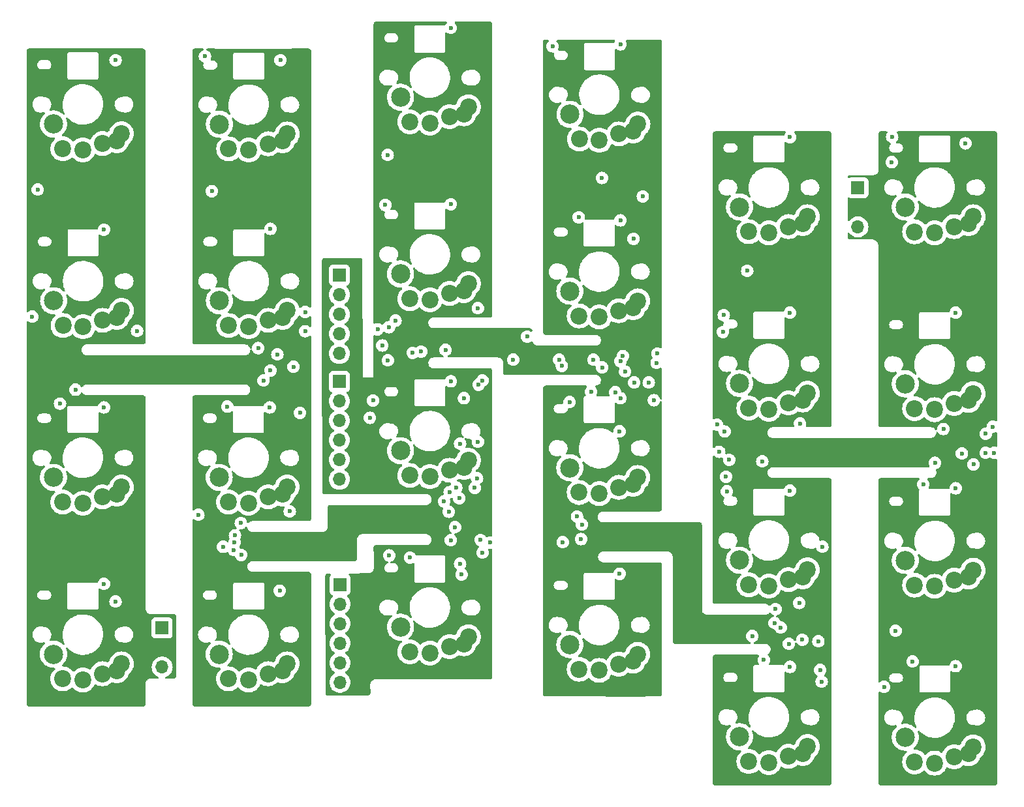
<source format=gbr>
%TF.GenerationSoftware,KiCad,Pcbnew,(6.99.0-4085-g6c752680d7)*%
%TF.CreationDate,2022-11-14T17:23:02+08:00*%
%TF.ProjectId,Left Flex PCB,4c656674-2046-46c6-9578-205043422e6b,rev?*%
%TF.SameCoordinates,Original*%
%TF.FileFunction,Copper,L2,Inr*%
%TF.FilePolarity,Positive*%
%FSLAX46Y46*%
G04 Gerber Fmt 4.6, Leading zero omitted, Abs format (unit mm)*
G04 Created by KiCad (PCBNEW (6.99.0-4085-g6c752680d7)) date 2022-11-14 17:23:02*
%MOMM*%
%LPD*%
G01*
G04 APERTURE LIST*
%TA.AperFunction,ComponentPad*%
%ADD10C,2.500000*%
%TD*%
%TA.AperFunction,ComponentPad*%
%ADD11C,2.200000*%
%TD*%
%TA.AperFunction,ComponentPad*%
%ADD12R,1.700000X1.700000*%
%TD*%
%TA.AperFunction,ComponentPad*%
%ADD13O,1.700000X1.700000*%
%TD*%
%TA.AperFunction,ViaPad*%
%ADD14C,0.600000*%
%TD*%
G04 APERTURE END LIST*
D10*
%TO.N,Net-(D16-A)_1*%
%TO.C,SW23*%
X49955795Y-47084998D03*
D11*
X51165795Y-50294998D03*
X53765795Y-50444998D03*
%TO.N,row1*%
X56305795Y-49624998D03*
X58165795Y-49244998D03*
X58765795Y-48344998D03*
%TD*%
D10*
%TO.N,Net-(D10-A)_1*%
%TO.C,SW12*%
X116937194Y-114693200D03*
D11*
X118147194Y-117903200D03*
X120747194Y-118053200D03*
%TO.N,row4*%
X123287194Y-117233200D03*
X125147194Y-116853200D03*
X125747194Y-115953200D03*
%TD*%
D10*
%TO.N,Net-(D32-A)_1*%
%TO.C,SW7*%
X138948995Y-103736400D03*
D11*
X140158995Y-106946400D03*
X142758995Y-107096400D03*
%TO.N,row3*%
X145298995Y-106276400D03*
X147158995Y-105896400D03*
X147758995Y-104996400D03*
%TD*%
D10*
%TO.N,Net-(D12-A)*%
%TO.C,SW16*%
X94966194Y-89521800D03*
D11*
X96176194Y-92731800D03*
X98776194Y-92881800D03*
%TO.N,row3*%
X101316194Y-92061800D03*
X103176194Y-91681800D03*
X103776194Y-90781800D03*
%TD*%
D10*
%TO.N,Net-(D15-A)*%
%TO.C,SW21*%
X71444194Y-92982800D03*
D11*
X72654194Y-96192800D03*
X75254194Y-96342800D03*
%TO.N,row3*%
X77794194Y-95522800D03*
X79654194Y-95142800D03*
X80254194Y-94242800D03*
%TD*%
D10*
%TO.N,Net-(D10-A)*%
%TO.C,SW11*%
X116937194Y-91731600D03*
D11*
X118147194Y-94941600D03*
X120747194Y-95091600D03*
%TO.N,row3*%
X123287194Y-94271600D03*
X125147194Y-93891600D03*
X125747194Y-92991600D03*
%TD*%
D10*
%TO.N,Net-(D14-A)_1*%
%TO.C,SW19*%
X71469594Y-47110400D03*
D11*
X72679594Y-50320400D03*
X75279594Y-50470400D03*
%TO.N,row1*%
X77819594Y-49650400D03*
X79679594Y-49270400D03*
X80279594Y-48370400D03*
%TD*%
D10*
%TO.N,Net-(D12-A)_1*%
%TO.C,SW17*%
X94966194Y-112432600D03*
D11*
X96176194Y-115642600D03*
X98776194Y-115792600D03*
%TO.N,row4*%
X101316194Y-114972600D03*
X103176194Y-114592600D03*
X103776194Y-113692600D03*
%TD*%
D10*
%TO.N,Net-(D31-A)_1*%
%TO.C,SW5*%
X138948995Y-57864000D03*
D11*
X140158995Y-61074000D03*
X142758995Y-61224000D03*
%TO.N,row1*%
X145298995Y-60404000D03*
X147158995Y-60024000D03*
X147758995Y-59124000D03*
%TD*%
D10*
%TO.N,Net-(D9-A)_1*%
%TO.C,SW9*%
X116962594Y-45833800D03*
D11*
X118172594Y-49043800D03*
X120772594Y-49193800D03*
%TO.N,row1*%
X123312594Y-48373800D03*
X125172594Y-47993800D03*
X125772594Y-47093800D03*
%TD*%
%TO.N,row1*%
%TO.C,SW14*%
X103776194Y-44858600D03*
X103176194Y-45758600D03*
X101316194Y-46138600D03*
%TO.N,Net-(D11-A)_1*%
X98776194Y-46958600D03*
X96176194Y-46808600D03*
D10*
X94966194Y-43598600D03*
%TD*%
%TO.N,Net-(D11-A)*%
%TO.C,SW15*%
X94966194Y-66560200D03*
D11*
X96176194Y-69770200D03*
X98776194Y-69920200D03*
%TO.N,row2*%
X101316194Y-69100200D03*
X103176194Y-68720200D03*
X103776194Y-67820200D03*
%TD*%
D10*
%TO.N,Net-(D13-A)*%
%TO.C,SW1*%
X160453394Y-57870601D03*
D11*
X161663394Y-61080601D03*
X164263394Y-61230601D03*
%TO.N,row1*%
X166803394Y-60410601D03*
X168663394Y-60030601D03*
X169263394Y-59130601D03*
%TD*%
D10*
%TO.N,Net-(D16-A)*%
%TO.C,SW24*%
X49981195Y-70046598D03*
D11*
X51191195Y-73256598D03*
X53791195Y-73406598D03*
%TO.N,row2*%
X56331195Y-72586598D03*
X58191195Y-72206598D03*
X58791195Y-71306598D03*
%TD*%
D10*
%TO.N,Net-(D32-A)*%
%TO.C,SW8*%
X138948995Y-126672600D03*
D11*
X140158995Y-129882600D03*
X142758995Y-130032600D03*
%TO.N,row4*%
X145298995Y-129212600D03*
X147158995Y-128832600D03*
X147758995Y-127932600D03*
%TD*%
D10*
%TO.N,Net-(D9-A)*%
%TO.C,SW10*%
X116937194Y-68795400D03*
D11*
X118147194Y-72005400D03*
X120747194Y-72155400D03*
%TO.N,row2*%
X123287194Y-71335400D03*
X125147194Y-70955400D03*
X125747194Y-70055400D03*
%TD*%
D10*
%TO.N,Net-(D17-A)_1*%
%TO.C,SW25*%
X49955795Y-92982798D03*
D11*
X51165795Y-96192798D03*
X53765795Y-96342798D03*
%TO.N,row3*%
X56305795Y-95522798D03*
X58165795Y-95142798D03*
X58765795Y-94242798D03*
%TD*%
D10*
%TO.N,Net-(D17-A)*%
%TO.C,SW26*%
X49955795Y-115944398D03*
D11*
X51165795Y-119154398D03*
X53765795Y-119304398D03*
%TO.N,row4*%
X56305795Y-118484398D03*
X58165795Y-118104398D03*
X58765795Y-117204398D03*
%TD*%
D10*
%TO.N,Net-(D14-A)*%
%TO.C,SW20*%
X71469594Y-70046600D03*
D11*
X72679594Y-73256600D03*
X75279594Y-73406600D03*
%TO.N,row2*%
X77819594Y-72586600D03*
X79679594Y-72206600D03*
X80279594Y-71306600D03*
%TD*%
D10*
%TO.N,Net-(D13-A)_1*%
%TO.C,SW2*%
X160453394Y-80832201D03*
D11*
X161663394Y-84042201D03*
X164263394Y-84192201D03*
%TO.N,row2*%
X166803394Y-83372201D03*
X168663394Y-82992201D03*
X169263394Y-82092201D03*
%TD*%
D10*
%TO.N,Net-(D15-A)_1*%
%TO.C,SW22*%
X71444194Y-115944400D03*
D11*
X72654194Y-119154400D03*
X75254194Y-119304400D03*
%TO.N,row4*%
X77794194Y-118484400D03*
X79654194Y-118104400D03*
X80254194Y-117204400D03*
%TD*%
D10*
%TO.N,Net-(D31-A)*%
%TO.C,SW6*%
X138948995Y-80774800D03*
D11*
X140158995Y-83984800D03*
X142758995Y-84134800D03*
%TO.N,row2*%
X145298995Y-83314800D03*
X147158995Y-82934800D03*
X147758995Y-82034800D03*
%TD*%
D10*
%TO.N,Net-(D1-A)*%
%TO.C,SW3*%
X160453394Y-103768401D03*
D11*
X161663394Y-106978401D03*
X164263394Y-107128401D03*
%TO.N,row3*%
X166803394Y-106308401D03*
X168663394Y-105928401D03*
X169263394Y-105028401D03*
%TD*%
D10*
%TO.N,Net-(D1-A)_1*%
%TO.C,SW4*%
X160453394Y-126730001D03*
D11*
X161663394Y-129940001D03*
X164263394Y-130090001D03*
%TO.N,row4*%
X166803394Y-129270001D03*
X168663394Y-128890001D03*
X169263394Y-127990001D03*
%TD*%
D12*
%TO.N,Vcc*%
%TO.C,J3*%
X154305393Y-55364399D03*
D13*
%TO.N,Gnd*%
X154305393Y-57904399D03*
%TO.N,Din*%
X154305393Y-60444399D03*
%TD*%
D12*
%TO.N,col3*%
%TO.C,J2*%
X87039793Y-66719198D03*
D13*
%TO.N,row1*%
X87039793Y-69259198D03*
%TO.N,col2*%
X87039793Y-71799198D03*
%TO.N,col1*%
X87039793Y-74339198D03*
%TO.N,row2*%
X87039793Y-76879198D03*
%TD*%
D12*
%TO.N,row4*%
%TO.C,J4*%
X87039793Y-80536798D03*
D13*
%TO.N,row3*%
X87039793Y-83076798D03*
%TO.N,col4*%
X87039793Y-85616798D03*
%TO.N,col5*%
X87039793Y-88156798D03*
%TO.N,col6*%
X87039793Y-90696798D03*
%TO.N,row5*%
X87039793Y-93236798D03*
%TD*%
D12*
%TO.N,Vcc*%
%TO.C,J5*%
X64045393Y-112534399D03*
D13*
%TO.N,Gnd*%
X64045393Y-115074399D03*
%TO.N,Dout*%
X64045393Y-117614399D03*
%TD*%
D12*
%TO.N,col5*%
%TO.C,J1*%
X87115393Y-106904399D03*
D13*
%TO.N,col6*%
X87115393Y-109444399D03*
%TO.N,col4*%
X87115393Y-111984399D03*
%TO.N,row5*%
X87115393Y-114524399D03*
%TO.N,col2*%
X87115393Y-117064399D03*
%TO.N,col3*%
X87115393Y-119604399D03*
%TD*%
D14*
%TO.N,col1*%
X127837750Y-82962250D03*
X143500000Y-111900000D03*
X124100000Y-79224500D03*
X164300000Y-91100000D03*
%TO.N,col2*%
X128200000Y-78100000D03*
X123500000Y-77900000D03*
X143624500Y-110100000D03*
X136037446Y-86137446D03*
X93495142Y-103119642D03*
%TO.N,col3*%
X111400000Y-74700000D03*
X109600000Y-77700000D03*
X101500000Y-101135399D03*
X104600000Y-94350000D03*
%TO.N,col4*%
X105349803Y-101099803D03*
X96550000Y-76800000D03*
X105000000Y-71000000D03*
%TO.N,col5*%
X73500000Y-100500000D03*
X81075394Y-78614400D03*
X101250000Y-97450000D03*
X82600000Y-71500000D03*
X82600000Y-74000000D03*
%TO.N,col6*%
X60800000Y-73950000D03*
X73450000Y-101400000D03*
X68750000Y-97850000D03*
X101350000Y-94900000D03*
X52800000Y-81600000D03*
%TO.N,row1*%
X92600000Y-75850000D03*
X128300000Y-76900000D03*
X123814085Y-77219483D03*
X170879122Y-87320878D03*
X171800000Y-86400000D03*
%TO.N,row3*%
X123400000Y-87000000D03*
X122822194Y-81922194D03*
X140600000Y-113600000D03*
X169300000Y-91300000D03*
X167800000Y-89875500D03*
X78100000Y-79100000D03*
X117866990Y-98066990D03*
%TO.N,row2*%
X102600000Y-95700000D03*
X102200000Y-94300000D03*
X146800000Y-86000000D03*
X80600000Y-97400000D03*
X94325000Y-72625000D03*
X115550000Y-77700000D03*
X144300000Y-112500000D03*
X105100000Y-80950000D03*
X93324500Y-77775500D03*
X73350000Y-102400000D03*
X93475000Y-73475000D03*
X71945878Y-102004122D03*
X120000000Y-77700000D03*
X79000000Y-77000000D03*
X137600000Y-90700000D03*
X104900000Y-93100000D03*
X137200000Y-92900000D03*
X102050000Y-99450000D03*
%TO.N,row4*%
X172000000Y-89800000D03*
X74258010Y-98908010D03*
X74300000Y-103050000D03*
X121129122Y-78700000D03*
X77200000Y-80400000D03*
X170879622Y-89800000D03*
X118400000Y-101000000D03*
X81924500Y-84600000D03*
X105601391Y-80392899D03*
X105600000Y-102750000D03*
X115900000Y-78500000D03*
X106575894Y-101450000D03*
X118500000Y-99100000D03*
%TO.N,row5*%
X91000000Y-85250000D03*
%TO.N,Vcc*%
X123500000Y-59600000D03*
X56500000Y-60800000D03*
X101500000Y-80500000D03*
X121100000Y-54100000D03*
X102700000Y-104200000D03*
X123400000Y-105500000D03*
X58000000Y-38800000D03*
X167000000Y-71600000D03*
X158700000Y-52050000D03*
X167000000Y-117500000D03*
X168250000Y-49600000D03*
X70500000Y-55800000D03*
X79300000Y-107700000D03*
X101500000Y-57500000D03*
X78000000Y-83900000D03*
X101500000Y-34600000D03*
X167000000Y-94400000D03*
X145500000Y-117600000D03*
X78100000Y-60700000D03*
X139950000Y-66150000D03*
X145500000Y-71600000D03*
X123500000Y-82700000D03*
X93300000Y-51100000D03*
X47900000Y-55600000D03*
X145500000Y-48800000D03*
X56500000Y-106800000D03*
X79400000Y-38800000D03*
X56500000Y-83900000D03*
X123495319Y-36741838D03*
X145500000Y-94700000D03*
%TO.N,Net-(D3-DOUT)*%
X165400000Y-86700000D03*
X162800000Y-93900000D03*
%TO.N,Net-(D18-DIN)*%
X161400000Y-116900000D03*
X159200000Y-112900000D03*
%TO.N,Net-(D5-DOUT)*%
X137300000Y-94800000D03*
X149600000Y-119500000D03*
%TO.N,Net-(D18-DOUT)*%
X157700000Y-120200000D03*
X142100000Y-116700000D03*
X149700000Y-102000000D03*
X141900000Y-90900000D03*
%TO.N,Net-(D33-DIN)*%
X136900000Y-71900000D03*
X137020878Y-87020878D03*
%TO.N,Net-(D10-A)*%
X125275394Y-80664400D03*
%TO.N,Net-(D10-A)_1*%
X127175394Y-80664400D03*
%TO.N,Gnd*%
X96100000Y-37800000D03*
X161500000Y-121100000D03*
X72500000Y-110100000D03*
X49800000Y-63300000D03*
X96000000Y-83400000D03*
X95000000Y-51300000D03*
X51000000Y-41200000D03*
X140000000Y-120900000D03*
X160750000Y-53300000D03*
X51000000Y-110000000D03*
X161500000Y-52100000D03*
X140000000Y-74800000D03*
X118000000Y-108800000D03*
X96000000Y-60700000D03*
X161500000Y-75000000D03*
X140000000Y-97675500D03*
X51000000Y-87000000D03*
X140000000Y-52000000D03*
X161500000Y-98000000D03*
X118000000Y-40100000D03*
X72600000Y-64100000D03*
X72400000Y-86700000D03*
X141850000Y-66050000D03*
X118000000Y-63000000D03*
X72529594Y-41229594D03*
X96000000Y-106500000D03*
X118000000Y-85800000D03*
X49800000Y-55600000D03*
X72400000Y-55700000D03*
X123000000Y-54000000D03*
%TO.N,Din*%
X158750000Y-48750000D03*
%TO.N,Dout*%
X58000000Y-109100000D03*
%TO.N,Net-(D19-DOUT)*%
X118100000Y-59200000D03*
X126400000Y-56500000D03*
%TO.N,Net-(D19-DIN)*%
X136800000Y-74100000D03*
X116008746Y-101408746D03*
X119700000Y-81842100D03*
X114700000Y-37000000D03*
X145350000Y-114600000D03*
X136312447Y-89662447D03*
%TO.N,Net-(D21-DOUT)*%
X116900000Y-83200000D03*
X125200000Y-62000000D03*
%TO.N,Net-(D25-DOUT)*%
X100800000Y-76424500D03*
X105000000Y-88350000D03*
X97650000Y-76650000D03*
X96200000Y-103400000D03*
%TO.N,Net-(D32-A)_1*%
X147084619Y-114073625D03*
X146700000Y-109300000D03*
%TO.N,Net-(D32-A)*%
X149175394Y-114264400D03*
X149400000Y-118000000D03*
%TO.N,Net-(D37-DOUT)*%
X102900000Y-105600000D03*
X102700000Y-88600000D03*
%TO.N,Net-(D39-DOUT)*%
X93000000Y-57600000D03*
X103200000Y-82700000D03*
%TO.N,Net-(D43-DOUT)*%
X92000000Y-73750000D03*
X91400000Y-83000000D03*
X100600000Y-96100000D03*
X69600000Y-38300000D03*
%TO.N,Net-(D47-DOUT)*%
X72500000Y-83800000D03*
X76500000Y-76200000D03*
%TO.N,Net-(D55-DOUT)*%
X47200000Y-72100000D03*
X50800000Y-83400000D03*
%TD*%
%TA.AperFunction,Conductor*%
%TO.N,Gnd*%
G36*
X100871084Y-33781555D02*
G01*
X100939169Y-33801676D01*
X100985568Y-33855413D01*
X100995549Y-33925704D01*
X100965943Y-33990234D01*
X100959958Y-33996650D01*
X100863889Y-34092719D01*
X100766957Y-34246985D01*
X100766833Y-34246907D01*
X100721483Y-34297134D01*
X100652968Y-34315740D01*
X100632623Y-34313237D01*
X100621957Y-34308100D01*
X96930431Y-34308100D01*
X96917639Y-34314261D01*
X96912543Y-34315424D01*
X96905513Y-34317884D01*
X96900806Y-34320151D01*
X96886963Y-34323310D01*
X96875863Y-34332162D01*
X96871158Y-34334428D01*
X96864844Y-34338395D01*
X96860758Y-34341654D01*
X96847970Y-34347812D01*
X96839120Y-34358909D01*
X96835047Y-34362157D01*
X96829751Y-34367453D01*
X96826503Y-34371526D01*
X96815406Y-34380376D01*
X96809248Y-34393164D01*
X96805989Y-34397250D01*
X96802022Y-34403564D01*
X96799756Y-34408269D01*
X96790904Y-34419369D01*
X96787745Y-34433212D01*
X96785478Y-34437919D01*
X96783018Y-34444949D01*
X96781855Y-34450045D01*
X96775694Y-34462837D01*
X96775694Y-37654363D01*
X96781855Y-37667155D01*
X96783018Y-37672251D01*
X96785478Y-37679281D01*
X96787745Y-37683988D01*
X96790904Y-37697831D01*
X96799756Y-37708931D01*
X96802022Y-37713636D01*
X96805989Y-37719950D01*
X96809248Y-37724036D01*
X96815406Y-37736824D01*
X96826503Y-37745674D01*
X96829751Y-37749747D01*
X96835047Y-37755043D01*
X96839120Y-37758291D01*
X96847970Y-37769388D01*
X96860758Y-37775546D01*
X96864844Y-37778805D01*
X96871158Y-37782772D01*
X96875863Y-37785038D01*
X96886963Y-37793890D01*
X96900806Y-37797049D01*
X96905513Y-37799316D01*
X96912543Y-37801776D01*
X96917639Y-37802939D01*
X96930431Y-37809100D01*
X100621957Y-37809100D01*
X100634749Y-37802939D01*
X100639845Y-37801776D01*
X100646875Y-37799316D01*
X100651582Y-37797049D01*
X100665425Y-37793890D01*
X100676525Y-37785038D01*
X100681230Y-37782772D01*
X100687544Y-37778805D01*
X100691630Y-37775546D01*
X100704418Y-37769388D01*
X100713268Y-37758291D01*
X100717341Y-37755043D01*
X100722637Y-37749747D01*
X100725885Y-37745674D01*
X100736982Y-37736824D01*
X100743140Y-37724036D01*
X100746399Y-37719950D01*
X100750366Y-37713636D01*
X100752632Y-37708931D01*
X100761484Y-37697831D01*
X100764643Y-37683988D01*
X100766910Y-37679281D01*
X100769370Y-37672251D01*
X100770533Y-37667155D01*
X100776694Y-37654363D01*
X100776694Y-35324276D01*
X100796696Y-35256155D01*
X100850352Y-35209662D01*
X100920626Y-35199558D01*
X100981614Y-35227412D01*
X100982185Y-35226696D01*
X100985050Y-35228981D01*
X100985206Y-35229052D01*
X100985605Y-35229423D01*
X100987709Y-35231101D01*
X100992719Y-35236111D01*
X100998714Y-35239878D01*
X101108145Y-35308638D01*
X101146985Y-35333043D01*
X101318953Y-35393217D01*
X101325980Y-35394009D01*
X101325981Y-35394009D01*
X101492971Y-35412824D01*
X101500000Y-35413616D01*
X101507029Y-35412824D01*
X101674019Y-35394009D01*
X101674020Y-35394009D01*
X101681047Y-35393217D01*
X101853015Y-35333043D01*
X101891855Y-35308638D01*
X102001286Y-35239878D01*
X102007281Y-35236111D01*
X102136111Y-35107281D01*
X102233043Y-34953015D01*
X102293217Y-34781047D01*
X102301324Y-34709100D01*
X102312824Y-34607029D01*
X102313616Y-34600000D01*
X102293217Y-34418953D01*
X102233043Y-34246985D01*
X102136111Y-34092719D01*
X102042242Y-33998850D01*
X102008216Y-33936538D01*
X102013281Y-33865723D01*
X102055828Y-33808887D01*
X102122348Y-33784076D01*
X102131553Y-33783755D01*
X102534819Y-33784459D01*
X102534814Y-33787523D01*
X102534984Y-33787496D01*
X102534984Y-33784497D01*
X102557423Y-33784499D01*
X102557633Y-33784499D01*
X102579834Y-33784538D01*
X102579828Y-33787757D01*
X102579995Y-33787785D01*
X102579995Y-33784501D01*
X106535504Y-33784895D01*
X106535514Y-33784899D01*
X106565479Y-33784899D01*
X106585188Y-33786450D01*
X106626667Y-33793019D01*
X106648237Y-33796435D01*
X106685729Y-33808617D01*
X106733659Y-33833038D01*
X106765551Y-33856208D01*
X106803588Y-33894244D01*
X106826760Y-33926137D01*
X106851181Y-33974065D01*
X106863364Y-34011558D01*
X106873343Y-34074563D01*
X106874894Y-34094274D01*
X106874894Y-71899482D01*
X106873343Y-71919192D01*
X106865048Y-71971570D01*
X106863358Y-71982238D01*
X106851175Y-72019732D01*
X106826754Y-72067660D01*
X106803583Y-72099551D01*
X106765550Y-72137584D01*
X106733659Y-72160755D01*
X106685727Y-72185177D01*
X106648237Y-72197358D01*
X106603639Y-72204421D01*
X106585157Y-72207348D01*
X106565449Y-72208899D01*
X99275411Y-72208899D01*
X99275390Y-72208897D01*
X99275390Y-72208894D01*
X99275101Y-72208894D01*
X99206397Y-72208895D01*
X99160718Y-72217982D01*
X99077133Y-72234609D01*
X99077128Y-72234610D01*
X99071063Y-72235817D01*
X99029897Y-72252869D01*
X98949304Y-72286252D01*
X98949301Y-72286254D01*
X98943581Y-72288623D01*
X98938435Y-72292061D01*
X98938434Y-72292062D01*
X98907943Y-72312436D01*
X98828850Y-72365285D01*
X98731280Y-72462856D01*
X98727841Y-72468002D01*
X98727840Y-72468004D01*
X98712435Y-72491060D01*
X98654619Y-72577588D01*
X98601814Y-72705071D01*
X98600606Y-72711144D01*
X98596188Y-72733356D01*
X98574895Y-72840406D01*
X98574895Y-72869517D01*
X98574894Y-72869518D01*
X98574894Y-72949281D01*
X98574899Y-72949292D01*
X98574901Y-72949316D01*
X98574901Y-72978392D01*
X98601821Y-73113726D01*
X98654625Y-73241208D01*
X98679263Y-73278082D01*
X98727849Y-73350798D01*
X98727852Y-73350802D01*
X98731284Y-73355938D01*
X98828854Y-73453509D01*
X98851883Y-73468897D01*
X98919108Y-73513816D01*
X98943584Y-73530171D01*
X98949309Y-73532542D01*
X98949310Y-73532543D01*
X99040904Y-73570483D01*
X99071064Y-73582976D01*
X99077129Y-73584183D01*
X99077134Y-73584184D01*
X99145854Y-73597854D01*
X99206398Y-73609898D01*
X99252803Y-73609899D01*
X99275390Y-73609899D01*
X99315264Y-73609900D01*
X99315272Y-73609900D01*
X99315274Y-73609899D01*
X111765479Y-73609899D01*
X111785188Y-73611450D01*
X111826667Y-73618019D01*
X111848237Y-73621435D01*
X111885729Y-73633617D01*
X111933659Y-73658038D01*
X111965551Y-73681208D01*
X112003588Y-73719244D01*
X112026760Y-73751137D01*
X112051181Y-73799065D01*
X112063364Y-73836558D01*
X112073343Y-73899563D01*
X112074894Y-73919274D01*
X112074894Y-73941228D01*
X112054892Y-74009349D01*
X112001236Y-74055842D01*
X111930962Y-74065946D01*
X111881859Y-74047916D01*
X111753015Y-73966957D01*
X111581047Y-73906783D01*
X111574020Y-73905991D01*
X111574019Y-73905991D01*
X111407029Y-73887176D01*
X111400000Y-73886384D01*
X111392971Y-73887176D01*
X111225981Y-73905991D01*
X111225980Y-73905991D01*
X111218953Y-73906783D01*
X111046985Y-73966957D01*
X111040993Y-73970722D01*
X110994398Y-74000000D01*
X110892719Y-74063889D01*
X110763889Y-74192719D01*
X110760122Y-74198714D01*
X110675110Y-74334010D01*
X110666957Y-74346985D01*
X110606783Y-74518953D01*
X110605991Y-74525980D01*
X110605991Y-74525981D01*
X110593158Y-74639878D01*
X110586384Y-74700000D01*
X110587176Y-74707029D01*
X110605963Y-74873765D01*
X110606783Y-74881047D01*
X110666957Y-75053015D01*
X110670722Y-75059007D01*
X110707135Y-75116957D01*
X110763889Y-75207281D01*
X110892719Y-75336111D01*
X110898714Y-75339878D01*
X111008912Y-75409120D01*
X111046985Y-75433043D01*
X111218953Y-75493217D01*
X111225980Y-75494009D01*
X111225981Y-75494009D01*
X111392971Y-75512824D01*
X111400000Y-75513616D01*
X111407029Y-75512824D01*
X111574019Y-75494009D01*
X111574020Y-75494009D01*
X111581047Y-75493217D01*
X111753015Y-75433043D01*
X111791088Y-75409120D01*
X111901287Y-75339878D01*
X111901291Y-75339875D01*
X111907281Y-75336111D01*
X111912289Y-75331103D01*
X111913701Y-75329977D01*
X111979431Y-75303141D01*
X112049235Y-75316102D01*
X112100950Y-75364743D01*
X112108672Y-75380266D01*
X112154625Y-75491207D01*
X112162949Y-75503665D01*
X112227849Y-75600798D01*
X112227852Y-75600802D01*
X112231284Y-75605938D01*
X112328854Y-75703509D01*
X112443584Y-75780171D01*
X112571065Y-75832977D01*
X112706399Y-75859898D01*
X112752803Y-75859899D01*
X112752804Y-75859899D01*
X120235507Y-75859900D01*
X120235510Y-75859900D01*
X120275392Y-75859901D01*
X120354320Y-75859901D01*
X120361219Y-75858326D01*
X120361223Y-75858326D01*
X120457361Y-75836384D01*
X120508218Y-75824777D01*
X120514591Y-75821708D01*
X120514594Y-75821707D01*
X120644065Y-75759358D01*
X120650442Y-75756287D01*
X120655974Y-75751876D01*
X120655978Y-75751873D01*
X120768330Y-75662276D01*
X120768331Y-75662275D01*
X120773860Y-75657866D01*
X120793196Y-75633620D01*
X120867871Y-75539982D01*
X120867873Y-75539978D01*
X120872282Y-75534450D01*
X120882316Y-75513616D01*
X120937703Y-75398603D01*
X120940774Y-75392226D01*
X120975900Y-75238328D01*
X120975900Y-75080472D01*
X120940774Y-74926574D01*
X120930795Y-74905852D01*
X120875351Y-74790722D01*
X120875349Y-74790719D01*
X120872282Y-74784350D01*
X120867873Y-74778822D01*
X120867871Y-74778818D01*
X120778270Y-74666464D01*
X120773860Y-74660934D01*
X120747456Y-74639878D01*
X120655978Y-74566927D01*
X120655974Y-74566924D01*
X120650442Y-74562513D01*
X120623559Y-74549567D01*
X120514594Y-74497093D01*
X120514591Y-74497092D01*
X120508218Y-74494023D01*
X120427409Y-74475580D01*
X120361223Y-74460474D01*
X120361219Y-74460474D01*
X120354320Y-74458899D01*
X113785316Y-74458899D01*
X113765605Y-74457348D01*
X113702558Y-74447362D01*
X113665064Y-74435178D01*
X113617134Y-74410755D01*
X113585244Y-74387585D01*
X113547212Y-74349553D01*
X113524040Y-74317661D01*
X113509241Y-74288616D01*
X113499618Y-74269728D01*
X113487437Y-74232239D01*
X113482282Y-74199686D01*
X113477445Y-74169148D01*
X113475894Y-74149438D01*
X113475894Y-66255400D01*
X114191611Y-66255400D01*
X114211894Y-66461334D01*
X114213690Y-66467254D01*
X114213691Y-66467260D01*
X114245233Y-66571240D01*
X114271962Y-66659354D01*
X114369509Y-66841850D01*
X114500784Y-67001810D01*
X114660744Y-67133085D01*
X114843240Y-67230632D01*
X114849474Y-67232523D01*
X115035334Y-67288903D01*
X115035340Y-67288904D01*
X115041260Y-67290700D01*
X115114374Y-67297901D01*
X115192506Y-67305597D01*
X115192513Y-67305597D01*
X115195586Y-67305900D01*
X115298802Y-67305900D01*
X115301875Y-67305597D01*
X115301882Y-67305597D01*
X115380014Y-67297901D01*
X115453128Y-67290700D01*
X115459048Y-67288904D01*
X115459054Y-67288903D01*
X115632381Y-67236325D01*
X115668956Y-67230900D01*
X115716667Y-67230900D01*
X115716667Y-67232523D01*
X115779558Y-67247558D01*
X115828722Y-67298777D01*
X115842391Y-67368446D01*
X115816224Y-67434444D01*
X115802625Y-67449251D01*
X115644508Y-67595962D01*
X115641575Y-67599640D01*
X115641573Y-67599642D01*
X115483114Y-67798343D01*
X115483111Y-67798347D01*
X115480179Y-67802024D01*
X115477826Y-67806100D01*
X115477823Y-67806104D01*
X115417784Y-67910095D01*
X115348398Y-68030276D01*
X115318369Y-68106789D01*
X115259442Y-68256932D01*
X115252107Y-68275620D01*
X115251057Y-68280219D01*
X115251057Y-68280220D01*
X115195855Y-68522078D01*
X115193459Y-68532574D01*
X115193107Y-68537274D01*
X115193106Y-68537279D01*
X115178439Y-68732998D01*
X115173763Y-68795400D01*
X115174115Y-68800097D01*
X115191921Y-69037698D01*
X115193459Y-69058226D01*
X115194509Y-69062825D01*
X115194509Y-69062827D01*
X115245417Y-69285869D01*
X115252107Y-69315180D01*
X115348398Y-69560524D01*
X115350758Y-69564611D01*
X115474635Y-69779173D01*
X115480179Y-69788776D01*
X115483111Y-69792453D01*
X115483114Y-69792457D01*
X115617230Y-69960633D01*
X115644508Y-69994838D01*
X115837713Y-70174106D01*
X115889069Y-70209120D01*
X116042940Y-70314027D01*
X116055479Y-70322576D01*
X116059728Y-70324622D01*
X116059731Y-70324624D01*
X116181500Y-70383265D01*
X116292940Y-70436932D01*
X116297442Y-70438321D01*
X116297448Y-70438323D01*
X116441326Y-70482703D01*
X116544794Y-70514618D01*
X116549444Y-70515319D01*
X116549449Y-70515320D01*
X116660771Y-70532099D01*
X116805413Y-70553900D01*
X117028425Y-70553900D01*
X117096546Y-70573902D01*
X117143039Y-70627558D01*
X117153143Y-70697832D01*
X117123649Y-70762412D01*
X117110256Y-70775711D01*
X117038720Y-70836809D01*
X117006296Y-70864502D01*
X116841866Y-71057024D01*
X116709578Y-71272898D01*
X116707685Y-71277468D01*
X116707683Y-71277472D01*
X116618979Y-71491624D01*
X116612689Y-71506809D01*
X116597992Y-71568029D01*
X116555754Y-71743963D01*
X116553585Y-71752997D01*
X116533720Y-72005400D01*
X116553585Y-72257803D01*
X116554739Y-72262610D01*
X116554740Y-72262616D01*
X116578564Y-72361850D01*
X116612689Y-72503991D01*
X116614582Y-72508562D01*
X116614583Y-72508564D01*
X116706762Y-72731103D01*
X116709578Y-72737902D01*
X116841866Y-72953776D01*
X117006296Y-73146298D01*
X117010052Y-73149506D01*
X117010909Y-73150238D01*
X117198818Y-73310728D01*
X117414692Y-73443016D01*
X117419262Y-73444909D01*
X117419266Y-73444911D01*
X117644030Y-73538011D01*
X117648603Y-73539905D01*
X117733226Y-73560221D01*
X117889978Y-73597854D01*
X117889984Y-73597855D01*
X117894791Y-73599009D01*
X118147194Y-73618874D01*
X118399597Y-73599009D01*
X118404404Y-73597855D01*
X118404410Y-73597854D01*
X118561162Y-73560221D01*
X118645785Y-73539905D01*
X118650358Y-73538011D01*
X118875122Y-73444911D01*
X118875126Y-73444909D01*
X118879696Y-73443016D01*
X119095570Y-73310728D01*
X119283479Y-73150238D01*
X119284336Y-73149506D01*
X119288092Y-73146298D01*
X119291300Y-73142542D01*
X119293982Y-73139860D01*
X119356294Y-73105834D01*
X119427109Y-73110899D01*
X119478888Y-73147124D01*
X119581236Y-73266957D01*
X119606296Y-73296298D01*
X119798818Y-73460728D01*
X120014692Y-73593016D01*
X120019262Y-73594909D01*
X120019266Y-73594911D01*
X120244030Y-73688011D01*
X120248603Y-73689905D01*
X120309767Y-73704589D01*
X120489978Y-73747854D01*
X120489984Y-73747855D01*
X120494791Y-73749009D01*
X120747194Y-73768874D01*
X120999597Y-73749009D01*
X121004404Y-73747855D01*
X121004410Y-73747854D01*
X121184621Y-73704589D01*
X121245785Y-73689905D01*
X121250358Y-73688011D01*
X121475122Y-73594911D01*
X121475126Y-73594909D01*
X121479696Y-73593016D01*
X121695570Y-73460728D01*
X121888092Y-73296298D01*
X122052522Y-73103776D01*
X122184810Y-72887902D01*
X122190133Y-72875053D01*
X122241188Y-72751794D01*
X122285736Y-72696513D01*
X122353100Y-72674092D01*
X122423432Y-72692580D01*
X122550462Y-72770425D01*
X122550472Y-72770430D01*
X122554692Y-72773016D01*
X122559262Y-72774909D01*
X122559266Y-72774911D01*
X122733281Y-72846990D01*
X122788603Y-72869905D01*
X122863567Y-72887902D01*
X123029978Y-72927854D01*
X123029984Y-72927855D01*
X123034791Y-72929009D01*
X123287194Y-72948874D01*
X123539597Y-72929009D01*
X123544404Y-72927855D01*
X123544410Y-72927854D01*
X123710821Y-72887902D01*
X123785785Y-72869905D01*
X123841107Y-72846990D01*
X124015122Y-72774911D01*
X124015126Y-72774909D01*
X124019696Y-72773016D01*
X124235570Y-72640728D01*
X124428092Y-72476298D01*
X124429083Y-72477458D01*
X124485449Y-72446679D01*
X124560450Y-72453391D01*
X124586782Y-72464298D01*
X124615753Y-72476298D01*
X124648603Y-72489905D01*
X124707276Y-72503991D01*
X124889978Y-72547854D01*
X124889984Y-72547855D01*
X124894791Y-72549009D01*
X125147194Y-72568874D01*
X125399597Y-72549009D01*
X125404404Y-72547855D01*
X125404410Y-72547854D01*
X125587112Y-72503991D01*
X125645785Y-72489905D01*
X125675835Y-72477458D01*
X125875122Y-72394911D01*
X125875126Y-72394909D01*
X125879696Y-72393016D01*
X126095570Y-72260728D01*
X126288092Y-72096298D01*
X126452522Y-71903776D01*
X126584810Y-71687902D01*
X126589922Y-71675562D01*
X126679805Y-71458564D01*
X126679806Y-71458562D01*
X126681699Y-71453991D01*
X126682855Y-71449177D01*
X126682857Y-71449170D01*
X126696731Y-71391383D01*
X126737418Y-71324987D01*
X126884336Y-71199506D01*
X126888092Y-71196298D01*
X127052522Y-71003776D01*
X127184810Y-70787902D01*
X127191927Y-70770722D01*
X127279805Y-70558564D01*
X127279806Y-70558562D01*
X127281699Y-70553991D01*
X127310293Y-70434886D01*
X127339648Y-70312616D01*
X127339649Y-70312610D01*
X127340803Y-70307803D01*
X127360668Y-70055400D01*
X127340803Y-69802997D01*
X127337318Y-69788477D01*
X127282854Y-69561621D01*
X127281699Y-69556809D01*
X127269277Y-69526820D01*
X127186705Y-69327472D01*
X127186703Y-69327468D01*
X127184810Y-69322898D01*
X127052522Y-69107024D01*
X126888092Y-68914502D01*
X126695570Y-68750072D01*
X126479696Y-68617784D01*
X126475126Y-68615891D01*
X126475122Y-68615889D01*
X126250358Y-68522789D01*
X126250356Y-68522788D01*
X126245785Y-68520895D01*
X126106788Y-68487525D01*
X126004410Y-68462946D01*
X126004404Y-68462945D01*
X125999597Y-68461791D01*
X125747194Y-68441926D01*
X125494791Y-68461791D01*
X125489984Y-68462945D01*
X125489978Y-68462946D01*
X125387600Y-68487525D01*
X125248603Y-68520895D01*
X125244032Y-68522788D01*
X125244030Y-68522789D01*
X125019266Y-68615889D01*
X125019262Y-68615891D01*
X125014692Y-68617784D01*
X124798818Y-68750072D01*
X124606296Y-68914502D01*
X124441866Y-69107024D01*
X124309578Y-69322898D01*
X124307685Y-69327468D01*
X124307683Y-69327472D01*
X124225111Y-69526820D01*
X124212689Y-69556809D01*
X124211534Y-69561621D01*
X124211531Y-69561630D01*
X124197657Y-69619417D01*
X124156970Y-69685813D01*
X124006296Y-69814502D01*
X124005305Y-69813342D01*
X123948939Y-69844121D01*
X123873938Y-69837409D01*
X123790358Y-69802789D01*
X123790356Y-69802788D01*
X123785785Y-69800895D01*
X123678465Y-69775130D01*
X123544410Y-69742946D01*
X123544404Y-69742945D01*
X123539597Y-69741791D01*
X123287194Y-69721926D01*
X123034791Y-69741791D01*
X123029984Y-69742945D01*
X123029978Y-69742946D01*
X122895923Y-69775130D01*
X122788603Y-69800895D01*
X122784032Y-69802788D01*
X122784030Y-69802789D01*
X122559266Y-69895889D01*
X122559262Y-69895891D01*
X122554692Y-69897784D01*
X122338818Y-70030072D01*
X122146296Y-70194502D01*
X121981866Y-70387024D01*
X121849578Y-70602898D01*
X121847685Y-70607468D01*
X121847683Y-70607472D01*
X121793200Y-70739006D01*
X121748652Y-70794287D01*
X121681288Y-70816708D01*
X121610956Y-70798220D01*
X121483926Y-70720375D01*
X121483915Y-70720369D01*
X121479696Y-70717784D01*
X121475126Y-70715891D01*
X121475122Y-70715889D01*
X121250358Y-70622789D01*
X121250356Y-70622788D01*
X121245785Y-70620895D01*
X121153244Y-70598678D01*
X121004410Y-70562946D01*
X121004404Y-70562945D01*
X120999597Y-70561791D01*
X120747194Y-70541926D01*
X120494791Y-70561791D01*
X120489984Y-70562945D01*
X120489978Y-70562946D01*
X120341144Y-70598678D01*
X120248603Y-70620895D01*
X120244032Y-70622788D01*
X120244030Y-70622789D01*
X120019266Y-70715889D01*
X120019262Y-70715891D01*
X120014692Y-70717784D01*
X119798818Y-70850072D01*
X119606296Y-71014502D01*
X119603088Y-71018258D01*
X119600406Y-71020940D01*
X119538094Y-71054966D01*
X119467279Y-71049901D01*
X119415500Y-71013676D01*
X119291300Y-70868258D01*
X119288092Y-70864502D01*
X119095570Y-70700072D01*
X118897362Y-70578610D01*
X118883916Y-70570370D01*
X118879696Y-70567784D01*
X118875126Y-70565891D01*
X118875122Y-70565889D01*
X118650358Y-70472789D01*
X118650356Y-70472788D01*
X118645785Y-70470895D01*
X118504318Y-70436932D01*
X118404410Y-70412946D01*
X118404404Y-70412945D01*
X118399597Y-70411791D01*
X118147194Y-70391926D01*
X118142264Y-70392314D01*
X118142256Y-70392314D01*
X118130849Y-70393212D01*
X118061368Y-70378618D01*
X118010808Y-70328777D01*
X117995220Y-70259513D01*
X118019553Y-70192817D01*
X118037115Y-70174580D01*
X118036675Y-70174106D01*
X118161431Y-70058349D01*
X118229880Y-69994838D01*
X118257158Y-69960633D01*
X118391274Y-69792457D01*
X118391277Y-69792453D01*
X118394209Y-69788776D01*
X118399754Y-69779173D01*
X118523630Y-69564611D01*
X118525990Y-69560524D01*
X118622281Y-69315180D01*
X118628971Y-69285869D01*
X118679879Y-69062827D01*
X118679879Y-69062825D01*
X118680929Y-69058226D01*
X118682468Y-69037698D01*
X118700273Y-68800097D01*
X118700625Y-68795400D01*
X118695949Y-68732998D01*
X118681282Y-68537279D01*
X118681281Y-68537274D01*
X118680929Y-68532574D01*
X118678534Y-68522078D01*
X118623331Y-68280220D01*
X118623331Y-68280219D01*
X118622281Y-68275620D01*
X118614947Y-68256932D01*
X118576123Y-68158012D01*
X118558228Y-68112416D01*
X118551960Y-68041698D01*
X118584921Y-67978816D01*
X118646645Y-67943737D01*
X118717537Y-67947597D01*
X118771203Y-67984406D01*
X118850890Y-68077416D01*
X118858735Y-68086573D01*
X118861599Y-68089184D01*
X118861604Y-68089189D01*
X118998946Y-68214392D01*
X119098078Y-68304763D01*
X119362420Y-68491887D01*
X119365830Y-68493718D01*
X119365833Y-68493720D01*
X119644347Y-68643279D01*
X119644354Y-68643282D01*
X119647754Y-68645108D01*
X119949754Y-68762103D01*
X120018137Y-68779302D01*
X120260072Y-68840152D01*
X120260079Y-68840153D01*
X120263843Y-68841100D01*
X120585259Y-68880900D01*
X120828081Y-68880900D01*
X120841518Y-68880071D01*
X121066582Y-68866190D01*
X121066589Y-68866189D01*
X121070450Y-68865951D01*
X121388806Y-68806440D01*
X121697436Y-68708258D01*
X121746593Y-68685642D01*
X121988139Y-68574514D01*
X121988147Y-68574510D01*
X121991661Y-68572893D01*
X121994964Y-68570848D01*
X122263713Y-68404446D01*
X122263715Y-68404445D01*
X122267022Y-68402397D01*
X122298433Y-68377121D01*
X122516320Y-68201788D01*
X122516324Y-68201785D01*
X122519343Y-68199355D01*
X122744800Y-67966844D01*
X122939976Y-67708390D01*
X122974438Y-67648701D01*
X123025400Y-67560431D01*
X123101911Y-67427910D01*
X123153160Y-67306829D01*
X123226638Y-67133232D01*
X123226641Y-67133224D01*
X123228151Y-67129656D01*
X123316783Y-66818149D01*
X123321072Y-66790522D01*
X123361578Y-66529573D01*
X123366462Y-66498111D01*
X123367307Y-66470691D01*
X123372410Y-66305063D01*
X124847922Y-66305063D01*
X124848889Y-66311375D01*
X124848889Y-66311377D01*
X124875476Y-66484931D01*
X124877964Y-66501173D01*
X124946869Y-66687220D01*
X125051814Y-66855589D01*
X125188503Y-66999386D01*
X125193742Y-67003033D01*
X125193745Y-67003035D01*
X125337517Y-67103103D01*
X125351340Y-67112724D01*
X125533659Y-67190963D01*
X125539917Y-67192249D01*
X125539920Y-67192250D01*
X125630827Y-67210932D01*
X125727995Y-67230900D01*
X125825432Y-67230900D01*
X125862007Y-67236325D01*
X126035334Y-67288903D01*
X126035340Y-67288904D01*
X126041260Y-67290700D01*
X126114374Y-67297901D01*
X126192506Y-67305597D01*
X126192513Y-67305597D01*
X126195586Y-67305900D01*
X126298802Y-67305900D01*
X126301875Y-67305597D01*
X126301882Y-67305597D01*
X126380014Y-67297901D01*
X126453128Y-67290700D01*
X126459048Y-67288904D01*
X126459054Y-67288903D01*
X126644914Y-67232523D01*
X126651148Y-67230632D01*
X126833644Y-67133085D01*
X126993604Y-67001810D01*
X127124879Y-66841850D01*
X127222426Y-66659354D01*
X127249155Y-66571240D01*
X127280697Y-66467260D01*
X127280698Y-66467254D01*
X127282494Y-66461334D01*
X127302777Y-66255400D01*
X127282494Y-66049466D01*
X127280698Y-66043546D01*
X127280697Y-66043540D01*
X127224221Y-65857364D01*
X127222426Y-65851446D01*
X127124879Y-65668950D01*
X126993604Y-65508990D01*
X126833644Y-65377715D01*
X126651148Y-65280168D01*
X126602070Y-65265281D01*
X126459054Y-65221897D01*
X126459048Y-65221896D01*
X126453128Y-65220100D01*
X126380014Y-65212899D01*
X126301882Y-65205203D01*
X126301875Y-65205203D01*
X126298802Y-65204900D01*
X126195586Y-65204900D01*
X126192513Y-65205203D01*
X126192506Y-65205203D01*
X126114374Y-65212899D01*
X126041260Y-65220100D01*
X126035340Y-65221896D01*
X126035334Y-65221897D01*
X125862007Y-65274475D01*
X125825432Y-65279900D01*
X125777721Y-65279900D01*
X125629815Y-65294941D01*
X125440516Y-65354333D01*
X125267048Y-65450616D01*
X125262203Y-65454775D01*
X125262202Y-65454776D01*
X125135970Y-65563143D01*
X125116512Y-65579847D01*
X125112603Y-65584897D01*
X125112602Y-65584898D01*
X124998982Y-65731682D01*
X124998980Y-65731686D01*
X124995072Y-65736734D01*
X124907699Y-65914856D01*
X124906098Y-65921038D01*
X124906098Y-65921039D01*
X124867063Y-66071802D01*
X124857970Y-66106920D01*
X124857647Y-66113294D01*
X124857646Y-66113299D01*
X124854548Y-66174394D01*
X124847922Y-66305063D01*
X123372410Y-66305063D01*
X123376316Y-66178268D01*
X123376316Y-66178262D01*
X123376435Y-66174394D01*
X123346552Y-65851905D01*
X123320215Y-65731644D01*
X123278096Y-65539322D01*
X123278095Y-65539319D01*
X123277266Y-65535533D01*
X123255297Y-65473190D01*
X123170916Y-65233733D01*
X123170914Y-65233729D01*
X123169626Y-65230073D01*
X123161649Y-65214052D01*
X123026992Y-64943625D01*
X123026991Y-64943623D01*
X123025264Y-64940155D01*
X122928334Y-64793873D01*
X122848513Y-64673409D01*
X122848507Y-64673401D01*
X122846370Y-64670176D01*
X122791944Y-64606650D01*
X122638180Y-64427176D01*
X122638176Y-64427172D01*
X122635653Y-64424227D01*
X122632789Y-64421616D01*
X122632784Y-64421611D01*
X122441295Y-64247046D01*
X122396310Y-64206037D01*
X122131968Y-64018913D01*
X122122888Y-64014037D01*
X121850041Y-63867521D01*
X121850034Y-63867518D01*
X121846634Y-63865692D01*
X121611051Y-63774427D01*
X121548256Y-63750100D01*
X121548254Y-63750099D01*
X121544634Y-63748697D01*
X121368352Y-63704360D01*
X121234316Y-63670648D01*
X121234309Y-63670647D01*
X121230545Y-63669700D01*
X120909129Y-63629900D01*
X120666307Y-63629900D01*
X120652870Y-63630729D01*
X120427806Y-63644610D01*
X120427799Y-63644611D01*
X120423938Y-63644849D01*
X120105582Y-63704360D01*
X119796952Y-63802542D01*
X119793430Y-63804162D01*
X119793431Y-63804162D01*
X119506249Y-63936286D01*
X119506241Y-63936290D01*
X119502727Y-63937907D01*
X119499426Y-63939951D01*
X119499424Y-63939952D01*
X119238990Y-64101206D01*
X119227366Y-64108403D01*
X119224335Y-64110842D01*
X119024116Y-64271958D01*
X118975045Y-64311445D01*
X118749588Y-64543956D01*
X118554412Y-64802410D01*
X118552471Y-64805772D01*
X118552469Y-64805775D01*
X118501555Y-64893961D01*
X118392477Y-65082890D01*
X118378086Y-65116890D01*
X118267750Y-65377568D01*
X118267747Y-65377576D01*
X118266237Y-65381144D01*
X118177605Y-65692651D01*
X118177010Y-65696485D01*
X118177009Y-65696489D01*
X118161693Y-65795156D01*
X118127926Y-66012689D01*
X118127806Y-66016570D01*
X118127806Y-66016575D01*
X118118335Y-66324019D01*
X118117953Y-66336406D01*
X118147836Y-66658895D01*
X118148665Y-66662680D01*
X118214478Y-66963192D01*
X118217122Y-66975267D01*
X118218412Y-66978927D01*
X118218412Y-66978928D01*
X118318829Y-67263889D01*
X118324762Y-67280727D01*
X118326487Y-67284191D01*
X118326489Y-67284196D01*
X118390080Y-67411903D01*
X118402539Y-67481798D01*
X118375232Y-67547333D01*
X118316829Y-67587701D01*
X118245872Y-67590086D01*
X118191587Y-67560431D01*
X118040130Y-67419900D01*
X118036675Y-67416694D01*
X117875533Y-67306829D01*
X117822806Y-67270880D01*
X117822804Y-67270879D01*
X117818910Y-67268224D01*
X117661149Y-67192250D01*
X117585697Y-67155914D01*
X117585695Y-67155913D01*
X117581448Y-67153868D01*
X117329594Y-67076182D01*
X117324944Y-67075481D01*
X117324939Y-67075480D01*
X117213617Y-67058701D01*
X117068975Y-67036900D01*
X116805413Y-67036900D01*
X116650934Y-67060184D01*
X116549457Y-67075479D01*
X116549455Y-67075479D01*
X116547826Y-67075725D01*
X116547825Y-67075725D01*
X116544794Y-67076182D01*
X116544696Y-67075534D01*
X116477398Y-67071415D01*
X116420128Y-67029454D01*
X116394636Y-66963192D01*
X116409014Y-66893666D01*
X116420578Y-66875788D01*
X116495402Y-66779123D01*
X116495404Y-66779120D01*
X116499316Y-66774066D01*
X116586689Y-66595944D01*
X116593138Y-66571037D01*
X116634818Y-66410061D01*
X116634819Y-66410057D01*
X116636418Y-66403880D01*
X116636741Y-66397506D01*
X116636742Y-66397501D01*
X116643882Y-66256687D01*
X116646466Y-66205737D01*
X116644795Y-66194825D01*
X116617391Y-66015939D01*
X116617391Y-66015938D01*
X116616424Y-66009627D01*
X116547519Y-65823580D01*
X116442574Y-65655211D01*
X116305885Y-65511414D01*
X116300646Y-65507767D01*
X116300643Y-65507765D01*
X116148295Y-65401728D01*
X116143048Y-65398076D01*
X115960729Y-65319837D01*
X115954471Y-65318551D01*
X115954468Y-65318550D01*
X115863561Y-65299868D01*
X115766393Y-65279900D01*
X115668956Y-65279900D01*
X115632381Y-65274475D01*
X115459054Y-65221897D01*
X115459048Y-65221896D01*
X115453128Y-65220100D01*
X115380014Y-65212899D01*
X115301882Y-65205203D01*
X115301875Y-65205203D01*
X115298802Y-65204900D01*
X115195586Y-65204900D01*
X115192513Y-65205203D01*
X115192506Y-65205203D01*
X115114374Y-65212899D01*
X115041260Y-65220100D01*
X115035340Y-65221896D01*
X115035334Y-65221897D01*
X114892318Y-65265281D01*
X114843240Y-65280168D01*
X114660744Y-65377715D01*
X114500784Y-65508990D01*
X114369509Y-65668950D01*
X114271962Y-65851446D01*
X114270167Y-65857364D01*
X114213691Y-66043540D01*
X114213690Y-66043546D01*
X114211894Y-66049466D01*
X114191611Y-66255400D01*
X113475894Y-66255400D01*
X113475894Y-61105400D01*
X114841512Y-61105400D01*
X114842590Y-61113588D01*
X114859046Y-61238581D01*
X114862150Y-61262162D01*
X114922658Y-61408241D01*
X114946932Y-61439876D01*
X115003424Y-61513497D01*
X115018912Y-61533682D01*
X115144353Y-61629936D01*
X115290432Y-61690444D01*
X115298620Y-61691522D01*
X115383580Y-61702707D01*
X115407833Y-61705900D01*
X116086555Y-61705900D01*
X116110809Y-61702707D01*
X116195768Y-61691522D01*
X116203956Y-61690444D01*
X116350035Y-61629936D01*
X116475476Y-61533682D01*
X116490965Y-61513497D01*
X116547456Y-61439876D01*
X116571730Y-61408241D01*
X116632238Y-61262162D01*
X116635343Y-61238581D01*
X116651798Y-61113588D01*
X116652876Y-61105400D01*
X116632238Y-60948638D01*
X116571730Y-60802559D01*
X116475476Y-60677118D01*
X116457823Y-60663572D01*
X116439276Y-60649341D01*
X116350035Y-60580864D01*
X116203956Y-60520356D01*
X116193299Y-60518953D01*
X116090642Y-60505438D01*
X116090641Y-60505438D01*
X116086555Y-60504900D01*
X115407833Y-60504900D01*
X115403747Y-60505438D01*
X115403746Y-60505438D01*
X115301089Y-60518953D01*
X115290432Y-60520356D01*
X115144353Y-60580864D01*
X115055112Y-60649341D01*
X115036566Y-60663572D01*
X115018912Y-60677118D01*
X114922658Y-60802559D01*
X114862150Y-60948638D01*
X114841512Y-61105400D01*
X113475894Y-61105400D01*
X113475894Y-59200000D01*
X117286384Y-59200000D01*
X117287176Y-59207028D01*
X117287176Y-59207029D01*
X117304952Y-59364792D01*
X117306783Y-59381047D01*
X117366957Y-59553015D01*
X117370722Y-59559007D01*
X117451988Y-59688340D01*
X117463889Y-59707281D01*
X117592719Y-59836111D01*
X117598714Y-59839878D01*
X117724114Y-59918672D01*
X117746985Y-59933043D01*
X117918953Y-59993217D01*
X117925980Y-59994009D01*
X117925981Y-59994009D01*
X118092971Y-60012824D01*
X118100000Y-60013616D01*
X118107029Y-60012824D01*
X118274019Y-59994009D01*
X118274020Y-59994009D01*
X118281047Y-59993217D01*
X118453015Y-59933043D01*
X118475886Y-59918672D01*
X118553658Y-59869805D01*
X118621979Y-59850499D01*
X118689892Y-59871194D01*
X118735836Y-59925322D01*
X118746694Y-59976492D01*
X118746694Y-62851163D01*
X118752855Y-62863955D01*
X118754018Y-62869051D01*
X118756478Y-62876081D01*
X118758745Y-62880788D01*
X118761904Y-62894631D01*
X118770756Y-62905731D01*
X118773022Y-62910436D01*
X118776989Y-62916750D01*
X118780248Y-62920836D01*
X118786406Y-62933624D01*
X118797503Y-62942474D01*
X118800751Y-62946547D01*
X118806047Y-62951843D01*
X118810120Y-62955091D01*
X118818970Y-62966188D01*
X118831758Y-62972346D01*
X118835844Y-62975605D01*
X118842158Y-62979572D01*
X118846863Y-62981838D01*
X118857963Y-62990690D01*
X118871806Y-62993849D01*
X118876513Y-62996116D01*
X118883543Y-62998576D01*
X118888639Y-62999739D01*
X118901431Y-63005900D01*
X122592957Y-63005900D01*
X122605749Y-62999739D01*
X122610845Y-62998576D01*
X122617875Y-62996116D01*
X122622582Y-62993849D01*
X122636425Y-62990690D01*
X122647525Y-62981838D01*
X122652230Y-62979572D01*
X122658544Y-62975605D01*
X122662630Y-62972346D01*
X122675418Y-62966188D01*
X122684268Y-62955091D01*
X122688341Y-62951843D01*
X122693637Y-62946547D01*
X122696885Y-62942474D01*
X122707982Y-62933624D01*
X122714140Y-62920836D01*
X122717399Y-62916750D01*
X122721366Y-62910436D01*
X122723632Y-62905731D01*
X122732484Y-62894631D01*
X122735643Y-62880788D01*
X122737910Y-62876081D01*
X122740370Y-62869051D01*
X122741533Y-62863955D01*
X122747694Y-62851163D01*
X122747694Y-62000000D01*
X124386384Y-62000000D01*
X124387176Y-62007029D01*
X124400023Y-62121046D01*
X124406783Y-62181047D01*
X124466957Y-62353015D01*
X124470722Y-62359007D01*
X124516606Y-62432030D01*
X124563889Y-62507281D01*
X124692719Y-62636111D01*
X124698714Y-62639878D01*
X124784350Y-62693687D01*
X124846985Y-62733043D01*
X125018953Y-62793217D01*
X125025980Y-62794009D01*
X125025981Y-62794009D01*
X125192971Y-62812824D01*
X125200000Y-62813616D01*
X125207029Y-62812824D01*
X125374019Y-62794009D01*
X125374020Y-62794009D01*
X125381047Y-62793217D01*
X125553015Y-62733043D01*
X125615650Y-62693687D01*
X125701286Y-62639878D01*
X125707281Y-62636111D01*
X125836111Y-62507281D01*
X125883395Y-62432030D01*
X125929278Y-62359007D01*
X125933043Y-62353015D01*
X125993217Y-62181047D01*
X125999978Y-62121046D01*
X126012824Y-62007029D01*
X126013616Y-62000000D01*
X126005539Y-61928316D01*
X125994009Y-61825981D01*
X125994009Y-61825980D01*
X125993217Y-61818953D01*
X125933043Y-61646985D01*
X125918976Y-61624598D01*
X125839878Y-61498714D01*
X125836111Y-61492719D01*
X125707281Y-61363889D01*
X125649649Y-61327676D01*
X125559007Y-61270722D01*
X125553015Y-61266957D01*
X125381047Y-61206783D01*
X125374020Y-61205991D01*
X125374019Y-61205991D01*
X125207029Y-61187176D01*
X125200000Y-61186384D01*
X125192971Y-61187176D01*
X125025981Y-61205991D01*
X125025980Y-61205991D01*
X125018953Y-61206783D01*
X124846985Y-61266957D01*
X124840993Y-61270722D01*
X124750352Y-61327676D01*
X124692719Y-61363889D01*
X124563889Y-61492719D01*
X124560122Y-61498714D01*
X124481024Y-61624598D01*
X124466957Y-61646985D01*
X124406783Y-61818953D01*
X124405991Y-61825980D01*
X124405991Y-61825981D01*
X124394461Y-61928316D01*
X124386384Y-62000000D01*
X122747694Y-62000000D01*
X122747694Y-60295276D01*
X122767696Y-60227155D01*
X122821352Y-60180662D01*
X122891626Y-60170558D01*
X122956206Y-60200052D01*
X122962789Y-60206181D01*
X122992719Y-60236111D01*
X122998714Y-60239878D01*
X123054144Y-60274707D01*
X123146985Y-60333043D01*
X123318953Y-60393217D01*
X123325980Y-60394009D01*
X123325981Y-60394009D01*
X123492971Y-60412824D01*
X123500000Y-60413616D01*
X123507029Y-60412824D01*
X123674019Y-60394009D01*
X123674020Y-60394009D01*
X123681047Y-60393217D01*
X123853015Y-60333043D01*
X123945856Y-60274707D01*
X124001286Y-60239878D01*
X124007281Y-60236111D01*
X124136111Y-60107281D01*
X124147259Y-60089540D01*
X124229278Y-59959007D01*
X124233043Y-59953015D01*
X124293217Y-59781047D01*
X124294159Y-59772691D01*
X124312824Y-59607029D01*
X124313616Y-59600000D01*
X124300096Y-59480003D01*
X124294009Y-59425981D01*
X124294009Y-59425980D01*
X124293217Y-59418953D01*
X124233043Y-59246985D01*
X124154571Y-59122098D01*
X124139878Y-59098714D01*
X124136111Y-59092719D01*
X124007281Y-58963889D01*
X123860400Y-58871597D01*
X123859007Y-58870722D01*
X123853015Y-58866957D01*
X123681047Y-58806783D01*
X123674020Y-58805991D01*
X123674019Y-58805991D01*
X123507029Y-58787176D01*
X123500000Y-58786384D01*
X123492971Y-58787176D01*
X123325981Y-58805991D01*
X123325980Y-58805991D01*
X123318953Y-58806783D01*
X123146985Y-58866957D01*
X123140993Y-58870722D01*
X123139601Y-58871597D01*
X122992719Y-58963889D01*
X122863889Y-59092719D01*
X122860122Y-59098714D01*
X122845429Y-59122098D01*
X122766957Y-59246985D01*
X122706783Y-59418953D01*
X122704142Y-59418029D01*
X122675653Y-59468926D01*
X122612987Y-59502295D01*
X122587497Y-59504900D01*
X119020256Y-59504900D01*
X118952135Y-59484898D01*
X118905642Y-59431242D01*
X118895048Y-59364792D01*
X118901954Y-59303505D01*
X118913616Y-59200000D01*
X118894979Y-59034591D01*
X118894009Y-59025981D01*
X118894009Y-59025980D01*
X118893217Y-59018953D01*
X118833043Y-58846985D01*
X118736111Y-58692719D01*
X118607281Y-58563889D01*
X118453015Y-58466957D01*
X118281047Y-58406783D01*
X118274020Y-58405991D01*
X118274019Y-58405991D01*
X118115878Y-58388173D01*
X118100000Y-58386384D01*
X118084122Y-58388173D01*
X117925981Y-58405991D01*
X117925980Y-58405991D01*
X117918953Y-58406783D01*
X117746985Y-58466957D01*
X117592719Y-58563889D01*
X117463889Y-58692719D01*
X117366957Y-58846985D01*
X117306783Y-59018953D01*
X117305991Y-59025980D01*
X117305991Y-59025981D01*
X117305021Y-59034591D01*
X117286384Y-59200000D01*
X113475894Y-59200000D01*
X113475894Y-56500000D01*
X125586384Y-56500000D01*
X125587176Y-56507029D01*
X125605173Y-56666754D01*
X125606783Y-56681047D01*
X125666957Y-56853015D01*
X125670722Y-56859007D01*
X125702276Y-56909224D01*
X125763889Y-57007281D01*
X125892719Y-57136111D01*
X126046985Y-57233043D01*
X126218953Y-57293217D01*
X126225980Y-57294009D01*
X126225981Y-57294009D01*
X126392971Y-57312824D01*
X126400000Y-57313616D01*
X126407029Y-57312824D01*
X126574019Y-57294009D01*
X126574020Y-57294009D01*
X126581047Y-57293217D01*
X126753015Y-57233043D01*
X126907281Y-57136111D01*
X127036111Y-57007281D01*
X127097725Y-56909224D01*
X127129278Y-56859007D01*
X127133043Y-56853015D01*
X127193217Y-56681047D01*
X127194828Y-56666754D01*
X127212824Y-56507029D01*
X127213616Y-56500000D01*
X127206523Y-56437046D01*
X127194009Y-56325981D01*
X127194009Y-56325980D01*
X127193217Y-56318953D01*
X127133043Y-56146985D01*
X127087392Y-56074332D01*
X127039878Y-55998714D01*
X127036111Y-55992719D01*
X126907281Y-55863889D01*
X126892059Y-55854324D01*
X126759007Y-55770722D01*
X126753015Y-55766957D01*
X126581047Y-55706783D01*
X126574020Y-55705991D01*
X126574019Y-55705991D01*
X126407029Y-55687176D01*
X126400000Y-55686384D01*
X126392971Y-55687176D01*
X126225981Y-55705991D01*
X126225980Y-55705991D01*
X126218953Y-55706783D01*
X126046985Y-55766957D01*
X126040993Y-55770722D01*
X125907942Y-55854324D01*
X125892719Y-55863889D01*
X125763889Y-55992719D01*
X125760122Y-55998714D01*
X125712608Y-56074332D01*
X125666957Y-56146985D01*
X125606783Y-56318953D01*
X125605991Y-56325980D01*
X125605991Y-56325981D01*
X125593477Y-56437046D01*
X125586384Y-56500000D01*
X113475894Y-56500000D01*
X113475894Y-54100000D01*
X120286384Y-54100000D01*
X120287176Y-54107029D01*
X120292186Y-54151490D01*
X120306783Y-54281047D01*
X120366957Y-54453015D01*
X120370722Y-54459007D01*
X120449665Y-54584643D01*
X120463889Y-54607281D01*
X120592719Y-54736111D01*
X120598714Y-54739878D01*
X120705352Y-54806883D01*
X120746985Y-54833043D01*
X120918953Y-54893217D01*
X120925980Y-54894009D01*
X120925981Y-54894009D01*
X121092971Y-54912824D01*
X121100000Y-54913616D01*
X121107029Y-54912824D01*
X121274019Y-54894009D01*
X121274020Y-54894009D01*
X121281047Y-54893217D01*
X121453015Y-54833043D01*
X121494648Y-54806883D01*
X121601286Y-54739878D01*
X121607281Y-54736111D01*
X121736111Y-54607281D01*
X121750336Y-54584643D01*
X121829278Y-54459007D01*
X121833043Y-54453015D01*
X121893217Y-54281047D01*
X121907815Y-54151490D01*
X121912824Y-54107029D01*
X121913616Y-54100000D01*
X121893217Y-53918953D01*
X121833043Y-53746985D01*
X121750518Y-53615648D01*
X121739878Y-53598714D01*
X121736111Y-53592719D01*
X121607281Y-53463889D01*
X121478274Y-53382828D01*
X121459007Y-53370722D01*
X121453015Y-53366957D01*
X121281047Y-53306783D01*
X121274020Y-53305991D01*
X121274019Y-53305991D01*
X121107029Y-53287176D01*
X121100000Y-53286384D01*
X121092971Y-53287176D01*
X120925981Y-53305991D01*
X120925980Y-53305991D01*
X120918953Y-53306783D01*
X120746985Y-53366957D01*
X120740993Y-53370722D01*
X120721727Y-53382828D01*
X120592719Y-53463889D01*
X120463889Y-53592719D01*
X120460122Y-53598714D01*
X120449482Y-53615648D01*
X120366957Y-53746985D01*
X120306783Y-53918953D01*
X120286384Y-54100000D01*
X113475894Y-54100000D01*
X113475894Y-43293800D01*
X114217011Y-43293800D01*
X114237294Y-43499734D01*
X114239090Y-43505654D01*
X114239091Y-43505660D01*
X114270849Y-43610351D01*
X114297362Y-43697754D01*
X114394909Y-43880250D01*
X114526184Y-44040210D01*
X114686144Y-44171485D01*
X114868640Y-44269032D01*
X114874874Y-44270923D01*
X115060734Y-44327303D01*
X115060740Y-44327304D01*
X115066660Y-44329100D01*
X115139774Y-44336301D01*
X115217906Y-44343997D01*
X115217913Y-44343997D01*
X115220986Y-44344300D01*
X115324202Y-44344300D01*
X115327275Y-44343997D01*
X115327282Y-44343997D01*
X115405414Y-44336301D01*
X115478528Y-44329100D01*
X115484448Y-44327304D01*
X115484454Y-44327303D01*
X115657781Y-44274725D01*
X115694356Y-44269300D01*
X115742067Y-44269300D01*
X115742067Y-44270923D01*
X115804958Y-44285958D01*
X115854122Y-44337177D01*
X115867791Y-44406846D01*
X115841624Y-44472844D01*
X115828025Y-44487651D01*
X115669908Y-44634362D01*
X115666975Y-44638040D01*
X115666973Y-44638042D01*
X115508514Y-44836743D01*
X115508511Y-44836747D01*
X115505579Y-44840424D01*
X115503226Y-44844500D01*
X115503223Y-44844504D01*
X115442920Y-44948952D01*
X115373798Y-45068676D01*
X115341951Y-45149821D01*
X115285393Y-45293928D01*
X115277507Y-45314020D01*
X115276457Y-45318619D01*
X115276457Y-45318620D01*
X115221255Y-45560478D01*
X115218859Y-45570974D01*
X115218507Y-45575674D01*
X115218506Y-45575679D01*
X115202753Y-45785890D01*
X115199163Y-45833800D01*
X115199515Y-45838497D01*
X115217321Y-46076098D01*
X115218859Y-46096626D01*
X115219909Y-46101225D01*
X115219909Y-46101227D01*
X115272421Y-46331296D01*
X115277507Y-46353580D01*
X115279231Y-46357971D01*
X115279231Y-46357973D01*
X115296343Y-46401573D01*
X115373798Y-46598924D01*
X115387122Y-46622002D01*
X115500034Y-46817571D01*
X115505579Y-46827176D01*
X115508511Y-46830853D01*
X115508514Y-46830857D01*
X115660657Y-47021638D01*
X115669908Y-47033238D01*
X115863113Y-47212506D01*
X115890557Y-47231217D01*
X116061589Y-47347824D01*
X116080879Y-47360976D01*
X116085128Y-47363022D01*
X116085131Y-47363024D01*
X116199840Y-47418265D01*
X116318340Y-47475332D01*
X116322842Y-47476721D01*
X116322848Y-47476723D01*
X116466726Y-47521103D01*
X116570194Y-47553018D01*
X116574844Y-47553719D01*
X116574849Y-47553720D01*
X116686171Y-47570499D01*
X116830813Y-47592300D01*
X117053825Y-47592300D01*
X117121946Y-47612302D01*
X117168439Y-47665958D01*
X117178543Y-47736232D01*
X117149049Y-47800812D01*
X117135656Y-47814111D01*
X117048591Y-47888472D01*
X117031696Y-47902902D01*
X116867266Y-48095424D01*
X116734978Y-48311298D01*
X116733085Y-48315868D01*
X116733083Y-48315872D01*
X116639983Y-48540636D01*
X116638089Y-48545209D01*
X116618698Y-48625981D01*
X116580189Y-48786384D01*
X116578985Y-48791397D01*
X116559120Y-49043800D01*
X116578985Y-49296203D01*
X116580139Y-49301010D01*
X116580140Y-49301016D01*
X116599669Y-49382359D01*
X116638089Y-49542391D01*
X116639982Y-49546962D01*
X116639983Y-49546964D01*
X116731950Y-49768991D01*
X116734978Y-49776302D01*
X116867266Y-49992176D01*
X117031696Y-50184698D01*
X117224218Y-50349128D01*
X117440092Y-50481416D01*
X117444662Y-50483309D01*
X117444666Y-50483311D01*
X117669430Y-50576411D01*
X117674003Y-50578305D01*
X117734042Y-50592719D01*
X117915378Y-50636254D01*
X117915384Y-50636255D01*
X117920191Y-50637409D01*
X118172594Y-50657274D01*
X118424997Y-50637409D01*
X118429804Y-50636255D01*
X118429810Y-50636254D01*
X118611146Y-50592719D01*
X118671185Y-50578305D01*
X118675758Y-50576411D01*
X118900522Y-50483311D01*
X118900526Y-50483309D01*
X118905096Y-50481416D01*
X119120970Y-50349128D01*
X119313492Y-50184698D01*
X119316700Y-50180942D01*
X119319382Y-50178260D01*
X119381694Y-50144234D01*
X119452509Y-50149299D01*
X119504288Y-50185524D01*
X119591108Y-50287176D01*
X119631696Y-50334698D01*
X119824218Y-50499128D01*
X120040092Y-50631416D01*
X120044662Y-50633309D01*
X120044666Y-50633311D01*
X120269430Y-50726411D01*
X120274003Y-50728305D01*
X120358626Y-50748621D01*
X120515378Y-50786254D01*
X120515384Y-50786255D01*
X120520191Y-50787409D01*
X120772594Y-50807274D01*
X121024997Y-50787409D01*
X121029804Y-50786255D01*
X121029810Y-50786254D01*
X121186562Y-50748621D01*
X121271185Y-50728305D01*
X121275758Y-50726411D01*
X121500522Y-50633311D01*
X121500526Y-50633309D01*
X121505096Y-50631416D01*
X121720970Y-50499128D01*
X121913492Y-50334698D01*
X122077922Y-50142176D01*
X122210210Y-49926302D01*
X122217187Y-49909460D01*
X122266588Y-49790194D01*
X122311136Y-49734913D01*
X122378500Y-49712492D01*
X122448832Y-49730980D01*
X122575862Y-49808825D01*
X122575872Y-49808830D01*
X122580092Y-49811416D01*
X122584662Y-49813309D01*
X122584666Y-49813311D01*
X122758681Y-49885390D01*
X122814003Y-49908305D01*
X122888967Y-49926302D01*
X123055378Y-49966254D01*
X123055384Y-49966255D01*
X123060191Y-49967409D01*
X123312594Y-49987274D01*
X123564997Y-49967409D01*
X123569804Y-49966255D01*
X123569810Y-49966254D01*
X123736221Y-49926302D01*
X123811185Y-49908305D01*
X123866507Y-49885390D01*
X124040522Y-49813311D01*
X124040526Y-49813309D01*
X124045096Y-49811416D01*
X124260970Y-49679128D01*
X124453492Y-49514698D01*
X124454483Y-49515858D01*
X124510849Y-49485079D01*
X124585850Y-49491791D01*
X124662608Y-49523585D01*
X124674003Y-49528305D01*
X124751724Y-49546964D01*
X124915378Y-49586254D01*
X124915384Y-49586255D01*
X124920191Y-49587409D01*
X125172594Y-49607274D01*
X125424997Y-49587409D01*
X125429804Y-49586255D01*
X125429810Y-49586254D01*
X125593464Y-49546964D01*
X125671185Y-49528305D01*
X125675758Y-49526411D01*
X125900522Y-49433311D01*
X125900526Y-49433309D01*
X125905096Y-49431416D01*
X126120970Y-49299128D01*
X126313492Y-49134698D01*
X126477922Y-48942176D01*
X126610210Y-48726302D01*
X126615322Y-48713962D01*
X126705205Y-48496964D01*
X126705206Y-48496962D01*
X126707099Y-48492391D01*
X126708255Y-48487577D01*
X126708257Y-48487570D01*
X126722131Y-48429783D01*
X126762818Y-48363387D01*
X126909736Y-48237906D01*
X126913492Y-48234698D01*
X126922574Y-48224065D01*
X126969087Y-48169605D01*
X127077922Y-48042176D01*
X127210210Y-47826302D01*
X127220769Y-47800812D01*
X127305205Y-47596964D01*
X127305206Y-47596962D01*
X127307099Y-47592391D01*
X127335693Y-47473286D01*
X127365048Y-47351016D01*
X127365049Y-47351010D01*
X127366203Y-47346203D01*
X127386068Y-47093800D01*
X127366203Y-46841397D01*
X127364883Y-46835895D01*
X127312994Y-46619763D01*
X127307099Y-46595209D01*
X127296582Y-46569818D01*
X127212105Y-46365872D01*
X127212103Y-46365868D01*
X127210210Y-46361298D01*
X127077922Y-46145424D01*
X126913492Y-45952902D01*
X126720970Y-45788472D01*
X126505096Y-45656184D01*
X126500526Y-45654291D01*
X126500522Y-45654289D01*
X126275758Y-45561189D01*
X126275756Y-45561188D01*
X126271185Y-45559295D01*
X126141031Y-45528048D01*
X126029810Y-45501346D01*
X126029804Y-45501345D01*
X126024997Y-45500191D01*
X125772594Y-45480326D01*
X125520191Y-45500191D01*
X125515384Y-45501345D01*
X125515378Y-45501346D01*
X125404157Y-45528048D01*
X125274003Y-45559295D01*
X125269432Y-45561188D01*
X125269430Y-45561189D01*
X125044666Y-45654289D01*
X125044662Y-45654291D01*
X125040092Y-45656184D01*
X124824218Y-45788472D01*
X124631696Y-45952902D01*
X124467266Y-46145424D01*
X124334978Y-46361298D01*
X124333085Y-46365868D01*
X124333083Y-46365872D01*
X124248606Y-46569818D01*
X124238089Y-46595209D01*
X124236934Y-46600021D01*
X124236931Y-46600030D01*
X124223057Y-46657817D01*
X124182370Y-46724213D01*
X124031696Y-46852902D01*
X124030705Y-46851742D01*
X123974339Y-46882521D01*
X123899338Y-46875809D01*
X123815758Y-46841189D01*
X123815756Y-46841188D01*
X123811185Y-46839295D01*
X123703865Y-46813530D01*
X123569810Y-46781346D01*
X123569804Y-46781345D01*
X123564997Y-46780191D01*
X123312594Y-46760326D01*
X123060191Y-46780191D01*
X123055384Y-46781345D01*
X123055378Y-46781346D01*
X122921323Y-46813530D01*
X122814003Y-46839295D01*
X122809432Y-46841188D01*
X122809430Y-46841189D01*
X122584666Y-46934289D01*
X122584662Y-46934291D01*
X122580092Y-46936184D01*
X122364218Y-47068472D01*
X122171696Y-47232902D01*
X122007266Y-47425424D01*
X121874978Y-47641298D01*
X121873085Y-47645868D01*
X121873083Y-47645872D01*
X121818600Y-47777406D01*
X121774052Y-47832687D01*
X121706688Y-47855108D01*
X121636356Y-47836620D01*
X121509326Y-47758775D01*
X121509315Y-47758769D01*
X121505096Y-47756184D01*
X121500526Y-47754291D01*
X121500522Y-47754289D01*
X121275758Y-47661189D01*
X121275756Y-47661188D01*
X121271185Y-47659295D01*
X121165394Y-47633897D01*
X121029810Y-47601346D01*
X121029804Y-47601345D01*
X121024997Y-47600191D01*
X120772594Y-47580326D01*
X120520191Y-47600191D01*
X120515384Y-47601345D01*
X120515378Y-47601346D01*
X120379794Y-47633897D01*
X120274003Y-47659295D01*
X120269432Y-47661188D01*
X120269430Y-47661189D01*
X120044666Y-47754289D01*
X120044662Y-47754291D01*
X120040092Y-47756184D01*
X119824218Y-47888472D01*
X119752766Y-47949498D01*
X119639273Y-48046431D01*
X119631696Y-48052902D01*
X119628488Y-48056658D01*
X119625806Y-48059340D01*
X119563494Y-48093366D01*
X119492679Y-48088301D01*
X119440900Y-48052076D01*
X119316700Y-47906658D01*
X119313492Y-47902902D01*
X119120970Y-47738472D01*
X118905096Y-47606184D01*
X118900526Y-47604291D01*
X118900522Y-47604289D01*
X118675758Y-47511189D01*
X118675756Y-47511188D01*
X118671185Y-47509295D01*
X118529718Y-47475332D01*
X118429810Y-47451346D01*
X118429804Y-47451345D01*
X118424997Y-47450191D01*
X118172594Y-47430326D01*
X118167664Y-47430714D01*
X118167656Y-47430714D01*
X118156249Y-47431612D01*
X118086768Y-47417018D01*
X118036208Y-47367177D01*
X118020620Y-47297913D01*
X118044953Y-47231217D01*
X118062515Y-47212980D01*
X118062075Y-47212506D01*
X118151265Y-47129750D01*
X118255280Y-47033238D01*
X118264531Y-47021638D01*
X118416674Y-46830857D01*
X118416677Y-46830853D01*
X118419609Y-46827176D01*
X118425155Y-46817571D01*
X118538066Y-46622002D01*
X118551390Y-46598924D01*
X118628845Y-46401573D01*
X118645957Y-46357973D01*
X118645957Y-46357971D01*
X118647681Y-46353580D01*
X118652767Y-46331296D01*
X118705279Y-46101227D01*
X118705279Y-46101225D01*
X118706329Y-46096626D01*
X118707868Y-46076098D01*
X118725673Y-45838497D01*
X118726025Y-45833800D01*
X118722435Y-45785890D01*
X118706682Y-45575679D01*
X118706681Y-45575674D01*
X118706329Y-45570974D01*
X118703934Y-45560478D01*
X118648731Y-45318620D01*
X118648731Y-45318619D01*
X118647681Y-45314020D01*
X118639796Y-45293928D01*
X118601523Y-45196412D01*
X118583628Y-45150816D01*
X118577360Y-45080098D01*
X118610321Y-45017216D01*
X118672045Y-44982137D01*
X118742937Y-44985997D01*
X118796603Y-45022806D01*
X118876290Y-45115816D01*
X118884135Y-45124973D01*
X118886999Y-45127584D01*
X118887004Y-45127589D01*
X119033433Y-45261076D01*
X119123478Y-45343163D01*
X119387820Y-45530287D01*
X119391230Y-45532118D01*
X119391233Y-45532120D01*
X119669747Y-45681679D01*
X119669754Y-45681682D01*
X119673154Y-45683508D01*
X119975154Y-45800503D01*
X120043537Y-45817702D01*
X120285472Y-45878552D01*
X120285479Y-45878553D01*
X120289243Y-45879500D01*
X120610659Y-45919300D01*
X120853481Y-45919300D01*
X120866918Y-45918471D01*
X121091982Y-45904590D01*
X121091989Y-45904589D01*
X121095850Y-45904351D01*
X121414206Y-45844840D01*
X121722836Y-45746658D01*
X121803606Y-45709498D01*
X122013539Y-45612914D01*
X122013547Y-45612910D01*
X122017061Y-45611293D01*
X122028996Y-45603903D01*
X122289113Y-45442846D01*
X122289115Y-45442845D01*
X122292422Y-45440797D01*
X122323833Y-45415521D01*
X122541720Y-45240188D01*
X122541724Y-45240185D01*
X122544743Y-45237755D01*
X122770200Y-45005244D01*
X122965376Y-44746790D01*
X123127311Y-44466310D01*
X123178560Y-44345229D01*
X123252038Y-44171632D01*
X123252041Y-44171624D01*
X123253551Y-44168056D01*
X123342183Y-43856549D01*
X123350086Y-43805641D01*
X123386741Y-43569498D01*
X123391862Y-43536511D01*
X123392268Y-43523331D01*
X123397810Y-43343463D01*
X124873322Y-43343463D01*
X124874289Y-43349775D01*
X124874289Y-43349777D01*
X124889597Y-43449705D01*
X124903364Y-43539573D01*
X124972269Y-43725620D01*
X125077214Y-43893989D01*
X125213903Y-44037786D01*
X125219142Y-44041433D01*
X125219145Y-44041435D01*
X125362258Y-44141044D01*
X125376740Y-44151124D01*
X125559059Y-44229363D01*
X125565317Y-44230649D01*
X125565320Y-44230650D01*
X125656227Y-44249331D01*
X125753395Y-44269300D01*
X125850832Y-44269300D01*
X125887407Y-44274725D01*
X126060734Y-44327303D01*
X126060740Y-44327304D01*
X126066660Y-44329100D01*
X126139774Y-44336301D01*
X126217906Y-44343997D01*
X126217913Y-44343997D01*
X126220986Y-44344300D01*
X126324202Y-44344300D01*
X126327275Y-44343997D01*
X126327282Y-44343997D01*
X126405414Y-44336301D01*
X126478528Y-44329100D01*
X126484448Y-44327304D01*
X126484454Y-44327303D01*
X126670314Y-44270923D01*
X126676548Y-44269032D01*
X126859044Y-44171485D01*
X127019004Y-44040210D01*
X127150279Y-43880250D01*
X127247826Y-43697754D01*
X127274339Y-43610351D01*
X127306097Y-43505660D01*
X127306098Y-43505654D01*
X127307894Y-43499734D01*
X127328177Y-43293800D01*
X127307894Y-43087866D01*
X127306098Y-43081946D01*
X127306097Y-43081940D01*
X127249621Y-42895764D01*
X127247826Y-42889846D01*
X127150279Y-42707350D01*
X127019004Y-42547390D01*
X126859044Y-42416115D01*
X126676548Y-42318568D01*
X126627470Y-42303681D01*
X126484454Y-42260297D01*
X126484448Y-42260296D01*
X126478528Y-42258500D01*
X126405284Y-42251286D01*
X126327282Y-42243603D01*
X126327275Y-42243603D01*
X126324202Y-42243300D01*
X126220986Y-42243300D01*
X126217913Y-42243603D01*
X126217906Y-42243603D01*
X126139904Y-42251286D01*
X126066660Y-42258500D01*
X126060740Y-42260296D01*
X126060734Y-42260297D01*
X125887407Y-42312875D01*
X125850832Y-42318300D01*
X125803121Y-42318300D01*
X125655215Y-42333341D01*
X125649124Y-42335252D01*
X125630832Y-42340991D01*
X125465916Y-42392733D01*
X125292448Y-42489016D01*
X125141912Y-42618247D01*
X125138003Y-42623297D01*
X125138002Y-42623298D01*
X125024382Y-42770082D01*
X125024380Y-42770086D01*
X125020472Y-42775134D01*
X124933099Y-42953256D01*
X124931498Y-42959438D01*
X124931498Y-42959439D01*
X124892463Y-43110202D01*
X124883370Y-43145320D01*
X124883047Y-43151694D01*
X124883046Y-43151699D01*
X124879948Y-43212794D01*
X124873322Y-43343463D01*
X123397810Y-43343463D01*
X123401716Y-43216668D01*
X123401716Y-43216662D01*
X123401835Y-43212794D01*
X123371952Y-42890305D01*
X123345615Y-42770044D01*
X123303496Y-42577722D01*
X123303495Y-42577719D01*
X123302666Y-42573933D01*
X123280697Y-42511590D01*
X123196316Y-42272133D01*
X123196314Y-42272129D01*
X123195026Y-42268473D01*
X123188294Y-42254952D01*
X123052392Y-41982025D01*
X123052391Y-41982023D01*
X123050664Y-41978555D01*
X122930996Y-41797957D01*
X122873913Y-41711809D01*
X122873907Y-41711801D01*
X122871770Y-41708576D01*
X122754353Y-41571527D01*
X122663580Y-41465576D01*
X122663576Y-41465572D01*
X122661053Y-41462627D01*
X122658189Y-41460016D01*
X122658184Y-41460011D01*
X122476705Y-41294572D01*
X122421710Y-41244437D01*
X122157368Y-41057313D01*
X122148288Y-41052437D01*
X121875441Y-40905921D01*
X121875434Y-40905918D01*
X121872034Y-40904092D01*
X121636451Y-40812827D01*
X121573656Y-40788500D01*
X121573654Y-40788499D01*
X121570034Y-40787097D01*
X121393752Y-40742760D01*
X121259716Y-40709048D01*
X121259709Y-40709047D01*
X121255945Y-40708100D01*
X120934529Y-40668300D01*
X120691707Y-40668300D01*
X120678270Y-40669129D01*
X120453206Y-40683010D01*
X120453199Y-40683011D01*
X120449338Y-40683249D01*
X120130982Y-40742760D01*
X119822352Y-40840942D01*
X119818830Y-40842562D01*
X119818831Y-40842562D01*
X119531649Y-40974686D01*
X119531641Y-40974690D01*
X119528127Y-40976307D01*
X119524826Y-40978351D01*
X119524824Y-40978352D01*
X119264390Y-41139606D01*
X119252766Y-41146803D01*
X119249735Y-41149242D01*
X119045517Y-41313576D01*
X119000445Y-41349845D01*
X118774988Y-41582356D01*
X118579812Y-41840810D01*
X118577871Y-41844172D01*
X118577869Y-41844175D01*
X118526955Y-41932361D01*
X118417877Y-42121290D01*
X118416364Y-42124865D01*
X118293150Y-42415968D01*
X118293147Y-42415976D01*
X118291637Y-42419544D01*
X118203005Y-42731051D01*
X118202410Y-42734885D01*
X118202409Y-42734889D01*
X118181751Y-42867972D01*
X118153326Y-43051089D01*
X118153206Y-43054970D01*
X118153206Y-43054975D01*
X118144319Y-43343463D01*
X118143353Y-43374806D01*
X118173236Y-43697295D01*
X118174065Y-43701080D01*
X118239878Y-44001592D01*
X118242522Y-44013667D01*
X118243812Y-44017327D01*
X118243812Y-44017328D01*
X118338474Y-44285958D01*
X118350162Y-44319127D01*
X118351887Y-44322591D01*
X118351889Y-44322596D01*
X118415480Y-44450303D01*
X118427939Y-44520198D01*
X118400632Y-44585733D01*
X118342229Y-44626101D01*
X118271272Y-44628486D01*
X118216987Y-44598831D01*
X118103217Y-44493268D01*
X118062075Y-44455094D01*
X117900933Y-44345229D01*
X117848206Y-44309280D01*
X117848204Y-44309279D01*
X117844310Y-44306624D01*
X117684900Y-44229856D01*
X117611097Y-44194314D01*
X117611095Y-44194313D01*
X117606848Y-44192268D01*
X117354994Y-44114582D01*
X117350344Y-44113881D01*
X117350339Y-44113880D01*
X117239017Y-44097101D01*
X117094375Y-44075300D01*
X116830813Y-44075300D01*
X116676334Y-44098584D01*
X116574857Y-44113879D01*
X116574855Y-44113879D01*
X116573226Y-44114125D01*
X116573225Y-44114125D01*
X116570194Y-44114582D01*
X116570096Y-44113934D01*
X116502798Y-44109815D01*
X116445528Y-44067854D01*
X116420036Y-44001592D01*
X116434414Y-43932066D01*
X116445978Y-43914188D01*
X116520802Y-43817523D01*
X116520804Y-43817520D01*
X116524716Y-43812466D01*
X116612089Y-43634344D01*
X116618301Y-43610351D01*
X116660218Y-43448461D01*
X116660219Y-43448457D01*
X116661818Y-43442280D01*
X116662141Y-43435906D01*
X116662142Y-43435901D01*
X116669282Y-43295087D01*
X116671866Y-43244137D01*
X116666475Y-43208941D01*
X116642791Y-43054339D01*
X116642791Y-43054338D01*
X116641824Y-43048027D01*
X116572919Y-42861980D01*
X116467974Y-42693611D01*
X116331285Y-42549814D01*
X116326046Y-42546167D01*
X116326043Y-42546165D01*
X116173695Y-42440128D01*
X116168448Y-42436476D01*
X115986129Y-42358237D01*
X115979871Y-42356951D01*
X115979868Y-42356950D01*
X115878662Y-42336152D01*
X115791793Y-42318300D01*
X115694356Y-42318300D01*
X115657781Y-42312875D01*
X115484454Y-42260297D01*
X115484448Y-42260296D01*
X115478528Y-42258500D01*
X115405284Y-42251286D01*
X115327282Y-42243603D01*
X115327275Y-42243603D01*
X115324202Y-42243300D01*
X115220986Y-42243300D01*
X115217913Y-42243603D01*
X115217906Y-42243603D01*
X115139904Y-42251286D01*
X115066660Y-42258500D01*
X115060740Y-42260296D01*
X115060734Y-42260297D01*
X114917718Y-42303681D01*
X114868640Y-42318568D01*
X114686144Y-42416115D01*
X114526184Y-42547390D01*
X114394909Y-42707350D01*
X114297362Y-42889846D01*
X114295567Y-42895764D01*
X114239091Y-43081940D01*
X114239090Y-43081946D01*
X114237294Y-43087866D01*
X114217011Y-43293800D01*
X113475894Y-43293800D01*
X113475894Y-36344318D01*
X113477445Y-36324607D01*
X113485985Y-36270689D01*
X113516398Y-36206536D01*
X113576666Y-36169009D01*
X113610434Y-36164400D01*
X114088018Y-36164400D01*
X114156139Y-36184402D01*
X114202632Y-36238058D01*
X114212736Y-36308332D01*
X114183242Y-36372912D01*
X114177113Y-36379495D01*
X114063889Y-36492719D01*
X113966957Y-36646985D01*
X113906783Y-36818953D01*
X113905991Y-36825980D01*
X113905991Y-36825981D01*
X113900442Y-36875234D01*
X113886384Y-37000000D01*
X113887176Y-37007029D01*
X113901917Y-37137856D01*
X113906783Y-37181047D01*
X113966957Y-37353015D01*
X113970722Y-37359007D01*
X114050759Y-37486384D01*
X114063889Y-37507281D01*
X114192719Y-37636111D01*
X114198714Y-37639878D01*
X114311100Y-37710495D01*
X114346985Y-37733043D01*
X114518953Y-37793217D01*
X114525980Y-37794009D01*
X114525981Y-37794009D01*
X114692971Y-37812824D01*
X114700000Y-37813616D01*
X114759825Y-37806875D01*
X114829755Y-37819124D01*
X114881963Y-37867236D01*
X114899872Y-37935937D01*
X114892280Y-37971278D01*
X114892848Y-37971430D01*
X114890710Y-37979409D01*
X114887550Y-37987038D01*
X114866912Y-38143800D01*
X114887550Y-38300562D01*
X114948058Y-38446641D01*
X114953085Y-38453192D01*
X115028824Y-38551897D01*
X115044312Y-38572082D01*
X115169753Y-38668336D01*
X115315832Y-38728844D01*
X115324020Y-38729922D01*
X115408980Y-38741107D01*
X115433233Y-38744300D01*
X116111955Y-38744300D01*
X116136209Y-38741107D01*
X116221168Y-38729922D01*
X116229356Y-38728844D01*
X116375435Y-38668336D01*
X116500876Y-38572082D01*
X116516365Y-38551897D01*
X116592103Y-38453192D01*
X116597130Y-38446641D01*
X116657638Y-38300562D01*
X116678276Y-38143800D01*
X116657638Y-37987038D01*
X116597130Y-37840959D01*
X116500876Y-37715518D01*
X116375435Y-37619264D01*
X116229356Y-37558756D01*
X116111955Y-37543300D01*
X115541055Y-37543300D01*
X115472934Y-37523298D01*
X115426441Y-37469642D01*
X115416337Y-37399368D01*
X115427532Y-37362632D01*
X115429278Y-37359007D01*
X115433043Y-37353015D01*
X115435380Y-37346336D01*
X115435382Y-37346332D01*
X115490880Y-37187725D01*
X115493217Y-37181047D01*
X115498084Y-37137856D01*
X115512824Y-37007029D01*
X115513616Y-37000000D01*
X115499558Y-36875234D01*
X115494009Y-36825981D01*
X115494009Y-36825980D01*
X115493217Y-36818953D01*
X115433043Y-36646985D01*
X115336111Y-36492719D01*
X115222887Y-36379495D01*
X115188861Y-36317183D01*
X115193926Y-36246368D01*
X115236473Y-36189532D01*
X115302993Y-36164721D01*
X115311982Y-36164400D01*
X122675311Y-36164400D01*
X122743432Y-36184402D01*
X122789925Y-36238058D01*
X122800029Y-36308332D01*
X122781999Y-36357434D01*
X122762276Y-36388823D01*
X122723824Y-36498714D01*
X122723544Y-36499514D01*
X122682166Y-36557206D01*
X122616166Y-36583368D01*
X122604615Y-36583899D01*
X118929631Y-36583899D01*
X118916839Y-36590060D01*
X118911743Y-36591223D01*
X118904713Y-36593683D01*
X118900006Y-36595950D01*
X118886163Y-36599109D01*
X118875063Y-36607961D01*
X118870358Y-36610227D01*
X118864044Y-36614194D01*
X118859958Y-36617453D01*
X118847170Y-36623611D01*
X118838320Y-36634708D01*
X118834247Y-36637956D01*
X118828951Y-36643252D01*
X118825703Y-36647325D01*
X118814606Y-36656175D01*
X118808448Y-36668963D01*
X118805189Y-36673049D01*
X118801222Y-36679363D01*
X118798956Y-36684068D01*
X118790104Y-36695168D01*
X118786945Y-36709011D01*
X118784678Y-36713718D01*
X118782218Y-36720748D01*
X118781055Y-36725844D01*
X118774894Y-36738636D01*
X118774894Y-39930162D01*
X118781055Y-39942954D01*
X118782218Y-39948050D01*
X118784678Y-39955080D01*
X118786945Y-39959787D01*
X118790104Y-39973630D01*
X118798956Y-39984730D01*
X118801222Y-39989435D01*
X118805189Y-39995749D01*
X118808448Y-39999835D01*
X118814606Y-40012623D01*
X118825703Y-40021473D01*
X118828951Y-40025546D01*
X118834247Y-40030842D01*
X118838320Y-40034090D01*
X118847170Y-40045187D01*
X118859958Y-40051345D01*
X118864044Y-40054604D01*
X118870358Y-40058571D01*
X118875063Y-40060837D01*
X118886163Y-40069689D01*
X118900006Y-40072848D01*
X118904713Y-40075115D01*
X118911743Y-40077575D01*
X118916839Y-40078738D01*
X118929631Y-40084899D01*
X122621157Y-40084899D01*
X122633949Y-40078738D01*
X122639045Y-40077575D01*
X122646075Y-40075115D01*
X122650782Y-40072848D01*
X122664625Y-40069689D01*
X122675725Y-40060837D01*
X122680430Y-40058571D01*
X122686744Y-40054604D01*
X122690830Y-40051345D01*
X122703618Y-40045187D01*
X122712468Y-40034090D01*
X122716541Y-40030842D01*
X122721837Y-40025546D01*
X122725085Y-40021473D01*
X122736182Y-40012623D01*
X122742340Y-39999835D01*
X122745599Y-39995749D01*
X122749566Y-39989435D01*
X122751832Y-39984730D01*
X122760684Y-39973630D01*
X122763843Y-39959787D01*
X122766110Y-39955080D01*
X122768570Y-39948050D01*
X122769733Y-39942954D01*
X122775894Y-39930162D01*
X122775894Y-37469397D01*
X122795896Y-37401276D01*
X122849552Y-37354783D01*
X122919826Y-37344679D01*
X122980456Y-37370888D01*
X122983029Y-37372940D01*
X122988038Y-37377949D01*
X122994033Y-37381716D01*
X123071987Y-37430698D01*
X123142304Y-37474881D01*
X123314272Y-37535055D01*
X123321299Y-37535847D01*
X123321300Y-37535847D01*
X123488290Y-37554662D01*
X123495319Y-37555454D01*
X123502348Y-37554662D01*
X123669338Y-37535847D01*
X123669339Y-37535847D01*
X123676366Y-37535055D01*
X123848334Y-37474881D01*
X123918651Y-37430698D01*
X123996605Y-37381716D01*
X124002600Y-37377949D01*
X124131430Y-37249119D01*
X124228362Y-37094853D01*
X124288536Y-36922885D01*
X124293895Y-36875327D01*
X124308143Y-36748867D01*
X124308935Y-36741838D01*
X124292853Y-36599109D01*
X124289328Y-36567819D01*
X124289328Y-36567818D01*
X124288536Y-36560791D01*
X124228362Y-36388823D01*
X124208639Y-36357435D01*
X124189334Y-36289116D01*
X124210029Y-36221202D01*
X124264156Y-36175259D01*
X124315327Y-36164400D01*
X128740361Y-36164400D01*
X128808482Y-36184402D01*
X128854975Y-36238058D01*
X128864810Y-36270689D01*
X128873343Y-36324563D01*
X128874894Y-36344274D01*
X128874894Y-76078393D01*
X128854892Y-76146514D01*
X128801236Y-76193007D01*
X128730962Y-76203111D01*
X128681859Y-76185081D01*
X128659005Y-76170721D01*
X128653015Y-76166957D01*
X128481047Y-76106783D01*
X128474020Y-76105991D01*
X128474019Y-76105991D01*
X128307029Y-76087176D01*
X128300000Y-76086384D01*
X128292971Y-76087176D01*
X128125981Y-76105991D01*
X128125980Y-76105991D01*
X128118953Y-76106783D01*
X127946985Y-76166957D01*
X127940995Y-76170721D01*
X127940993Y-76170722D01*
X127835871Y-76236775D01*
X127792719Y-76263889D01*
X127663889Y-76392719D01*
X127660122Y-76398714D01*
X127608261Y-76481250D01*
X127566957Y-76546985D01*
X127506783Y-76718953D01*
X127505991Y-76725980D01*
X127505991Y-76725981D01*
X127493401Y-76837725D01*
X127486384Y-76900000D01*
X127487176Y-76907029D01*
X127504670Y-77062290D01*
X127506783Y-77081047D01*
X127566957Y-77253015D01*
X127570722Y-77259007D01*
X127643398Y-77374671D01*
X127662704Y-77442993D01*
X127642008Y-77510906D01*
X127625806Y-77530802D01*
X127563889Y-77592719D01*
X127560122Y-77598714D01*
X127519819Y-77662856D01*
X127466957Y-77746985D01*
X127406783Y-77918953D01*
X127405991Y-77925980D01*
X127405991Y-77925981D01*
X127394399Y-78028866D01*
X127386384Y-78100000D01*
X127387176Y-78107029D01*
X127403893Y-78255393D01*
X127406783Y-78281047D01*
X127466957Y-78453015D01*
X127470722Y-78459007D01*
X127539937Y-78569161D01*
X127563889Y-78607281D01*
X127692719Y-78736111D01*
X127698714Y-78739878D01*
X127797779Y-78802125D01*
X127846985Y-78833043D01*
X128018953Y-78893217D01*
X128025980Y-78894009D01*
X128025981Y-78894009D01*
X128192971Y-78912824D01*
X128200000Y-78913616D01*
X128207029Y-78912824D01*
X128374019Y-78894009D01*
X128374020Y-78894009D01*
X128381047Y-78893217D01*
X128553015Y-78833043D01*
X128681857Y-78752086D01*
X128750178Y-78732780D01*
X128818091Y-78753475D01*
X128864034Y-78807602D01*
X128874893Y-78858773D01*
X128874893Y-82736722D01*
X128854891Y-82804843D01*
X128801235Y-82851336D01*
X128730961Y-82861440D01*
X128666381Y-82831946D01*
X128629964Y-82778337D01*
X128626103Y-82767302D01*
X128570793Y-82609235D01*
X128567028Y-82603243D01*
X128477628Y-82460964D01*
X128473861Y-82454969D01*
X128345031Y-82326139D01*
X128319189Y-82309901D01*
X128196757Y-82232972D01*
X128190765Y-82229207D01*
X128018797Y-82169033D01*
X128011770Y-82168241D01*
X128011769Y-82168241D01*
X127844779Y-82149426D01*
X127837750Y-82148634D01*
X127830721Y-82149426D01*
X127663731Y-82168241D01*
X127663730Y-82168241D01*
X127656703Y-82169033D01*
X127484735Y-82229207D01*
X127478743Y-82232972D01*
X127356312Y-82309901D01*
X127330469Y-82326139D01*
X127201639Y-82454969D01*
X127197872Y-82460964D01*
X127108472Y-82603243D01*
X127104707Y-82609235D01*
X127044533Y-82781203D01*
X127043741Y-82788230D01*
X127043741Y-82788231D01*
X127034787Y-82867699D01*
X127024134Y-82962250D01*
X127024926Y-82969279D01*
X127037041Y-83076799D01*
X127044533Y-83143297D01*
X127104707Y-83315265D01*
X127108472Y-83321257D01*
X127183775Y-83441100D01*
X127201639Y-83469531D01*
X127330469Y-83598361D01*
X127336464Y-83602128D01*
X127396543Y-83639878D01*
X127484735Y-83695293D01*
X127656703Y-83755467D01*
X127663730Y-83756259D01*
X127663731Y-83756259D01*
X127830721Y-83775074D01*
X127837750Y-83775866D01*
X127844779Y-83775074D01*
X128011769Y-83756259D01*
X128011770Y-83756259D01*
X128018797Y-83755467D01*
X128190765Y-83695293D01*
X128278957Y-83639878D01*
X128339036Y-83602128D01*
X128345031Y-83598361D01*
X128473861Y-83469531D01*
X128491726Y-83441100D01*
X128567028Y-83321257D01*
X128570793Y-83315265D01*
X128629964Y-83146163D01*
X128671342Y-83088471D01*
X128737342Y-83062309D01*
X128807010Y-83075982D01*
X128858226Y-83125149D01*
X128874893Y-83187778D01*
X128874893Y-97099482D01*
X128873342Y-97119192D01*
X128869861Y-97141174D01*
X128863357Y-97182238D01*
X128851175Y-97219729D01*
X128827793Y-97265619D01*
X128826753Y-97267660D01*
X128803582Y-97299550D01*
X128765549Y-97337583D01*
X128733658Y-97360754D01*
X128685726Y-97385177D01*
X128648233Y-97397358D01*
X128631550Y-97400000D01*
X128585157Y-97407347D01*
X128565449Y-97408898D01*
X128535514Y-97408898D01*
X128535513Y-97408899D01*
X121242004Y-97408899D01*
X121241997Y-97408900D01*
X121241986Y-97408901D01*
X121241930Y-97408901D01*
X121185665Y-97408902D01*
X121031770Y-97444030D01*
X121004778Y-97457029D01*
X120895925Y-97509450D01*
X120895922Y-97509452D01*
X120889549Y-97512521D01*
X120766136Y-97610942D01*
X120761730Y-97616467D01*
X120672419Y-97728460D01*
X120667716Y-97734357D01*
X120664644Y-97740735D01*
X120664644Y-97740736D01*
X120637869Y-97796335D01*
X120599227Y-97876578D01*
X120564101Y-98030473D01*
X120564101Y-98188327D01*
X120599227Y-98342222D01*
X120602299Y-98348601D01*
X120660230Y-98468897D01*
X120667716Y-98484443D01*
X120766136Y-98607858D01*
X120889549Y-98706279D01*
X120895922Y-98709348D01*
X120895925Y-98709350D01*
X120932499Y-98726963D01*
X121031770Y-98774770D01*
X121185665Y-98809898D01*
X121242003Y-98809899D01*
X133735512Y-98809899D01*
X133735514Y-98809900D01*
X133735546Y-98809900D01*
X133765480Y-98809899D01*
X133785187Y-98811450D01*
X133848239Y-98821435D01*
X133885729Y-98833617D01*
X133933659Y-98858038D01*
X133965551Y-98881208D01*
X134003588Y-98919244D01*
X134026760Y-98951137D01*
X134051181Y-98999065D01*
X134063364Y-99036558D01*
X134073342Y-99099557D01*
X134074893Y-99119268D01*
X134074894Y-104626813D01*
X134074894Y-110131988D01*
X134074899Y-110132011D01*
X134074902Y-110132059D01*
X134074902Y-110178391D01*
X134101821Y-110313725D01*
X134104188Y-110319440D01*
X134104190Y-110319446D01*
X134135173Y-110394244D01*
X134154625Y-110441207D01*
X134231285Y-110555938D01*
X134328855Y-110653509D01*
X134359671Y-110674100D01*
X134417776Y-110712925D01*
X134443584Y-110730170D01*
X134449304Y-110732539D01*
X134449307Y-110732541D01*
X134507028Y-110756450D01*
X134571066Y-110782976D01*
X134706399Y-110809897D01*
X134752803Y-110809898D01*
X134752804Y-110809898D01*
X142275378Y-110809899D01*
X142275392Y-110809901D01*
X142275392Y-110809902D01*
X142354320Y-110809902D01*
X142361219Y-110808327D01*
X142361223Y-110808327D01*
X142467010Y-110784183D01*
X142508219Y-110774778D01*
X142514592Y-110771709D01*
X142514595Y-110771708D01*
X142644066Y-110709359D01*
X142650443Y-110706288D01*
X142655975Y-110701877D01*
X142655979Y-110701874D01*
X142768328Y-110612280D01*
X142768331Y-110612277D01*
X142773861Y-110607867D01*
X142778271Y-110602337D01*
X142778277Y-110602331D01*
X142783356Y-110595962D01*
X142841467Y-110555174D01*
X142912404Y-110552279D01*
X142973646Y-110588195D01*
X142980377Y-110595962D01*
X142984620Y-110601282D01*
X142988389Y-110607281D01*
X143117219Y-110736111D01*
X143123214Y-110739878D01*
X143265493Y-110829278D01*
X143271485Y-110833043D01*
X143300544Y-110843211D01*
X143353742Y-110861826D01*
X143411433Y-110903205D01*
X143437596Y-110969205D01*
X143423922Y-111038872D01*
X143374754Y-111090088D01*
X143332752Y-111103829D01*
X143332886Y-111104415D01*
X143326517Y-111105869D01*
X143326229Y-111105963D01*
X143326059Y-111105982D01*
X143318953Y-111106783D01*
X143146985Y-111166957D01*
X143140993Y-111170722D01*
X143003045Y-111257401D01*
X142992719Y-111263889D01*
X142863889Y-111392719D01*
X142766957Y-111546985D01*
X142706783Y-111718953D01*
X142705991Y-111725980D01*
X142705991Y-111725981D01*
X142693258Y-111838988D01*
X142686384Y-111900000D01*
X142687566Y-111910489D01*
X142705786Y-112072194D01*
X142706783Y-112081047D01*
X142766957Y-112253015D01*
X142770722Y-112259007D01*
X142857995Y-112397900D01*
X142863889Y-112407281D01*
X142992719Y-112536111D01*
X142998714Y-112539878D01*
X143015982Y-112550728D01*
X143146985Y-112633043D01*
X143318953Y-112693217D01*
X143325980Y-112694009D01*
X143325981Y-112694009D01*
X143440252Y-112706884D01*
X143505705Y-112734388D01*
X143545074Y-112790477D01*
X143566957Y-112853015D01*
X143570722Y-112859007D01*
X143643839Y-112975371D01*
X143663889Y-113007281D01*
X143792719Y-113136111D01*
X143798714Y-113139878D01*
X143876095Y-113188500D01*
X143946985Y-113233043D01*
X144118953Y-113293217D01*
X144125980Y-113294009D01*
X144125981Y-113294009D01*
X144292971Y-113312824D01*
X144300000Y-113313616D01*
X144307029Y-113312824D01*
X144474019Y-113294009D01*
X144474020Y-113294009D01*
X144481047Y-113293217D01*
X144653015Y-113233043D01*
X144723905Y-113188500D01*
X144801286Y-113139878D01*
X144807281Y-113136111D01*
X144936111Y-113007281D01*
X144956162Y-112975371D01*
X145029278Y-112859007D01*
X145033043Y-112853015D01*
X145093217Y-112681047D01*
X145094252Y-112671866D01*
X145112824Y-112507029D01*
X145113616Y-112500000D01*
X145105750Y-112430185D01*
X145094009Y-112325981D01*
X145094009Y-112325980D01*
X145093217Y-112318953D01*
X145033043Y-112146985D01*
X145002886Y-112098991D01*
X144939878Y-111998714D01*
X144936111Y-111992719D01*
X144807281Y-111863889D01*
X144653015Y-111766957D01*
X144481047Y-111706783D01*
X144474020Y-111705991D01*
X144474019Y-111705991D01*
X144359748Y-111693116D01*
X144294295Y-111665612D01*
X144254926Y-111609523D01*
X144243257Y-111576176D01*
X144233043Y-111546985D01*
X144136111Y-111392719D01*
X144007281Y-111263889D01*
X143996956Y-111257401D01*
X143859007Y-111170722D01*
X143853015Y-111166957D01*
X143770758Y-111138174D01*
X143713067Y-111096795D01*
X143686904Y-111030795D01*
X143700578Y-110961128D01*
X143749746Y-110909912D01*
X143791748Y-110896171D01*
X143791614Y-110895585D01*
X143797983Y-110894131D01*
X143798271Y-110894037D01*
X143798441Y-110894018D01*
X143805547Y-110893217D01*
X143977515Y-110833043D01*
X143983507Y-110829278D01*
X144125786Y-110739878D01*
X144131781Y-110736111D01*
X144260611Y-110607281D01*
X144357543Y-110453015D01*
X144417717Y-110281047D01*
X144429284Y-110178391D01*
X144437324Y-110107029D01*
X144438116Y-110100000D01*
X144430148Y-110029278D01*
X144418509Y-109925981D01*
X144418509Y-109925980D01*
X144417717Y-109918953D01*
X144357543Y-109746985D01*
X144298808Y-109653509D01*
X144264378Y-109598714D01*
X144264377Y-109598713D01*
X144260611Y-109592719D01*
X144131781Y-109463889D01*
X144006514Y-109385178D01*
X143983507Y-109370722D01*
X143977515Y-109366957D01*
X143805547Y-109306783D01*
X143798520Y-109305991D01*
X143798519Y-109305991D01*
X143745347Y-109300000D01*
X145886384Y-109300000D01*
X145887176Y-109307029D01*
X145905175Y-109466772D01*
X145906783Y-109481047D01*
X145966957Y-109653015D01*
X145970722Y-109659007D01*
X145997713Y-109701962D01*
X146063889Y-109807281D01*
X146192719Y-109936111D01*
X146198714Y-109939878D01*
X146304269Y-110006203D01*
X146346985Y-110033043D01*
X146518953Y-110093217D01*
X146525980Y-110094009D01*
X146525981Y-110094009D01*
X146692971Y-110112824D01*
X146700000Y-110113616D01*
X146707029Y-110112824D01*
X146874019Y-110094009D01*
X146874020Y-110094009D01*
X146881047Y-110093217D01*
X147053015Y-110033043D01*
X147095731Y-110006203D01*
X147201286Y-109939878D01*
X147207281Y-109936111D01*
X147336111Y-109807281D01*
X147402288Y-109701962D01*
X147429278Y-109659007D01*
X147433043Y-109653015D01*
X147493217Y-109481047D01*
X147494826Y-109466772D01*
X147512824Y-109307029D01*
X147513616Y-109300000D01*
X147504572Y-109219732D01*
X147494009Y-109125981D01*
X147494009Y-109125980D01*
X147493217Y-109118953D01*
X147433043Y-108946985D01*
X147414265Y-108917100D01*
X147339878Y-108798714D01*
X147336111Y-108792719D01*
X147207281Y-108663889D01*
X147154788Y-108630905D01*
X147059007Y-108570722D01*
X147053015Y-108566957D01*
X146881047Y-108506783D01*
X146874020Y-108505991D01*
X146874019Y-108505991D01*
X146707029Y-108487176D01*
X146700000Y-108486384D01*
X146692971Y-108487176D01*
X146525981Y-108505991D01*
X146525980Y-108505991D01*
X146518953Y-108506783D01*
X146346985Y-108566957D01*
X146340993Y-108570722D01*
X146245213Y-108630905D01*
X146192719Y-108663889D01*
X146063889Y-108792719D01*
X146060122Y-108798714D01*
X145985735Y-108917100D01*
X145966957Y-108946985D01*
X145906783Y-109118953D01*
X145905991Y-109125980D01*
X145905991Y-109125981D01*
X145895428Y-109219732D01*
X145886384Y-109300000D01*
X143745347Y-109300000D01*
X143631529Y-109287176D01*
X143624500Y-109286384D01*
X143617471Y-109287176D01*
X143450481Y-109305991D01*
X143450480Y-109305991D01*
X143443453Y-109306783D01*
X143271485Y-109366957D01*
X143265493Y-109370722D01*
X143242487Y-109385178D01*
X143117219Y-109463889D01*
X142988389Y-109592719D01*
X142984623Y-109598713D01*
X142981924Y-109603008D01*
X142928744Y-109650044D01*
X142858576Y-109660861D01*
X142793699Y-109632026D01*
X142783372Y-109621378D01*
X142783279Y-109621471D01*
X142778271Y-109616463D01*
X142773861Y-109610933D01*
X142768331Y-109606523D01*
X142768328Y-109606520D01*
X142655979Y-109516926D01*
X142655975Y-109516923D01*
X142650443Y-109512512D01*
X142600884Y-109488646D01*
X142514595Y-109447092D01*
X142514592Y-109447091D01*
X142508219Y-109444022D01*
X142454708Y-109431809D01*
X142361223Y-109410473D01*
X142361219Y-109410473D01*
X142354320Y-109408898D01*
X142275253Y-109408898D01*
X135785316Y-109408899D01*
X135765605Y-109407348D01*
X135702558Y-109397362D01*
X135665064Y-109385178D01*
X135617134Y-109360755D01*
X135585244Y-109337585D01*
X135547212Y-109299553D01*
X135524040Y-109267661D01*
X135499618Y-109219728D01*
X135487437Y-109182239D01*
X135485932Y-109172733D01*
X135477445Y-109119148D01*
X135475894Y-109099438D01*
X135475894Y-101196400D01*
X136203412Y-101196400D01*
X136223695Y-101402334D01*
X136225491Y-101408254D01*
X136225492Y-101408260D01*
X136255530Y-101507281D01*
X136283763Y-101600354D01*
X136381310Y-101782850D01*
X136512585Y-101942810D01*
X136672545Y-102074085D01*
X136855041Y-102171632D01*
X136899667Y-102185169D01*
X137047135Y-102229903D01*
X137047141Y-102229904D01*
X137053061Y-102231700D01*
X137114091Y-102237711D01*
X137204307Y-102246597D01*
X137204314Y-102246597D01*
X137207387Y-102246900D01*
X137310603Y-102246900D01*
X137313676Y-102246597D01*
X137313683Y-102246597D01*
X137403899Y-102237711D01*
X137464929Y-102231700D01*
X137470849Y-102229904D01*
X137470855Y-102229903D01*
X137644182Y-102177325D01*
X137680757Y-102171900D01*
X137728468Y-102171900D01*
X137728468Y-102173523D01*
X137791359Y-102188558D01*
X137840523Y-102239777D01*
X137854192Y-102309446D01*
X137828025Y-102375444D01*
X137814426Y-102390251D01*
X137656309Y-102536962D01*
X137653376Y-102540640D01*
X137653374Y-102540642D01*
X137494915Y-102739343D01*
X137494912Y-102739347D01*
X137491980Y-102743024D01*
X137489627Y-102747100D01*
X137489624Y-102747104D01*
X137449580Y-102816463D01*
X137360199Y-102971276D01*
X137334753Y-103036111D01*
X137280326Y-103174789D01*
X137263908Y-103216620D01*
X137262858Y-103221219D01*
X137262858Y-103221220D01*
X137207243Y-103464888D01*
X137205260Y-103473574D01*
X137204908Y-103478274D01*
X137204907Y-103478279D01*
X137188961Y-103691072D01*
X137185564Y-103736400D01*
X137185916Y-103741097D01*
X137203546Y-103976352D01*
X137205260Y-103999226D01*
X137206310Y-104003825D01*
X137206310Y-104003827D01*
X137233305Y-104122098D01*
X137263908Y-104256180D01*
X137265632Y-104260571D01*
X137265632Y-104260573D01*
X137284795Y-104309400D01*
X137360199Y-104501524D01*
X137386071Y-104546335D01*
X137483996Y-104715947D01*
X137491980Y-104729776D01*
X137494912Y-104733453D01*
X137494915Y-104733457D01*
X137624824Y-104896357D01*
X137656309Y-104935838D01*
X137849514Y-105115106D01*
X137931323Y-105170882D01*
X138061887Y-105259899D01*
X138067280Y-105263576D01*
X138071529Y-105265622D01*
X138071532Y-105265624D01*
X138193301Y-105324265D01*
X138304741Y-105377932D01*
X138309243Y-105379321D01*
X138309249Y-105379323D01*
X138437729Y-105418953D01*
X138556595Y-105455618D01*
X138561245Y-105456319D01*
X138561250Y-105456320D01*
X138662960Y-105471650D01*
X138817214Y-105494900D01*
X139040226Y-105494900D01*
X139108347Y-105514902D01*
X139154840Y-105568558D01*
X139164944Y-105638832D01*
X139135450Y-105703412D01*
X139122057Y-105716711D01*
X139060136Y-105769597D01*
X139018097Y-105805502D01*
X138853667Y-105998024D01*
X138721379Y-106213898D01*
X138719486Y-106218468D01*
X138719484Y-106218472D01*
X138631218Y-106431565D01*
X138624490Y-106447809D01*
X138609742Y-106509239D01*
X138567740Y-106684193D01*
X138565386Y-106693997D01*
X138545521Y-106946400D01*
X138565386Y-107198803D01*
X138566540Y-107203610D01*
X138566541Y-107203616D01*
X138599659Y-107341560D01*
X138624490Y-107444991D01*
X138626383Y-107449562D01*
X138626384Y-107449564D01*
X138718734Y-107672516D01*
X138721379Y-107678902D01*
X138853667Y-107894776D01*
X139018097Y-108087298D01*
X139021853Y-108090506D01*
X139039788Y-108105824D01*
X139210619Y-108251728D01*
X139426493Y-108384016D01*
X139431063Y-108385909D01*
X139431067Y-108385911D01*
X139631414Y-108468897D01*
X139660404Y-108480905D01*
X139711688Y-108493217D01*
X139901779Y-108538854D01*
X139901785Y-108538855D01*
X139906592Y-108540009D01*
X140158995Y-108559874D01*
X140411398Y-108540009D01*
X140416205Y-108538855D01*
X140416211Y-108538854D01*
X140606302Y-108493217D01*
X140657586Y-108480905D01*
X140686576Y-108468897D01*
X140886923Y-108385911D01*
X140886927Y-108385909D01*
X140891497Y-108384016D01*
X141107371Y-108251728D01*
X141278202Y-108105824D01*
X141296137Y-108090506D01*
X141299893Y-108087298D01*
X141303101Y-108083542D01*
X141305783Y-108080860D01*
X141368095Y-108046834D01*
X141438910Y-108051899D01*
X141490689Y-108088124D01*
X141592460Y-108207281D01*
X141618097Y-108237298D01*
X141810619Y-108401728D01*
X142026493Y-108534016D01*
X142031063Y-108535909D01*
X142031067Y-108535911D01*
X142213546Y-108611496D01*
X142260404Y-108630905D01*
X142345027Y-108651221D01*
X142501779Y-108688854D01*
X142501785Y-108688855D01*
X142506592Y-108690009D01*
X142758995Y-108709874D01*
X143011398Y-108690009D01*
X143016205Y-108688855D01*
X143016211Y-108688854D01*
X143172963Y-108651221D01*
X143257586Y-108630905D01*
X143304444Y-108611496D01*
X143486923Y-108535911D01*
X143486927Y-108535909D01*
X143491497Y-108534016D01*
X143707371Y-108401728D01*
X143899893Y-108237298D01*
X144064323Y-108044776D01*
X144196611Y-107828902D01*
X144203588Y-107812060D01*
X144252989Y-107692794D01*
X144297537Y-107637513D01*
X144364901Y-107615092D01*
X144435233Y-107633580D01*
X144562263Y-107711425D01*
X144562273Y-107711430D01*
X144566493Y-107714016D01*
X144571063Y-107715909D01*
X144571067Y-107715911D01*
X144795831Y-107809011D01*
X144800404Y-107810905D01*
X144875368Y-107828902D01*
X145041779Y-107868854D01*
X145041785Y-107868855D01*
X145046592Y-107870009D01*
X145298995Y-107889874D01*
X145551398Y-107870009D01*
X145556205Y-107868855D01*
X145556211Y-107868854D01*
X145722622Y-107828902D01*
X145797586Y-107810905D01*
X145802159Y-107809011D01*
X146026923Y-107715911D01*
X146026927Y-107715909D01*
X146031497Y-107714016D01*
X146247371Y-107581728D01*
X146439893Y-107417298D01*
X146440884Y-107418458D01*
X146497250Y-107387679D01*
X146572251Y-107394391D01*
X146649509Y-107426392D01*
X146660404Y-107430905D01*
X146737021Y-107449299D01*
X146901779Y-107488854D01*
X146901785Y-107488855D01*
X146906592Y-107490009D01*
X147158995Y-107509874D01*
X147411398Y-107490009D01*
X147416205Y-107488855D01*
X147416211Y-107488854D01*
X147580969Y-107449299D01*
X147657586Y-107430905D01*
X147662159Y-107429011D01*
X147886923Y-107335911D01*
X147886927Y-107335909D01*
X147891497Y-107334016D01*
X148107371Y-107201728D01*
X148299893Y-107037298D01*
X148464323Y-106844776D01*
X148596611Y-106628902D01*
X148601636Y-106616772D01*
X148691606Y-106399564D01*
X148691607Y-106399562D01*
X148693500Y-106394991D01*
X148694656Y-106390177D01*
X148694658Y-106390170D01*
X148708532Y-106332383D01*
X148749219Y-106265987D01*
X148896137Y-106140506D01*
X148899893Y-106137298D01*
X149064323Y-105944776D01*
X149196611Y-105728902D01*
X149203610Y-105712007D01*
X149291606Y-105499564D01*
X149291607Y-105499562D01*
X149293500Y-105494991D01*
X149325902Y-105360025D01*
X149351449Y-105253616D01*
X149351450Y-105253610D01*
X149352604Y-105248803D01*
X149372469Y-104996400D01*
X149352604Y-104743997D01*
X149350132Y-104733698D01*
X149308531Y-104560417D01*
X149293500Y-104497809D01*
X149280676Y-104466848D01*
X149198506Y-104268472D01*
X149198504Y-104268468D01*
X149196611Y-104263898D01*
X149064323Y-104048024D01*
X148899893Y-103855502D01*
X148892187Y-103848920D01*
X148836896Y-103801697D01*
X148707371Y-103691072D01*
X148491497Y-103558784D01*
X148486927Y-103556891D01*
X148486923Y-103556889D01*
X148262159Y-103463789D01*
X148262157Y-103463788D01*
X148257586Y-103461895D01*
X148127432Y-103430648D01*
X148016211Y-103403946D01*
X148016205Y-103403945D01*
X148011398Y-103402791D01*
X147758995Y-103382926D01*
X147506592Y-103402791D01*
X147501785Y-103403945D01*
X147501779Y-103403946D01*
X147390558Y-103430648D01*
X147260404Y-103461895D01*
X147255833Y-103463788D01*
X147255831Y-103463789D01*
X147031067Y-103556889D01*
X147031063Y-103556891D01*
X147026493Y-103558784D01*
X146810619Y-103691072D01*
X146681094Y-103801697D01*
X146625804Y-103848920D01*
X146618097Y-103855502D01*
X146453667Y-104048024D01*
X146321379Y-104263898D01*
X146319486Y-104268468D01*
X146319484Y-104268472D01*
X146237314Y-104466848D01*
X146224490Y-104497809D01*
X146223335Y-104502621D01*
X146223332Y-104502630D01*
X146209458Y-104560417D01*
X146168771Y-104626813D01*
X146018097Y-104755502D01*
X146017106Y-104754342D01*
X145960740Y-104785121D01*
X145885739Y-104778409D01*
X145879919Y-104775998D01*
X145835651Y-104757662D01*
X145802159Y-104743789D01*
X145802157Y-104743788D01*
X145797586Y-104741895D01*
X145683077Y-104714404D01*
X145556211Y-104683946D01*
X145556205Y-104683945D01*
X145551398Y-104682791D01*
X145298995Y-104662926D01*
X145046592Y-104682791D01*
X145041785Y-104683945D01*
X145041779Y-104683946D01*
X144914913Y-104714404D01*
X144800404Y-104741895D01*
X144795833Y-104743788D01*
X144795831Y-104743789D01*
X144571067Y-104836889D01*
X144571063Y-104836891D01*
X144566493Y-104838784D01*
X144350619Y-104971072D01*
X144158097Y-105135502D01*
X144154889Y-105139258D01*
X144146721Y-105148822D01*
X143993667Y-105328024D01*
X143861379Y-105543898D01*
X143859486Y-105548468D01*
X143859484Y-105548472D01*
X143805001Y-105680006D01*
X143760453Y-105735287D01*
X143693089Y-105757708D01*
X143622757Y-105739220D01*
X143495727Y-105661375D01*
X143495716Y-105661369D01*
X143491497Y-105658784D01*
X143486927Y-105656891D01*
X143486923Y-105656889D01*
X143262159Y-105563789D01*
X143262157Y-105563788D01*
X143257586Y-105561895D01*
X143165045Y-105539678D01*
X143016211Y-105503946D01*
X143016205Y-105503945D01*
X143011398Y-105502791D01*
X142758995Y-105482926D01*
X142506592Y-105502791D01*
X142501785Y-105503945D01*
X142501779Y-105503946D01*
X142352945Y-105539678D01*
X142260404Y-105561895D01*
X142255833Y-105563788D01*
X142255831Y-105563789D01*
X142031067Y-105656889D01*
X142031063Y-105656891D01*
X142026493Y-105658784D01*
X141810619Y-105791072D01*
X141618097Y-105955502D01*
X141614889Y-105959258D01*
X141612207Y-105961940D01*
X141549895Y-105995966D01*
X141479080Y-105990901D01*
X141427301Y-105954676D01*
X141303101Y-105809258D01*
X141299893Y-105805502D01*
X141107371Y-105641072D01*
X140891497Y-105508784D01*
X140886927Y-105506891D01*
X140886923Y-105506889D01*
X140662159Y-105413789D01*
X140662157Y-105413788D01*
X140657586Y-105411895D01*
X140516119Y-105377932D01*
X140416211Y-105353946D01*
X140416205Y-105353945D01*
X140411398Y-105352791D01*
X140158995Y-105332926D01*
X140154065Y-105333314D01*
X140154057Y-105333314D01*
X140142650Y-105334212D01*
X140073169Y-105319618D01*
X140022609Y-105269777D01*
X140007021Y-105200513D01*
X140031354Y-105133817D01*
X140048916Y-105115580D01*
X140048476Y-105115106D01*
X140136565Y-105033371D01*
X140241681Y-104935838D01*
X140273166Y-104896357D01*
X140403075Y-104733457D01*
X140403078Y-104733453D01*
X140406010Y-104729776D01*
X140413995Y-104715947D01*
X140511919Y-104546335D01*
X140537791Y-104501524D01*
X140613195Y-104309400D01*
X140632358Y-104260573D01*
X140632358Y-104260571D01*
X140634082Y-104256180D01*
X140664685Y-104122098D01*
X140691680Y-104003827D01*
X140691680Y-104003825D01*
X140692730Y-103999226D01*
X140694445Y-103976352D01*
X140712074Y-103741097D01*
X140712426Y-103736400D01*
X140709029Y-103691072D01*
X140693083Y-103478279D01*
X140693082Y-103478274D01*
X140692730Y-103473574D01*
X140690748Y-103464888D01*
X140635132Y-103221220D01*
X140635132Y-103221219D01*
X140634082Y-103216620D01*
X140617665Y-103174789D01*
X140575926Y-103068442D01*
X140570029Y-103053416D01*
X140563761Y-102982698D01*
X140596722Y-102919816D01*
X140658446Y-102884737D01*
X140729338Y-102888597D01*
X140783004Y-102925406D01*
X140867953Y-103024558D01*
X140870536Y-103027573D01*
X140873400Y-103030184D01*
X140873405Y-103030189D01*
X140991199Y-103137572D01*
X141109879Y-103245763D01*
X141374221Y-103432887D01*
X141377631Y-103434718D01*
X141377634Y-103434720D01*
X141656148Y-103584279D01*
X141656155Y-103584282D01*
X141659555Y-103586108D01*
X141778631Y-103632238D01*
X141950226Y-103698714D01*
X141961555Y-103703103D01*
X142019433Y-103717660D01*
X142271873Y-103781152D01*
X142271880Y-103781153D01*
X142275644Y-103782100D01*
X142597060Y-103821900D01*
X142839882Y-103821900D01*
X142853319Y-103821071D01*
X143078383Y-103807190D01*
X143078390Y-103807189D01*
X143082251Y-103806951D01*
X143400607Y-103747440D01*
X143709237Y-103649258D01*
X143773905Y-103619506D01*
X143999940Y-103515514D01*
X143999948Y-103515510D01*
X144003462Y-103513893D01*
X144024327Y-103500974D01*
X144275514Y-103345446D01*
X144275516Y-103345445D01*
X144278823Y-103343397D01*
X144321071Y-103309400D01*
X144528121Y-103142788D01*
X144528125Y-103142785D01*
X144531144Y-103140355D01*
X144756601Y-102907844D01*
X144951777Y-102649390D01*
X144956654Y-102640944D01*
X145031444Y-102511403D01*
X145113712Y-102368910D01*
X145239952Y-102070656D01*
X145328584Y-101759149D01*
X145329216Y-101755081D01*
X145369680Y-101494406D01*
X145378263Y-101439111D01*
X145378982Y-101415775D01*
X145384211Y-101246063D01*
X146859723Y-101246063D01*
X146860690Y-101252375D01*
X146860690Y-101252377D01*
X146883662Y-101402334D01*
X146889765Y-101442173D01*
X146958670Y-101628220D01*
X147063615Y-101796589D01*
X147200304Y-101940386D01*
X147205543Y-101944033D01*
X147205546Y-101944035D01*
X147312635Y-102018571D01*
X147363141Y-102053724D01*
X147545460Y-102131963D01*
X147551718Y-102133249D01*
X147551721Y-102133250D01*
X147642628Y-102151931D01*
X147739796Y-102171900D01*
X147837233Y-102171900D01*
X147873808Y-102177325D01*
X148047135Y-102229903D01*
X148047141Y-102229904D01*
X148053061Y-102231700D01*
X148114091Y-102237711D01*
X148204307Y-102246597D01*
X148204314Y-102246597D01*
X148207387Y-102246900D01*
X148310603Y-102246900D01*
X148313676Y-102246597D01*
X148313683Y-102246597D01*
X148403899Y-102237711D01*
X148464929Y-102231700D01*
X148470849Y-102229904D01*
X148470855Y-102229903D01*
X148618323Y-102185169D01*
X148662949Y-102171632D01*
X148735851Y-102132664D01*
X148805355Y-102118193D01*
X148871652Y-102143596D01*
X148914175Y-102202172D01*
X148966957Y-102353015D01*
X148970722Y-102359007D01*
X149008354Y-102418897D01*
X149063889Y-102507281D01*
X149192719Y-102636111D01*
X149198714Y-102639878D01*
X149314312Y-102712513D01*
X149346985Y-102733043D01*
X149518953Y-102793217D01*
X149525980Y-102794009D01*
X149525981Y-102794009D01*
X149692971Y-102812824D01*
X149700000Y-102813616D01*
X149707029Y-102812824D01*
X149874019Y-102794009D01*
X149874020Y-102794009D01*
X149881047Y-102793217D01*
X150053015Y-102733043D01*
X150085688Y-102712513D01*
X150201286Y-102639878D01*
X150207281Y-102636111D01*
X150336111Y-102507281D01*
X150391647Y-102418897D01*
X150429278Y-102359007D01*
X150433043Y-102353015D01*
X150493217Y-102181047D01*
X150498603Y-102133250D01*
X150511705Y-102016957D01*
X150513616Y-102000000D01*
X150501562Y-101893020D01*
X150494009Y-101825981D01*
X150494009Y-101825980D01*
X150493217Y-101818953D01*
X150433043Y-101646985D01*
X150423064Y-101631103D01*
X150339878Y-101498714D01*
X150336111Y-101492719D01*
X150207281Y-101363889D01*
X150199340Y-101358899D01*
X150059007Y-101270722D01*
X150053015Y-101266957D01*
X149881047Y-101206783D01*
X149874020Y-101205991D01*
X149874019Y-101205991D01*
X149707029Y-101187176D01*
X149700000Y-101186384D01*
X149692971Y-101187176D01*
X149525981Y-101205991D01*
X149525980Y-101205991D01*
X149518953Y-101206783D01*
X149473670Y-101222628D01*
X149402767Y-101226246D01*
X149341162Y-101190957D01*
X149308416Y-101127963D01*
X149306664Y-101116048D01*
X149294902Y-100996632D01*
X149294902Y-100996631D01*
X149294295Y-100990466D01*
X149292499Y-100984546D01*
X149292498Y-100984540D01*
X149244400Y-100825981D01*
X149234227Y-100792446D01*
X149136680Y-100609950D01*
X149005405Y-100449990D01*
X148845445Y-100318715D01*
X148662949Y-100221168D01*
X148612917Y-100205991D01*
X148470855Y-100162897D01*
X148470849Y-100162896D01*
X148464929Y-100161100D01*
X148389441Y-100153665D01*
X148313683Y-100146203D01*
X148313676Y-100146203D01*
X148310603Y-100145900D01*
X148207387Y-100145900D01*
X148204314Y-100146203D01*
X148204307Y-100146203D01*
X148128549Y-100153665D01*
X148053061Y-100161100D01*
X148047141Y-100162896D01*
X148047135Y-100162897D01*
X147873808Y-100215475D01*
X147837233Y-100220900D01*
X147789522Y-100220900D01*
X147641616Y-100235941D01*
X147452317Y-100295333D01*
X147278849Y-100391616D01*
X147128313Y-100520847D01*
X147124404Y-100525897D01*
X147124403Y-100525898D01*
X147010783Y-100672682D01*
X147010781Y-100672686D01*
X147006873Y-100677734D01*
X146919500Y-100855856D01*
X146917899Y-100862038D01*
X146917899Y-100862039D01*
X146872648Y-101036809D01*
X146869771Y-101047920D01*
X146869448Y-101054294D01*
X146869447Y-101054299D01*
X146864530Y-101151269D01*
X146859723Y-101246063D01*
X145384211Y-101246063D01*
X145388117Y-101119268D01*
X145388117Y-101119262D01*
X145388236Y-101115394D01*
X145358353Y-100792905D01*
X145335318Y-100687725D01*
X145289897Y-100480322D01*
X145289896Y-100480319D01*
X145289067Y-100476533D01*
X145270420Y-100423617D01*
X145182717Y-100174733D01*
X145182715Y-100174729D01*
X145181427Y-100171073D01*
X145169044Y-100146203D01*
X145038793Y-99884625D01*
X145038792Y-99884623D01*
X145037065Y-99881155D01*
X144930833Y-99720834D01*
X144860314Y-99614409D01*
X144860308Y-99614401D01*
X144858171Y-99611176D01*
X144727800Y-99459007D01*
X144649981Y-99368176D01*
X144649977Y-99368172D01*
X144647454Y-99365227D01*
X144644590Y-99362616D01*
X144644585Y-99362611D01*
X144440758Y-99176799D01*
X144408111Y-99147037D01*
X144143769Y-98959913D01*
X144140356Y-98958080D01*
X143861842Y-98808521D01*
X143861835Y-98808518D01*
X143858435Y-98806692D01*
X143635392Y-98720285D01*
X143560057Y-98691100D01*
X143560055Y-98691099D01*
X143556435Y-98689697D01*
X143449589Y-98662824D01*
X143246117Y-98611648D01*
X143246110Y-98611647D01*
X143242346Y-98610700D01*
X142920930Y-98570900D01*
X142678108Y-98570900D01*
X142664671Y-98571729D01*
X142439607Y-98585610D01*
X142439600Y-98585611D01*
X142435739Y-98585849D01*
X142117383Y-98645360D01*
X141808753Y-98743542D01*
X141786750Y-98753665D01*
X141518050Y-98877286D01*
X141518042Y-98877290D01*
X141514528Y-98878907D01*
X141511227Y-98880951D01*
X141511225Y-98880952D01*
X141383699Y-98959913D01*
X141239167Y-99049403D01*
X141236136Y-99051842D01*
X141080852Y-99176799D01*
X140986846Y-99252445D01*
X140761389Y-99484956D01*
X140566213Y-99743410D01*
X140564272Y-99746772D01*
X140564270Y-99746775D01*
X140547737Y-99775411D01*
X140404278Y-100023890D01*
X140402765Y-100027465D01*
X140279551Y-100318568D01*
X140279548Y-100318576D01*
X140278038Y-100322144D01*
X140189406Y-100633651D01*
X140188811Y-100637485D01*
X140188810Y-100637489D01*
X140161678Y-100812275D01*
X140139727Y-100953689D01*
X140139607Y-100957570D01*
X140139607Y-100957575D01*
X140130720Y-101246063D01*
X140129754Y-101277406D01*
X140159637Y-101599895D01*
X140174037Y-101665647D01*
X140227558Y-101910032D01*
X140228923Y-101916267D01*
X140230213Y-101919927D01*
X140230213Y-101919928D01*
X140329878Y-102202755D01*
X140336563Y-102221727D01*
X140338288Y-102225191D01*
X140338290Y-102225196D01*
X140357766Y-102264308D01*
X140398611Y-102346335D01*
X140401881Y-102352903D01*
X140414340Y-102422798D01*
X140387033Y-102488333D01*
X140328630Y-102528701D01*
X140257673Y-102531086D01*
X140203388Y-102501431D01*
X140077801Y-102384904D01*
X140048476Y-102357694D01*
X139900467Y-102256783D01*
X139834607Y-102211880D01*
X139834605Y-102211879D01*
X139830711Y-102209224D01*
X139695534Y-102144126D01*
X139597498Y-102096914D01*
X139597496Y-102096913D01*
X139593249Y-102094868D01*
X139341395Y-102017182D01*
X139336745Y-102016481D01*
X139336740Y-102016480D01*
X139208113Y-101997093D01*
X139080776Y-101977900D01*
X138817214Y-101977900D01*
X138627059Y-102006561D01*
X138561258Y-102016479D01*
X138561256Y-102016479D01*
X138559627Y-102016725D01*
X138559626Y-102016725D01*
X138556595Y-102017182D01*
X138556497Y-102016534D01*
X138489199Y-102012415D01*
X138431929Y-101970454D01*
X138406437Y-101904192D01*
X138420815Y-101834666D01*
X138432379Y-101816788D01*
X138507203Y-101720123D01*
X138507205Y-101720120D01*
X138511117Y-101715066D01*
X138598490Y-101536944D01*
X138607723Y-101501286D01*
X138646619Y-101351061D01*
X138646620Y-101351057D01*
X138648219Y-101344880D01*
X138648542Y-101338506D01*
X138648543Y-101338501D01*
X138654248Y-101225981D01*
X138658267Y-101146737D01*
X138655454Y-101128370D01*
X138629192Y-100956939D01*
X138629192Y-100956938D01*
X138628225Y-100950627D01*
X138559320Y-100764580D01*
X138454375Y-100596211D01*
X138317686Y-100452414D01*
X138312447Y-100448767D01*
X138312444Y-100448765D01*
X138160096Y-100342728D01*
X138154849Y-100339076D01*
X137972530Y-100260837D01*
X137966272Y-100259551D01*
X137966269Y-100259550D01*
X137875362Y-100240868D01*
X137778194Y-100220900D01*
X137680757Y-100220900D01*
X137644182Y-100215475D01*
X137470855Y-100162897D01*
X137470849Y-100162896D01*
X137464929Y-100161100D01*
X137389441Y-100153665D01*
X137313683Y-100146203D01*
X137313676Y-100146203D01*
X137310603Y-100145900D01*
X137207387Y-100145900D01*
X137204314Y-100146203D01*
X137204307Y-100146203D01*
X137128549Y-100153665D01*
X137053061Y-100161100D01*
X137047141Y-100162896D01*
X137047135Y-100162897D01*
X136905073Y-100205991D01*
X136855041Y-100221168D01*
X136672545Y-100318715D01*
X136512585Y-100449990D01*
X136381310Y-100609950D01*
X136283763Y-100792446D01*
X136273590Y-100825981D01*
X136225492Y-100984540D01*
X136225491Y-100984546D01*
X136223695Y-100990466D01*
X136209829Y-101131250D01*
X136204399Y-101186384D01*
X136203412Y-101196400D01*
X135475894Y-101196400D01*
X135475894Y-99687176D01*
X135475894Y-97792163D01*
X140758495Y-97792163D01*
X140764656Y-97804955D01*
X140765819Y-97810051D01*
X140768279Y-97817081D01*
X140770546Y-97821788D01*
X140773705Y-97835631D01*
X140782557Y-97846731D01*
X140784823Y-97851436D01*
X140788790Y-97857750D01*
X140792049Y-97861836D01*
X140798207Y-97874624D01*
X140809304Y-97883474D01*
X140812552Y-97887547D01*
X140817848Y-97892843D01*
X140821921Y-97896091D01*
X140830771Y-97907188D01*
X140843559Y-97913346D01*
X140847645Y-97916605D01*
X140853959Y-97920572D01*
X140858664Y-97922838D01*
X140869764Y-97931690D01*
X140883607Y-97934849D01*
X140888314Y-97937116D01*
X140895344Y-97939576D01*
X140900440Y-97940739D01*
X140913232Y-97946900D01*
X144604758Y-97946900D01*
X144617550Y-97940739D01*
X144622646Y-97939576D01*
X144629676Y-97937116D01*
X144634383Y-97934849D01*
X144648226Y-97931690D01*
X144659326Y-97922838D01*
X144664031Y-97920572D01*
X144670345Y-97916605D01*
X144674431Y-97913346D01*
X144687219Y-97907188D01*
X144696069Y-97896091D01*
X144700142Y-97892843D01*
X144705438Y-97887547D01*
X144708686Y-97883474D01*
X144719783Y-97874624D01*
X144725941Y-97861836D01*
X144729200Y-97857750D01*
X144733167Y-97851436D01*
X144735433Y-97846731D01*
X144744285Y-97835631D01*
X144747444Y-97821788D01*
X144749711Y-97817081D01*
X144752171Y-97810051D01*
X144753334Y-97804955D01*
X144759495Y-97792163D01*
X144759495Y-95407077D01*
X144779497Y-95338956D01*
X144833153Y-95292463D01*
X144903427Y-95282359D01*
X144968007Y-95311853D01*
X144974590Y-95317982D01*
X144992719Y-95336111D01*
X144998714Y-95339878D01*
X145075473Y-95388109D01*
X145146985Y-95433043D01*
X145318953Y-95493217D01*
X145325980Y-95494009D01*
X145325981Y-95494009D01*
X145492971Y-95512824D01*
X145500000Y-95513616D01*
X145507029Y-95512824D01*
X145674019Y-95494009D01*
X145674020Y-95494009D01*
X145681047Y-95493217D01*
X145853015Y-95433043D01*
X145924527Y-95388109D01*
X146001286Y-95339878D01*
X146007281Y-95336111D01*
X146136111Y-95207281D01*
X146146231Y-95191176D01*
X146229278Y-95059007D01*
X146233043Y-95053015D01*
X146293217Y-94881047D01*
X146296778Y-94849447D01*
X146312824Y-94707029D01*
X146313616Y-94700000D01*
X146299467Y-94574422D01*
X146294009Y-94525981D01*
X146294009Y-94525980D01*
X146293217Y-94518953D01*
X146233043Y-94346985D01*
X146229278Y-94340993D01*
X146139878Y-94198714D01*
X146136111Y-94192719D01*
X146007281Y-94063889D01*
X146000010Y-94059320D01*
X145859007Y-93970722D01*
X145853015Y-93966957D01*
X145681047Y-93906783D01*
X145674020Y-93905991D01*
X145674019Y-93905991D01*
X145531703Y-93889956D01*
X145500000Y-93886384D01*
X145468297Y-93889956D01*
X145325981Y-93905991D01*
X145325980Y-93905991D01*
X145318953Y-93906783D01*
X145146985Y-93966957D01*
X145140993Y-93970722D01*
X144999991Y-94059320D01*
X144992719Y-94063889D01*
X144863889Y-94192719D01*
X144860122Y-94198714D01*
X144770722Y-94340993D01*
X144766957Y-94346985D01*
X144759049Y-94369586D01*
X144717673Y-94427277D01*
X144651673Y-94453440D01*
X144615417Y-94451033D01*
X144604758Y-94445900D01*
X140913232Y-94445900D01*
X140900440Y-94452061D01*
X140895344Y-94453224D01*
X140888314Y-94455684D01*
X140883607Y-94457951D01*
X140869764Y-94461110D01*
X140858664Y-94469962D01*
X140853959Y-94472228D01*
X140847645Y-94476195D01*
X140843559Y-94479454D01*
X140830771Y-94485612D01*
X140821921Y-94496709D01*
X140817848Y-94499957D01*
X140812552Y-94505253D01*
X140809304Y-94509326D01*
X140798207Y-94518176D01*
X140792049Y-94530964D01*
X140788790Y-94535050D01*
X140784823Y-94541364D01*
X140782557Y-94546069D01*
X140773705Y-94557169D01*
X140770546Y-94571012D01*
X140768279Y-94575719D01*
X140765819Y-94582749D01*
X140764656Y-94587845D01*
X140758495Y-94600637D01*
X140758495Y-97792163D01*
X135475894Y-97792163D01*
X135475893Y-94800000D01*
X136486384Y-94800000D01*
X136487204Y-94807281D01*
X136499549Y-94916839D01*
X136506783Y-94981047D01*
X136566957Y-95153015D01*
X136570722Y-95159007D01*
X136659924Y-95300970D01*
X136663889Y-95307281D01*
X136792719Y-95436111D01*
X136930362Y-95522598D01*
X136977399Y-95575775D01*
X136988219Y-95645943D01*
X136963288Y-95705988D01*
X136962489Y-95707029D01*
X136934459Y-95743559D01*
X136913172Y-95794950D01*
X136877510Y-95881047D01*
X136873951Y-95889638D01*
X136853313Y-96046400D01*
X136854391Y-96054588D01*
X136871938Y-96187868D01*
X136873951Y-96203162D01*
X136877111Y-96210791D01*
X136881527Y-96221453D01*
X136934459Y-96349241D01*
X137030713Y-96474682D01*
X137037259Y-96479705D01*
X137061696Y-96498456D01*
X137156154Y-96570936D01*
X137255989Y-96612289D01*
X137289344Y-96626105D01*
X137302233Y-96631444D01*
X137310421Y-96632522D01*
X137322233Y-96634077D01*
X137419634Y-96646900D01*
X138098356Y-96646900D01*
X138195758Y-96634077D01*
X138207569Y-96632522D01*
X138215757Y-96631444D01*
X138228647Y-96626105D01*
X138262001Y-96612289D01*
X138361836Y-96570936D01*
X138456294Y-96498456D01*
X138480731Y-96479705D01*
X138487277Y-96474682D01*
X138583531Y-96349241D01*
X138636463Y-96221453D01*
X138640879Y-96210791D01*
X138644039Y-96203162D01*
X138646053Y-96187868D01*
X138663599Y-96054588D01*
X138664677Y-96046400D01*
X138644039Y-95889638D01*
X138640481Y-95881047D01*
X138604818Y-95794950D01*
X138583531Y-95743559D01*
X138487277Y-95618118D01*
X138361836Y-95521864D01*
X138215757Y-95461356D01*
X138206384Y-95460122D01*
X138102443Y-95446438D01*
X138102442Y-95446438D01*
X138098356Y-95445900D01*
X138076991Y-95445900D01*
X138008870Y-95425898D01*
X137962377Y-95372242D01*
X137952273Y-95301968D01*
X137970304Y-95252864D01*
X138029278Y-95159007D01*
X138033043Y-95153015D01*
X138093217Y-94981047D01*
X138100452Y-94916839D01*
X138112796Y-94807281D01*
X138113616Y-94800000D01*
X138105697Y-94729714D01*
X138094009Y-94625981D01*
X138094009Y-94625980D01*
X138093217Y-94618953D01*
X138033043Y-94446985D01*
X137974406Y-94353665D01*
X137939878Y-94298714D01*
X137936111Y-94292719D01*
X137807281Y-94163889D01*
X137695696Y-94093775D01*
X137659007Y-94070722D01*
X137653015Y-94066957D01*
X137481047Y-94006783D01*
X137474020Y-94005991D01*
X137474019Y-94005991D01*
X137307029Y-93987176D01*
X137300000Y-93986384D01*
X137292971Y-93987176D01*
X137125981Y-94005991D01*
X137125980Y-94005991D01*
X137118953Y-94006783D01*
X136946985Y-94066957D01*
X136940993Y-94070722D01*
X136904305Y-94093775D01*
X136792719Y-94163889D01*
X136663889Y-94292719D01*
X136660122Y-94298714D01*
X136625594Y-94353665D01*
X136566957Y-94446985D01*
X136506783Y-94618953D01*
X136505991Y-94625980D01*
X136505991Y-94625981D01*
X136494303Y-94729714D01*
X136486384Y-94800000D01*
X135475893Y-94800000D01*
X135475893Y-92900000D01*
X136386384Y-92900000D01*
X136387176Y-92907029D01*
X136405700Y-93071431D01*
X136406783Y-93081047D01*
X136466957Y-93253015D01*
X136470722Y-93259007D01*
X136527651Y-93349608D01*
X136563889Y-93407281D01*
X136692719Y-93536111D01*
X136698714Y-93539878D01*
X136805985Y-93607281D01*
X136846985Y-93633043D01*
X137018953Y-93693217D01*
X137025980Y-93694009D01*
X137025981Y-93694009D01*
X137192971Y-93712824D01*
X137200000Y-93713616D01*
X137207029Y-93712824D01*
X137374019Y-93694009D01*
X137374020Y-93694009D01*
X137381047Y-93693217D01*
X137553015Y-93633043D01*
X137594015Y-93607281D01*
X137701286Y-93539878D01*
X137707281Y-93536111D01*
X137836111Y-93407281D01*
X137872350Y-93349608D01*
X137929278Y-93259007D01*
X137933043Y-93253015D01*
X137993217Y-93081047D01*
X137994301Y-93071431D01*
X138012824Y-92907029D01*
X138013616Y-92900000D01*
X138001155Y-92789405D01*
X137994009Y-92725981D01*
X137994009Y-92725980D01*
X137993217Y-92718953D01*
X137933043Y-92546985D01*
X137840257Y-92399317D01*
X137839878Y-92398714D01*
X137836111Y-92392719D01*
X137707281Y-92263889D01*
X137694365Y-92255773D01*
X137559007Y-92170722D01*
X137553015Y-92166957D01*
X137381047Y-92106783D01*
X137374020Y-92105991D01*
X137374019Y-92105991D01*
X137207029Y-92087176D01*
X137200000Y-92086384D01*
X137192971Y-92087176D01*
X137025981Y-92105991D01*
X137025980Y-92105991D01*
X137018953Y-92106783D01*
X136846985Y-92166957D01*
X136840993Y-92170722D01*
X136705636Y-92255773D01*
X136692719Y-92263889D01*
X136563889Y-92392719D01*
X136560122Y-92398714D01*
X136559743Y-92399317D01*
X136466957Y-92546985D01*
X136406783Y-92718953D01*
X136405991Y-92725980D01*
X136405991Y-92725981D01*
X136398845Y-92789405D01*
X136386384Y-92900000D01*
X135475893Y-92900000D01*
X135475893Y-90273474D01*
X135495895Y-90205354D01*
X135549551Y-90158861D01*
X135619825Y-90148757D01*
X135684405Y-90178251D01*
X135690988Y-90184380D01*
X135805166Y-90298558D01*
X135811161Y-90302325D01*
X135905802Y-90361792D01*
X135959432Y-90395490D01*
X136131400Y-90455664D01*
X136138427Y-90456456D01*
X136138428Y-90456456D01*
X136305418Y-90475271D01*
X136312447Y-90476063D01*
X136319476Y-90475271D01*
X136486466Y-90456456D01*
X136486467Y-90456456D01*
X136493494Y-90455664D01*
X136601138Y-90417998D01*
X136637790Y-90405173D01*
X136708694Y-90401554D01*
X136770300Y-90436843D01*
X136803046Y-90499836D01*
X136804613Y-90538209D01*
X136790877Y-90660122D01*
X136786384Y-90700000D01*
X136787176Y-90707029D01*
X136803534Y-90852207D01*
X136806783Y-90881047D01*
X136866957Y-91053015D01*
X136870722Y-91059007D01*
X136954999Y-91193132D01*
X136963889Y-91207281D01*
X137092719Y-91336111D01*
X137098711Y-91339876D01*
X137098714Y-91339878D01*
X137232418Y-91423890D01*
X137246985Y-91433043D01*
X137418953Y-91493217D01*
X137425980Y-91494009D01*
X137425981Y-91494009D01*
X137592971Y-91512824D01*
X137600000Y-91513616D01*
X137607029Y-91512824D01*
X137774019Y-91494009D01*
X137774020Y-91494009D01*
X137781047Y-91493217D01*
X137953015Y-91433043D01*
X137967582Y-91423890D01*
X138101286Y-91339878D01*
X138101289Y-91339876D01*
X138107281Y-91336111D01*
X138236111Y-91207281D01*
X138245002Y-91193132D01*
X138329278Y-91059007D01*
X138333043Y-91053015D01*
X138386585Y-90900000D01*
X141086384Y-90900000D01*
X141088378Y-90917694D01*
X141104771Y-91063186D01*
X141106783Y-91081047D01*
X141166957Y-91253015D01*
X141170722Y-91259007D01*
X141245719Y-91378363D01*
X141263889Y-91407281D01*
X141392719Y-91536111D01*
X141546985Y-91633043D01*
X141718953Y-91693217D01*
X141725980Y-91694009D01*
X141725981Y-91694009D01*
X141892971Y-91712824D01*
X141900000Y-91713616D01*
X141907029Y-91712824D01*
X142074019Y-91694009D01*
X142074020Y-91694009D01*
X142081047Y-91693217D01*
X142253015Y-91633043D01*
X142407281Y-91536111D01*
X142536111Y-91407281D01*
X142554282Y-91378363D01*
X142629278Y-91259007D01*
X142633043Y-91253015D01*
X142693217Y-91081047D01*
X142695230Y-91063186D01*
X142711622Y-90917694D01*
X142713616Y-90900000D01*
X142700298Y-90781800D01*
X142694009Y-90725981D01*
X142694009Y-90725980D01*
X142693217Y-90718953D01*
X142633043Y-90546985D01*
X142619845Y-90525981D01*
X142539878Y-90398714D01*
X142536111Y-90392719D01*
X142407281Y-90263889D01*
X142348414Y-90226900D01*
X142259007Y-90170722D01*
X142253015Y-90166957D01*
X142081047Y-90106783D01*
X142074020Y-90105991D01*
X142074019Y-90105991D01*
X141907029Y-90087176D01*
X141900000Y-90086384D01*
X141892971Y-90087176D01*
X141725981Y-90105991D01*
X141725980Y-90105991D01*
X141718953Y-90106783D01*
X141546985Y-90166957D01*
X141540993Y-90170722D01*
X141451587Y-90226900D01*
X141392719Y-90263889D01*
X141263889Y-90392719D01*
X141260122Y-90398714D01*
X141180155Y-90525981D01*
X141166957Y-90546985D01*
X141106783Y-90718953D01*
X141105991Y-90725980D01*
X141105991Y-90725981D01*
X141099702Y-90781800D01*
X141086384Y-90900000D01*
X138386585Y-90900000D01*
X138393217Y-90881047D01*
X138396467Y-90852207D01*
X138412824Y-90707029D01*
X138413616Y-90700000D01*
X138402204Y-90598714D01*
X138394009Y-90525981D01*
X138394009Y-90525980D01*
X138393217Y-90518953D01*
X138333043Y-90346985D01*
X138299950Y-90294318D01*
X138239878Y-90198714D01*
X138236111Y-90192719D01*
X138107281Y-90063889D01*
X138083465Y-90048924D01*
X137959007Y-89970722D01*
X137953015Y-89966957D01*
X137781047Y-89906783D01*
X137774020Y-89905991D01*
X137774019Y-89905991D01*
X137607029Y-89887176D01*
X137600000Y-89886384D01*
X137592971Y-89887176D01*
X137425981Y-89905991D01*
X137425980Y-89905991D01*
X137418953Y-89906783D01*
X137329711Y-89938010D01*
X137274657Y-89957274D01*
X137203753Y-89960893D01*
X137142147Y-89925604D01*
X137116101Y-89875500D01*
X166986384Y-89875500D01*
X166987176Y-89882529D01*
X167005592Y-90045973D01*
X167006783Y-90056547D01*
X167066957Y-90228515D01*
X167070722Y-90234507D01*
X167143440Y-90350236D01*
X167163889Y-90382781D01*
X167292719Y-90511611D01*
X167298714Y-90515378D01*
X167330547Y-90535380D01*
X167446985Y-90608543D01*
X167618953Y-90668717D01*
X167625980Y-90669509D01*
X167625981Y-90669509D01*
X167792971Y-90688324D01*
X167800000Y-90689116D01*
X167807029Y-90688324D01*
X167974019Y-90669509D01*
X167974020Y-90669509D01*
X167981047Y-90668717D01*
X168153015Y-90608543D01*
X168269453Y-90535380D01*
X168301286Y-90515378D01*
X168307281Y-90511611D01*
X168436111Y-90382781D01*
X168456561Y-90350236D01*
X168529278Y-90234507D01*
X168533043Y-90228515D01*
X168593217Y-90056547D01*
X168594409Y-90045973D01*
X168612824Y-89882529D01*
X168613616Y-89875500D01*
X168603895Y-89789227D01*
X168594009Y-89701481D01*
X168594009Y-89701480D01*
X168593217Y-89694453D01*
X168533043Y-89522485D01*
X168499175Y-89468585D01*
X168439878Y-89374214D01*
X168436111Y-89368219D01*
X168307281Y-89239389D01*
X168273698Y-89218287D01*
X168159007Y-89146222D01*
X168153015Y-89142457D01*
X167981047Y-89082283D01*
X167974020Y-89081491D01*
X167974019Y-89081491D01*
X167807029Y-89062676D01*
X167800000Y-89061884D01*
X167792971Y-89062676D01*
X167625981Y-89081491D01*
X167625980Y-89081491D01*
X167618953Y-89082283D01*
X167446985Y-89142457D01*
X167440993Y-89146222D01*
X167326303Y-89218287D01*
X167292719Y-89239389D01*
X167163889Y-89368219D01*
X167160122Y-89374214D01*
X167100825Y-89468585D01*
X167066957Y-89522485D01*
X167006783Y-89694453D01*
X167005991Y-89701480D01*
X167005991Y-89701481D01*
X166996105Y-89789227D01*
X166986384Y-89875500D01*
X137116101Y-89875500D01*
X137109401Y-89862611D01*
X137107834Y-89824238D01*
X137125271Y-89669476D01*
X137126063Y-89662447D01*
X137117802Y-89589126D01*
X137106456Y-89488428D01*
X137106456Y-89488427D01*
X137105664Y-89481400D01*
X137045490Y-89309432D01*
X137036288Y-89294787D01*
X136952325Y-89161161D01*
X136948558Y-89155166D01*
X136819728Y-89026336D01*
X136781030Y-89002020D01*
X136671454Y-88933169D01*
X136665462Y-88929404D01*
X136493494Y-88869230D01*
X136486467Y-88868438D01*
X136486466Y-88868438D01*
X136334236Y-88851286D01*
X136312447Y-88848831D01*
X136290658Y-88851286D01*
X136138428Y-88868438D01*
X136138427Y-88868438D01*
X136131400Y-88869230D01*
X135959432Y-88929404D01*
X135953440Y-88933169D01*
X135843865Y-89002020D01*
X135805166Y-89026336D01*
X135690988Y-89140514D01*
X135628676Y-89174540D01*
X135557861Y-89169475D01*
X135501025Y-89126928D01*
X135476214Y-89060408D01*
X135475893Y-89051419D01*
X135475893Y-86967435D01*
X135495895Y-86899314D01*
X135549551Y-86852821D01*
X135619825Y-86842717D01*
X135668928Y-86860748D01*
X135684431Y-86870489D01*
X135856399Y-86930663D01*
X135863426Y-86931455D01*
X135863427Y-86931455D01*
X136030417Y-86950270D01*
X136037446Y-86951062D01*
X136044475Y-86950270D01*
X136072158Y-86947151D01*
X136142090Y-86959401D01*
X136194298Y-87007513D01*
X136211473Y-87058252D01*
X136226417Y-87190880D01*
X136227661Y-87201925D01*
X136287835Y-87373893D01*
X136291600Y-87379885D01*
X136367882Y-87501286D01*
X136384767Y-87528159D01*
X136513597Y-87656989D01*
X136519592Y-87660756D01*
X136643496Y-87738610D01*
X136667863Y-87753921D01*
X136839831Y-87814095D01*
X136846858Y-87814887D01*
X136846859Y-87814887D01*
X136964653Y-87828159D01*
X137009101Y-87833167D01*
X137013849Y-87833702D01*
X137020878Y-87834494D01*
X137027907Y-87833702D01*
X137032656Y-87833167D01*
X137077103Y-87828159D01*
X137194897Y-87814887D01*
X137194898Y-87814887D01*
X137201925Y-87814095D01*
X137373893Y-87753921D01*
X137398260Y-87738610D01*
X137522164Y-87660756D01*
X137528159Y-87656989D01*
X137656989Y-87528159D01*
X137673875Y-87501286D01*
X137750156Y-87379885D01*
X137753921Y-87373893D01*
X137814095Y-87201925D01*
X137815340Y-87190880D01*
X137833702Y-87027907D01*
X137834494Y-87020878D01*
X137824495Y-86932137D01*
X137814887Y-86846859D01*
X137814887Y-86846858D01*
X137814095Y-86839831D01*
X137753921Y-86667863D01*
X137736319Y-86639849D01*
X137660756Y-86519592D01*
X137656989Y-86513597D01*
X137528159Y-86384767D01*
X137492227Y-86362189D01*
X137379885Y-86291600D01*
X137373893Y-86287835D01*
X137201925Y-86227661D01*
X137194898Y-86226869D01*
X137194897Y-86226869D01*
X137027907Y-86208054D01*
X137020878Y-86207262D01*
X136986166Y-86211173D01*
X136916234Y-86198923D01*
X136864026Y-86150811D01*
X136846851Y-86100072D01*
X136831455Y-85963427D01*
X136831455Y-85963426D01*
X136830663Y-85956399D01*
X136770489Y-85784431D01*
X136755215Y-85760122D01*
X136677324Y-85636160D01*
X136673557Y-85630165D01*
X136544727Y-85501335D01*
X136510482Y-85479817D01*
X136396453Y-85408168D01*
X136390461Y-85404403D01*
X136218493Y-85344229D01*
X136211466Y-85343437D01*
X136211465Y-85343437D01*
X136044475Y-85324622D01*
X136037446Y-85323830D01*
X136030417Y-85324622D01*
X135863427Y-85343437D01*
X135863426Y-85343437D01*
X135856399Y-85344229D01*
X135684431Y-85404403D01*
X135668929Y-85414144D01*
X135600610Y-85433450D01*
X135532697Y-85412756D01*
X135486753Y-85358630D01*
X135475893Y-85307457D01*
X135475893Y-78234800D01*
X136203412Y-78234800D01*
X136223695Y-78440734D01*
X136225491Y-78446654D01*
X136225492Y-78446660D01*
X136255493Y-78545559D01*
X136283763Y-78638754D01*
X136381310Y-78821250D01*
X136512585Y-78981210D01*
X136672545Y-79112485D01*
X136855041Y-79210032D01*
X136902736Y-79224500D01*
X137047135Y-79268303D01*
X137047141Y-79268304D01*
X137053061Y-79270100D01*
X137126175Y-79277301D01*
X137204307Y-79284997D01*
X137204314Y-79284997D01*
X137207387Y-79285300D01*
X137310603Y-79285300D01*
X137313676Y-79284997D01*
X137313683Y-79284997D01*
X137391815Y-79277301D01*
X137464929Y-79270100D01*
X137470849Y-79268304D01*
X137470855Y-79268303D01*
X137644182Y-79215725D01*
X137680757Y-79210300D01*
X137728468Y-79210300D01*
X137728468Y-79211923D01*
X137791359Y-79226958D01*
X137840523Y-79278177D01*
X137854192Y-79347846D01*
X137828025Y-79413844D01*
X137814426Y-79428651D01*
X137656309Y-79575362D01*
X137653376Y-79579040D01*
X137653374Y-79579042D01*
X137494915Y-79777743D01*
X137494912Y-79777747D01*
X137491980Y-79781424D01*
X137489627Y-79785500D01*
X137489624Y-79785504D01*
X137427724Y-79892719D01*
X137360199Y-80009676D01*
X137334735Y-80074557D01*
X137269272Y-80241354D01*
X137263908Y-80255020D01*
X137262858Y-80259619D01*
X137262858Y-80259620D01*
X137211793Y-80483353D01*
X137205260Y-80511974D01*
X137204908Y-80516674D01*
X137204907Y-80516679D01*
X137193116Y-80674019D01*
X137185564Y-80774800D01*
X137185916Y-80779497D01*
X137204897Y-81032777D01*
X137205260Y-81037626D01*
X137206310Y-81042225D01*
X137206310Y-81042227D01*
X137253714Y-81249916D01*
X137263908Y-81294580D01*
X137265632Y-81298971D01*
X137265632Y-81298973D01*
X137289348Y-81359399D01*
X137360199Y-81539924D01*
X137393973Y-81598422D01*
X137486749Y-81759115D01*
X137491980Y-81768176D01*
X137494912Y-81771853D01*
X137494915Y-81771857D01*
X137653374Y-81970558D01*
X137656309Y-81974238D01*
X137849514Y-82153506D01*
X137915822Y-82198714D01*
X138060228Y-82297168D01*
X138067280Y-82301976D01*
X138071529Y-82304022D01*
X138071532Y-82304024D01*
X138190726Y-82361425D01*
X138304741Y-82416332D01*
X138309243Y-82417721D01*
X138309249Y-82417723D01*
X138449436Y-82460964D01*
X138556595Y-82494018D01*
X138561245Y-82494719D01*
X138561250Y-82494720D01*
X138659908Y-82509590D01*
X138817214Y-82533300D01*
X139040226Y-82533300D01*
X139108347Y-82553302D01*
X139154840Y-82606958D01*
X139164944Y-82677232D01*
X139135450Y-82741812D01*
X139122057Y-82755111D01*
X139083279Y-82788231D01*
X139018097Y-82843902D01*
X139014889Y-82847658D01*
X139009892Y-82853509D01*
X138853667Y-83036424D01*
X138721379Y-83252298D01*
X138719486Y-83256868D01*
X138719484Y-83256872D01*
X138635464Y-83459716D01*
X138624490Y-83486209D01*
X138616518Y-83519415D01*
X138566828Y-83726392D01*
X138565386Y-83732397D01*
X138545521Y-83984800D01*
X138565386Y-84237203D01*
X138566540Y-84242010D01*
X138566541Y-84242016D01*
X138589653Y-84338283D01*
X138624490Y-84483391D01*
X138626383Y-84487962D01*
X138626384Y-84487964D01*
X138718734Y-84710916D01*
X138721379Y-84717302D01*
X138853667Y-84933176D01*
X139018097Y-85125698D01*
X139021853Y-85128906D01*
X139030584Y-85136363D01*
X139210619Y-85290128D01*
X139426493Y-85422416D01*
X139431063Y-85424309D01*
X139431067Y-85424311D01*
X139655831Y-85517411D01*
X139660404Y-85519305D01*
X139699996Y-85528810D01*
X139901779Y-85577254D01*
X139901785Y-85577255D01*
X139906592Y-85578409D01*
X140158995Y-85598274D01*
X140411398Y-85578409D01*
X140416205Y-85577255D01*
X140416211Y-85577254D01*
X140617994Y-85528810D01*
X140657586Y-85519305D01*
X140662159Y-85517411D01*
X140886923Y-85424311D01*
X140886927Y-85424309D01*
X140891497Y-85422416D01*
X141107371Y-85290128D01*
X141287406Y-85136363D01*
X141296137Y-85128906D01*
X141299893Y-85125698D01*
X141303101Y-85121942D01*
X141305783Y-85119260D01*
X141368095Y-85085234D01*
X141438910Y-85090299D01*
X141490689Y-85126524D01*
X141590145Y-85242971D01*
X141618097Y-85275698D01*
X141810619Y-85440128D01*
X142026493Y-85572416D01*
X142031063Y-85574309D01*
X142031067Y-85574311D01*
X142254735Y-85666957D01*
X142260404Y-85669305D01*
X142345027Y-85689621D01*
X142501779Y-85727254D01*
X142501785Y-85727255D01*
X142506592Y-85728409D01*
X142758995Y-85748274D01*
X143011398Y-85728409D01*
X143016205Y-85727255D01*
X143016211Y-85727254D01*
X143172963Y-85689621D01*
X143257586Y-85669305D01*
X143263255Y-85666957D01*
X143486923Y-85574311D01*
X143486927Y-85574309D01*
X143491497Y-85572416D01*
X143707371Y-85440128D01*
X143899893Y-85275698D01*
X144064323Y-85083176D01*
X144196611Y-84867302D01*
X144203588Y-84850460D01*
X144252989Y-84731194D01*
X144297537Y-84675913D01*
X144364901Y-84653492D01*
X144435233Y-84671980D01*
X144562263Y-84749825D01*
X144562273Y-84749830D01*
X144566493Y-84752416D01*
X144571063Y-84754309D01*
X144571067Y-84754311D01*
X144771281Y-84837242D01*
X144800404Y-84849305D01*
X144875368Y-84867302D01*
X145041779Y-84907254D01*
X145041785Y-84907255D01*
X145046592Y-84908409D01*
X145298995Y-84928274D01*
X145551398Y-84908409D01*
X145556205Y-84907255D01*
X145556211Y-84907254D01*
X145722622Y-84867302D01*
X145797586Y-84849305D01*
X145826709Y-84837242D01*
X146026923Y-84754311D01*
X146026927Y-84754309D01*
X146031497Y-84752416D01*
X146247371Y-84620128D01*
X146439893Y-84455698D01*
X146440884Y-84456858D01*
X146497250Y-84426079D01*
X146572251Y-84432791D01*
X146609618Y-84448269D01*
X146627554Y-84455698D01*
X146660404Y-84469305D01*
X146736867Y-84487662D01*
X146901779Y-84527254D01*
X146901785Y-84527255D01*
X146906592Y-84528409D01*
X147158995Y-84548274D01*
X147411398Y-84528409D01*
X147416205Y-84527255D01*
X147416211Y-84527254D01*
X147581123Y-84487662D01*
X147657586Y-84469305D01*
X147662159Y-84467411D01*
X147886923Y-84374311D01*
X147886927Y-84374309D01*
X147891497Y-84372416D01*
X147897958Y-84368457D01*
X147949599Y-84336811D01*
X148107371Y-84240128D01*
X148299893Y-84075698D01*
X148464323Y-83883176D01*
X148596611Y-83667302D01*
X148606746Y-83642836D01*
X148691606Y-83437964D01*
X148691607Y-83437962D01*
X148693500Y-83433391D01*
X148694656Y-83428577D01*
X148694658Y-83428570D01*
X148708532Y-83370783D01*
X148749219Y-83304387D01*
X148896137Y-83178906D01*
X148899893Y-83175698D01*
X149064323Y-82983176D01*
X149196611Y-82767302D01*
X149200806Y-82757176D01*
X149291606Y-82537964D01*
X149291607Y-82537962D01*
X149293500Y-82533391D01*
X149320904Y-82419245D01*
X149351449Y-82292016D01*
X149351450Y-82292010D01*
X149352604Y-82287203D01*
X149372469Y-82034800D01*
X149352604Y-81782397D01*
X149348211Y-81764096D01*
X149308436Y-81598422D01*
X149293500Y-81536209D01*
X149288266Y-81523572D01*
X149198506Y-81306872D01*
X149198504Y-81306868D01*
X149196611Y-81302298D01*
X149191532Y-81294009D01*
X149158680Y-81240401D01*
X149064323Y-81086424D01*
X148899893Y-80893902D01*
X148707371Y-80729472D01*
X148491497Y-80597184D01*
X148486927Y-80595291D01*
X148486923Y-80595289D01*
X148262159Y-80502189D01*
X148262157Y-80502188D01*
X148257586Y-80500295D01*
X148127432Y-80469048D01*
X148016211Y-80442346D01*
X148016205Y-80442345D01*
X148011398Y-80441191D01*
X147758995Y-80421326D01*
X147506592Y-80441191D01*
X147501785Y-80442345D01*
X147501779Y-80442346D01*
X147390558Y-80469048D01*
X147260404Y-80500295D01*
X147255833Y-80502188D01*
X147255831Y-80502189D01*
X147031067Y-80595289D01*
X147031063Y-80595291D01*
X147026493Y-80597184D01*
X146810619Y-80729472D01*
X146618097Y-80893902D01*
X146453667Y-81086424D01*
X146359310Y-81240401D01*
X146326459Y-81294009D01*
X146321379Y-81302298D01*
X146319486Y-81306868D01*
X146319484Y-81306872D01*
X146229724Y-81523572D01*
X146224490Y-81536209D01*
X146223335Y-81541021D01*
X146223332Y-81541030D01*
X146209458Y-81598817D01*
X146168771Y-81665213D01*
X146018097Y-81793902D01*
X146017106Y-81792742D01*
X145960740Y-81823521D01*
X145885739Y-81816809D01*
X145878299Y-81813727D01*
X145848372Y-81801331D01*
X145802159Y-81782189D01*
X145802157Y-81782188D01*
X145797586Y-81780295D01*
X145694132Y-81755458D01*
X145556211Y-81722346D01*
X145556205Y-81722345D01*
X145551398Y-81721191D01*
X145306949Y-81701952D01*
X145303925Y-81701714D01*
X145298995Y-81701326D01*
X145294065Y-81701714D01*
X145291041Y-81701952D01*
X145046592Y-81721191D01*
X145041785Y-81722345D01*
X145041779Y-81722346D01*
X144903858Y-81755458D01*
X144800404Y-81780295D01*
X144795833Y-81782188D01*
X144795831Y-81782189D01*
X144571067Y-81875289D01*
X144571063Y-81875291D01*
X144566493Y-81877184D01*
X144350619Y-82009472D01*
X144158097Y-82173902D01*
X143993667Y-82366424D01*
X143861379Y-82582298D01*
X143859486Y-82586868D01*
X143859484Y-82586872D01*
X143805001Y-82718406D01*
X143760453Y-82773687D01*
X143693089Y-82796108D01*
X143622757Y-82777620D01*
X143495727Y-82699775D01*
X143495716Y-82699769D01*
X143491497Y-82697184D01*
X143486927Y-82695291D01*
X143486923Y-82695289D01*
X143262159Y-82602189D01*
X143262157Y-82602188D01*
X143257586Y-82600295D01*
X143165045Y-82578078D01*
X143016211Y-82542346D01*
X143016205Y-82542345D01*
X143011398Y-82541191D01*
X142758995Y-82521326D01*
X142506592Y-82541191D01*
X142501785Y-82542345D01*
X142501779Y-82542346D01*
X142352945Y-82578078D01*
X142260404Y-82600295D01*
X142255833Y-82602188D01*
X142255831Y-82602189D01*
X142031067Y-82695289D01*
X142031063Y-82695291D01*
X142026493Y-82697184D01*
X141810619Y-82829472D01*
X141618097Y-82993902D01*
X141614889Y-82997658D01*
X141612207Y-83000340D01*
X141549895Y-83034366D01*
X141479080Y-83029301D01*
X141427301Y-82993076D01*
X141303101Y-82847658D01*
X141299893Y-82843902D01*
X141107371Y-82679472D01*
X140891497Y-82547184D01*
X140886927Y-82545291D01*
X140886923Y-82545289D01*
X140662159Y-82452189D01*
X140662157Y-82452188D01*
X140657586Y-82450295D01*
X140547330Y-82423825D01*
X140416211Y-82392346D01*
X140416205Y-82392345D01*
X140411398Y-82391191D01*
X140158995Y-82371326D01*
X140154065Y-82371714D01*
X140154057Y-82371714D01*
X140142650Y-82372612D01*
X140073169Y-82358018D01*
X140022609Y-82308177D01*
X140007021Y-82238913D01*
X140031354Y-82172217D01*
X140048916Y-82153980D01*
X140048476Y-82153506D01*
X140134278Y-82073893D01*
X140241681Y-81974238D01*
X140244616Y-81970558D01*
X140403075Y-81771857D01*
X140403078Y-81771853D01*
X140406010Y-81768176D01*
X140411242Y-81759115D01*
X140504017Y-81598422D01*
X140537791Y-81539924D01*
X140608642Y-81359399D01*
X140632358Y-81298973D01*
X140632358Y-81298971D01*
X140634082Y-81294580D01*
X140644276Y-81249916D01*
X140691680Y-81042227D01*
X140691680Y-81042225D01*
X140692730Y-81037626D01*
X140693094Y-81032777D01*
X140712074Y-80779497D01*
X140712426Y-80774800D01*
X140704874Y-80674019D01*
X140693083Y-80516679D01*
X140693082Y-80516674D01*
X140692730Y-80511974D01*
X140686198Y-80483353D01*
X140635132Y-80259620D01*
X140635132Y-80259619D01*
X140634082Y-80255020D01*
X140628719Y-80241354D01*
X140593693Y-80152111D01*
X140570029Y-80091816D01*
X140563761Y-80021098D01*
X140596722Y-79958216D01*
X140658446Y-79923137D01*
X140729338Y-79926997D01*
X140783004Y-79963806D01*
X140843051Y-80033892D01*
X140870536Y-80065973D01*
X140873400Y-80068584D01*
X140873405Y-80068589D01*
X140991199Y-80175972D01*
X141109879Y-80284163D01*
X141374221Y-80471287D01*
X141377631Y-80473118D01*
X141377634Y-80473120D01*
X141656148Y-80622679D01*
X141656155Y-80622682D01*
X141659555Y-80624508D01*
X141825598Y-80688833D01*
X141957629Y-80739982D01*
X141961555Y-80741503D01*
X142031150Y-80759007D01*
X142271873Y-80819552D01*
X142271880Y-80819553D01*
X142275644Y-80820500D01*
X142597060Y-80860300D01*
X142839882Y-80860300D01*
X142853319Y-80859471D01*
X143078383Y-80845590D01*
X143078390Y-80845589D01*
X143082251Y-80845351D01*
X143400607Y-80785840D01*
X143709237Y-80687658D01*
X143775503Y-80657171D01*
X143999940Y-80553914D01*
X143999948Y-80553910D01*
X144003462Y-80552293D01*
X144038625Y-80530521D01*
X144275514Y-80383846D01*
X144275516Y-80383845D01*
X144278823Y-80381797D01*
X144355059Y-80320450D01*
X144528121Y-80181188D01*
X144528125Y-80181185D01*
X144531144Y-80178755D01*
X144756601Y-79946244D01*
X144760983Y-79940442D01*
X144818195Y-79864680D01*
X144951777Y-79687790D01*
X144982365Y-79634811D01*
X145052336Y-79513616D01*
X145113712Y-79407310D01*
X145153369Y-79313616D01*
X145238439Y-79112632D01*
X145238442Y-79112624D01*
X145239952Y-79109056D01*
X145328584Y-78797549D01*
X145330659Y-78784185D01*
X145375863Y-78492970D01*
X145378263Y-78477511D01*
X145378383Y-78473625D01*
X145384211Y-78284463D01*
X146859723Y-78284463D01*
X146860690Y-78290775D01*
X146860690Y-78290777D01*
X146879594Y-78414176D01*
X146889765Y-78480573D01*
X146958670Y-78666620D01*
X147063615Y-78834989D01*
X147200304Y-78978786D01*
X147205543Y-78982433D01*
X147205546Y-78982435D01*
X147325974Y-79066255D01*
X147363141Y-79092124D01*
X147545460Y-79170363D01*
X147551718Y-79171649D01*
X147551721Y-79171650D01*
X147615760Y-79184810D01*
X147739796Y-79210300D01*
X147837233Y-79210300D01*
X147873808Y-79215725D01*
X148047135Y-79268303D01*
X148047141Y-79268304D01*
X148053061Y-79270100D01*
X148126175Y-79277301D01*
X148204307Y-79284997D01*
X148204314Y-79284997D01*
X148207387Y-79285300D01*
X148310603Y-79285300D01*
X148313676Y-79284997D01*
X148313683Y-79284997D01*
X148391815Y-79277301D01*
X148464929Y-79270100D01*
X148470849Y-79268304D01*
X148470855Y-79268303D01*
X148615254Y-79224500D01*
X148662949Y-79210032D01*
X148845445Y-79112485D01*
X149005405Y-78981210D01*
X149136680Y-78821250D01*
X149234227Y-78638754D01*
X149262497Y-78545559D01*
X149292498Y-78446660D01*
X149292499Y-78446654D01*
X149294295Y-78440734D01*
X149314578Y-78234800D01*
X149294295Y-78028866D01*
X149292499Y-78022946D01*
X149292498Y-78022940D01*
X149236022Y-77836764D01*
X149234227Y-77830846D01*
X149136680Y-77648350D01*
X149005405Y-77488390D01*
X148845445Y-77357115D01*
X148662949Y-77259568D01*
X148604049Y-77241701D01*
X148470855Y-77201297D01*
X148470849Y-77201296D01*
X148464929Y-77199500D01*
X148391815Y-77192299D01*
X148313683Y-77184603D01*
X148313676Y-77184603D01*
X148310603Y-77184300D01*
X148207387Y-77184300D01*
X148204314Y-77184603D01*
X148204307Y-77184603D01*
X148126175Y-77192299D01*
X148053061Y-77199500D01*
X148047141Y-77201296D01*
X148047135Y-77201297D01*
X147873808Y-77253875D01*
X147837233Y-77259300D01*
X147789522Y-77259300D01*
X147641616Y-77274341D01*
X147452317Y-77333733D01*
X147278849Y-77430016D01*
X147274004Y-77434175D01*
X147274003Y-77434176D01*
X147263472Y-77443217D01*
X147128313Y-77559247D01*
X147124404Y-77564297D01*
X147124403Y-77564298D01*
X147010783Y-77711082D01*
X147010781Y-77711086D01*
X147006873Y-77716134D01*
X146919500Y-77894256D01*
X146917899Y-77900438D01*
X146917899Y-77900439D01*
X146875579Y-78063889D01*
X146869771Y-78086320D01*
X146869448Y-78092694D01*
X146869447Y-78092699D01*
X146865102Y-78178394D01*
X146859723Y-78284463D01*
X145384211Y-78284463D01*
X145388117Y-78157668D01*
X145388117Y-78157662D01*
X145388236Y-78153794D01*
X145387821Y-78149310D01*
X145380844Y-78074019D01*
X145358353Y-77831305D01*
X145356876Y-77824558D01*
X145289897Y-77518722D01*
X145289896Y-77518719D01*
X145289067Y-77514933D01*
X145270984Y-77463616D01*
X145182717Y-77213133D01*
X145182715Y-77213129D01*
X145181427Y-77209473D01*
X145179374Y-77205349D01*
X145038793Y-76923025D01*
X145038792Y-76923023D01*
X145037065Y-76919555D01*
X144899717Y-76712275D01*
X144860314Y-76652809D01*
X144860308Y-76652801D01*
X144858171Y-76649576D01*
X144769719Y-76546335D01*
X144649981Y-76406576D01*
X144649977Y-76406572D01*
X144647454Y-76403627D01*
X144644590Y-76401016D01*
X144644585Y-76401011D01*
X144473943Y-76245451D01*
X144408111Y-76185437D01*
X144143769Y-75998313D01*
X144140356Y-75996480D01*
X143861842Y-75846921D01*
X143861835Y-75846918D01*
X143858435Y-75845092D01*
X143597545Y-75744023D01*
X143560057Y-75729500D01*
X143560055Y-75729499D01*
X143556435Y-75728097D01*
X143434222Y-75697359D01*
X143246117Y-75650048D01*
X143246110Y-75650047D01*
X143242346Y-75649100D01*
X142920930Y-75609300D01*
X142678108Y-75609300D01*
X142664671Y-75610129D01*
X142439607Y-75624010D01*
X142439600Y-75624011D01*
X142435739Y-75624249D01*
X142117383Y-75683760D01*
X141808753Y-75781942D01*
X141786763Y-75792059D01*
X141518050Y-75915686D01*
X141518042Y-75915690D01*
X141514528Y-75917307D01*
X141511227Y-75919351D01*
X141511225Y-75919352D01*
X141242861Y-76085516D01*
X141239167Y-76087803D01*
X141236136Y-76090242D01*
X140990741Y-76287711D01*
X140986846Y-76290845D01*
X140761389Y-76523356D01*
X140566213Y-76781810D01*
X140564272Y-76785172D01*
X140564270Y-76785175D01*
X140506990Y-76884388D01*
X140404278Y-77062290D01*
X140400292Y-77071707D01*
X140279551Y-77356968D01*
X140279548Y-77356976D01*
X140278038Y-77360544D01*
X140189406Y-77672051D01*
X140188811Y-77675885D01*
X140188810Y-77675889D01*
X140156331Y-77885122D01*
X140139727Y-77992089D01*
X140139607Y-77995970D01*
X140139607Y-77995975D01*
X140130720Y-78284463D01*
X140129754Y-78315806D01*
X140159637Y-78638295D01*
X140173503Y-78701610D01*
X140226279Y-78942592D01*
X140228923Y-78954667D01*
X140230213Y-78958327D01*
X140230213Y-78958328D01*
X140333932Y-79252660D01*
X140336563Y-79260127D01*
X140338288Y-79263591D01*
X140338290Y-79263596D01*
X140376274Y-79339878D01*
X140397259Y-79382020D01*
X140401881Y-79391303D01*
X140414340Y-79461198D01*
X140387033Y-79526733D01*
X140328630Y-79567101D01*
X140257673Y-79569486D01*
X140203388Y-79539831D01*
X140088662Y-79433381D01*
X140048476Y-79396094D01*
X139898745Y-79294009D01*
X139834607Y-79250280D01*
X139834605Y-79250279D01*
X139830711Y-79247624D01*
X139672950Y-79171650D01*
X139597498Y-79135314D01*
X139597496Y-79135313D01*
X139593249Y-79133268D01*
X139341395Y-79055582D01*
X139336745Y-79054881D01*
X139336740Y-79054880D01*
X139216619Y-79036775D01*
X139080776Y-79016300D01*
X138817214Y-79016300D01*
X138637066Y-79043453D01*
X138561258Y-79054879D01*
X138561256Y-79054879D01*
X138559627Y-79055125D01*
X138559626Y-79055125D01*
X138556595Y-79055582D01*
X138556497Y-79054934D01*
X138489199Y-79050815D01*
X138431929Y-79008854D01*
X138406437Y-78942592D01*
X138420815Y-78873066D01*
X138432379Y-78855188D01*
X138507203Y-78758523D01*
X138507205Y-78758520D01*
X138511117Y-78753466D01*
X138598490Y-78575344D01*
X138620210Y-78491457D01*
X138646619Y-78389461D01*
X138646620Y-78389457D01*
X138648219Y-78383280D01*
X138648542Y-78376906D01*
X138648543Y-78376901D01*
X138654062Y-78268065D01*
X138658267Y-78185137D01*
X138652876Y-78149941D01*
X138629192Y-77995339D01*
X138629192Y-77995338D01*
X138628225Y-77989027D01*
X138559320Y-77802980D01*
X138454375Y-77634611D01*
X138317686Y-77490814D01*
X138312447Y-77487167D01*
X138312444Y-77487165D01*
X138160096Y-77381128D01*
X138154849Y-77377476D01*
X137972530Y-77299237D01*
X137966272Y-77297951D01*
X137966269Y-77297950D01*
X137875362Y-77279268D01*
X137778194Y-77259300D01*
X137680757Y-77259300D01*
X137644182Y-77253875D01*
X137470855Y-77201297D01*
X137470849Y-77201296D01*
X137464929Y-77199500D01*
X137391815Y-77192299D01*
X137313683Y-77184603D01*
X137313676Y-77184603D01*
X137310603Y-77184300D01*
X137207387Y-77184300D01*
X137204314Y-77184603D01*
X137204307Y-77184603D01*
X137126175Y-77192299D01*
X137053061Y-77199500D01*
X137047141Y-77201296D01*
X137047135Y-77201297D01*
X136913941Y-77241701D01*
X136855041Y-77259568D01*
X136672545Y-77357115D01*
X136512585Y-77488390D01*
X136381310Y-77648350D01*
X136283763Y-77830846D01*
X136281968Y-77836764D01*
X136225492Y-78022940D01*
X136225491Y-78022946D01*
X136223695Y-78028866D01*
X136203412Y-78234800D01*
X135475893Y-78234800D01*
X135475893Y-74100000D01*
X135986384Y-74100000D01*
X136006783Y-74281047D01*
X136066957Y-74453015D01*
X136163889Y-74607281D01*
X136292719Y-74736111D01*
X136298714Y-74739878D01*
X136335232Y-74762824D01*
X136446985Y-74833043D01*
X136618953Y-74893217D01*
X136625980Y-74894009D01*
X136625981Y-74894009D01*
X136792971Y-74912824D01*
X136800000Y-74913616D01*
X136807029Y-74912824D01*
X136974019Y-74894009D01*
X136974020Y-74894009D01*
X136981047Y-74893217D01*
X137153015Y-74833043D01*
X137156962Y-74830563D01*
X140758495Y-74830563D01*
X140764656Y-74843355D01*
X140765819Y-74848451D01*
X140768279Y-74855481D01*
X140770546Y-74860188D01*
X140773705Y-74874031D01*
X140782557Y-74885131D01*
X140784823Y-74889836D01*
X140788790Y-74896150D01*
X140792049Y-74900236D01*
X140798207Y-74913024D01*
X140809304Y-74921874D01*
X140812552Y-74925947D01*
X140817848Y-74931243D01*
X140821921Y-74934491D01*
X140830771Y-74945588D01*
X140843559Y-74951746D01*
X140847645Y-74955005D01*
X140853959Y-74958972D01*
X140858664Y-74961238D01*
X140869764Y-74970090D01*
X140883607Y-74973249D01*
X140888314Y-74975516D01*
X140895344Y-74977976D01*
X140900440Y-74979139D01*
X140913232Y-74985300D01*
X144604758Y-74985300D01*
X144617550Y-74979139D01*
X144622646Y-74977976D01*
X144629676Y-74975516D01*
X144634383Y-74973249D01*
X144648226Y-74970090D01*
X144659326Y-74961238D01*
X144664031Y-74958972D01*
X144670345Y-74955005D01*
X144674431Y-74951746D01*
X144687219Y-74945588D01*
X144696069Y-74934491D01*
X144700142Y-74931243D01*
X144705438Y-74925947D01*
X144708686Y-74921874D01*
X144719783Y-74913024D01*
X144725941Y-74900236D01*
X144729200Y-74896150D01*
X144733167Y-74889836D01*
X144735433Y-74885131D01*
X144744285Y-74874031D01*
X144747444Y-74860188D01*
X144749711Y-74855481D01*
X144752171Y-74848451D01*
X144753334Y-74843355D01*
X144759495Y-74830563D01*
X144759495Y-72307077D01*
X144779497Y-72238956D01*
X144833153Y-72192463D01*
X144903427Y-72182359D01*
X144968007Y-72211853D01*
X144974590Y-72217982D01*
X144992719Y-72236111D01*
X144998714Y-72239878D01*
X145096150Y-72301101D01*
X145146985Y-72333043D01*
X145318953Y-72393217D01*
X145325980Y-72394009D01*
X145325981Y-72394009D01*
X145443775Y-72407281D01*
X145488223Y-72412289D01*
X145492971Y-72412824D01*
X145500000Y-72413616D01*
X145507029Y-72412824D01*
X145511778Y-72412289D01*
X145556225Y-72407281D01*
X145674019Y-72394009D01*
X145674020Y-72394009D01*
X145681047Y-72393217D01*
X145853015Y-72333043D01*
X145903850Y-72301101D01*
X146001286Y-72239878D01*
X146007281Y-72236111D01*
X146136111Y-72107281D01*
X146148221Y-72088009D01*
X146229278Y-71959007D01*
X146233043Y-71953015D01*
X146293217Y-71781047D01*
X146295090Y-71764429D01*
X146312824Y-71607029D01*
X146313616Y-71600000D01*
X146297572Y-71457607D01*
X146294009Y-71425981D01*
X146294009Y-71425980D01*
X146293217Y-71418953D01*
X146233043Y-71246985D01*
X146173088Y-71151568D01*
X146139878Y-71098714D01*
X146136111Y-71092719D01*
X146007281Y-70963889D01*
X145853015Y-70866957D01*
X145681047Y-70806783D01*
X145674020Y-70805991D01*
X145674019Y-70805991D01*
X145533186Y-70790123D01*
X145500000Y-70786384D01*
X145466814Y-70790123D01*
X145325981Y-70805991D01*
X145325980Y-70805991D01*
X145318953Y-70806783D01*
X145146985Y-70866957D01*
X144992719Y-70963889D01*
X144863889Y-71092719D01*
X144860122Y-71098714D01*
X144826912Y-71151568D01*
X144766957Y-71246985D01*
X144719128Y-71383674D01*
X144713445Y-71399915D01*
X144672067Y-71457607D01*
X144606067Y-71483769D01*
X144594516Y-71484300D01*
X140913232Y-71484300D01*
X140900440Y-71490461D01*
X140895344Y-71491624D01*
X140888314Y-71494084D01*
X140883607Y-71496351D01*
X140869764Y-71499510D01*
X140858664Y-71508362D01*
X140853959Y-71510628D01*
X140847645Y-71514595D01*
X140843559Y-71517854D01*
X140830771Y-71524012D01*
X140821921Y-71535109D01*
X140817848Y-71538357D01*
X140812552Y-71543653D01*
X140809304Y-71547726D01*
X140798207Y-71556576D01*
X140792049Y-71569364D01*
X140788790Y-71573450D01*
X140784823Y-71579764D01*
X140782557Y-71584469D01*
X140773705Y-71595569D01*
X140770546Y-71609412D01*
X140768279Y-71614119D01*
X140765819Y-71621149D01*
X140764656Y-71626245D01*
X140758495Y-71639037D01*
X140758495Y-74830563D01*
X137156962Y-74830563D01*
X137264768Y-74762824D01*
X137301286Y-74739878D01*
X137307281Y-74736111D01*
X137436111Y-74607281D01*
X137533043Y-74453015D01*
X137593217Y-74281047D01*
X137613616Y-74100000D01*
X137607747Y-74047915D01*
X137594009Y-73925981D01*
X137594009Y-73925980D01*
X137593217Y-73918953D01*
X137570109Y-73852914D01*
X137566489Y-73782011D01*
X137601778Y-73720406D01*
X137664771Y-73687659D01*
X137689038Y-73685300D01*
X138098356Y-73685300D01*
X138129439Y-73681208D01*
X138207569Y-73670922D01*
X138215757Y-73669844D01*
X138361836Y-73609336D01*
X138487277Y-73513082D01*
X138494195Y-73504067D01*
X138525819Y-73462853D01*
X138583531Y-73387641D01*
X138644039Y-73241562D01*
X138664677Y-73084800D01*
X138645306Y-72937660D01*
X138645117Y-72936226D01*
X138644039Y-72928038D01*
X138583531Y-72781959D01*
X138487277Y-72656518D01*
X138361836Y-72560264D01*
X138215757Y-72499756D01*
X138140931Y-72489905D01*
X138102443Y-72484838D01*
X138102442Y-72484838D01*
X138098356Y-72484300D01*
X137715696Y-72484300D01*
X137647575Y-72464298D01*
X137601082Y-72410642D01*
X137590978Y-72340368D01*
X137609007Y-72291267D01*
X137633043Y-72253015D01*
X137693217Y-72081047D01*
X137694698Y-72067908D01*
X137712824Y-71907029D01*
X137713616Y-71900000D01*
X137703883Y-71813616D01*
X137694009Y-71725981D01*
X137694009Y-71725980D01*
X137693217Y-71718953D01*
X137633043Y-71546985D01*
X137610252Y-71510713D01*
X137539878Y-71398714D01*
X137536111Y-71392719D01*
X137407281Y-71263889D01*
X137321058Y-71209711D01*
X137259007Y-71170722D01*
X137253015Y-71166957D01*
X137081047Y-71106783D01*
X137074020Y-71105991D01*
X137074019Y-71105991D01*
X136933186Y-71090123D01*
X136900000Y-71086384D01*
X136866814Y-71090123D01*
X136725981Y-71105991D01*
X136725980Y-71105991D01*
X136718953Y-71106783D01*
X136546985Y-71166957D01*
X136540993Y-71170722D01*
X136478943Y-71209711D01*
X136392719Y-71263889D01*
X136263889Y-71392719D01*
X136260122Y-71398714D01*
X136189748Y-71510713D01*
X136166957Y-71546985D01*
X136106783Y-71718953D01*
X136105991Y-71725980D01*
X136105991Y-71725981D01*
X136096117Y-71813616D01*
X136086384Y-71900000D01*
X136087176Y-71907029D01*
X136105303Y-72067908D01*
X136106783Y-72081047D01*
X136166957Y-72253015D01*
X136170722Y-72259007D01*
X136253584Y-72390880D01*
X136263889Y-72407281D01*
X136392719Y-72536111D01*
X136398714Y-72539878D01*
X136531482Y-72623302D01*
X136546985Y-72633043D01*
X136718953Y-72693217D01*
X136725980Y-72694009D01*
X136725981Y-72694009D01*
X136748206Y-72696513D01*
X136793597Y-72701627D01*
X136859049Y-72729130D01*
X136899242Y-72787654D01*
X136901415Y-72858617D01*
X136895898Y-72875053D01*
X136879925Y-72913616D01*
X136873951Y-72928038D01*
X136872873Y-72936226D01*
X136872684Y-72937660D01*
X136853313Y-73084800D01*
X136854391Y-73092988D01*
X136861928Y-73150238D01*
X136850989Y-73220387D01*
X136803860Y-73273485D01*
X136751114Y-73291892D01*
X136625980Y-73305991D01*
X136625978Y-73305991D01*
X136618953Y-73306783D01*
X136446985Y-73366957D01*
X136292719Y-73463889D01*
X136163889Y-73592719D01*
X136160122Y-73598714D01*
X136078683Y-73728323D01*
X136066957Y-73746985D01*
X136006783Y-73918953D01*
X136005991Y-73925980D01*
X136005991Y-73925981D01*
X135992253Y-74047915D01*
X135986384Y-74100000D01*
X135475893Y-74100000D01*
X135475893Y-66150000D01*
X139136384Y-66150000D01*
X139138698Y-66170541D01*
X139152471Y-66292773D01*
X139156783Y-66331047D01*
X139216957Y-66503015D01*
X139313889Y-66657281D01*
X139442719Y-66786111D01*
X139448714Y-66789878D01*
X139507609Y-66826884D01*
X139596985Y-66883043D01*
X139768953Y-66943217D01*
X139775980Y-66944009D01*
X139775981Y-66944009D01*
X139942971Y-66962824D01*
X139950000Y-66963616D01*
X139957029Y-66962824D01*
X140124019Y-66944009D01*
X140124020Y-66944009D01*
X140131047Y-66943217D01*
X140303015Y-66883043D01*
X140392391Y-66826884D01*
X140451286Y-66789878D01*
X140457281Y-66786111D01*
X140586111Y-66657281D01*
X140683043Y-66503015D01*
X140743217Y-66331047D01*
X140747530Y-66292773D01*
X140761302Y-66170541D01*
X140763616Y-66150000D01*
X140747712Y-66008850D01*
X140744009Y-65975981D01*
X140744009Y-65975980D01*
X140743217Y-65968953D01*
X140683043Y-65796985D01*
X140664725Y-65767832D01*
X140589878Y-65648714D01*
X140586111Y-65642719D01*
X140457281Y-65513889D01*
X140443243Y-65505068D01*
X140309007Y-65420722D01*
X140303015Y-65416957D01*
X140131047Y-65356783D01*
X140124020Y-65355991D01*
X140124019Y-65355991D01*
X139957029Y-65337176D01*
X139950000Y-65336384D01*
X139942971Y-65337176D01*
X139775981Y-65355991D01*
X139775980Y-65355991D01*
X139768953Y-65356783D01*
X139596985Y-65416957D01*
X139590993Y-65420722D01*
X139456758Y-65505068D01*
X139442719Y-65513889D01*
X139313889Y-65642719D01*
X139310122Y-65648714D01*
X139235275Y-65767832D01*
X139216957Y-65796985D01*
X139156783Y-65968953D01*
X139155991Y-65975980D01*
X139155991Y-65975981D01*
X139152288Y-66008850D01*
X139136384Y-66150000D01*
X135475893Y-66150000D01*
X135475893Y-55324000D01*
X136203412Y-55324000D01*
X136223695Y-55529934D01*
X136225491Y-55535854D01*
X136225492Y-55535860D01*
X136250698Y-55618953D01*
X136283763Y-55727954D01*
X136381310Y-55910450D01*
X136512585Y-56070410D01*
X136672545Y-56201685D01*
X136855041Y-56299232D01*
X136883036Y-56307724D01*
X137047135Y-56357503D01*
X137047141Y-56357504D01*
X137053061Y-56359300D01*
X137120081Y-56365901D01*
X137204307Y-56374197D01*
X137204314Y-56374197D01*
X137207387Y-56374500D01*
X137310603Y-56374500D01*
X137313676Y-56374197D01*
X137313683Y-56374197D01*
X137397909Y-56365901D01*
X137464929Y-56359300D01*
X137470849Y-56357504D01*
X137470855Y-56357503D01*
X137644182Y-56304925D01*
X137680757Y-56299500D01*
X137728468Y-56299500D01*
X137728468Y-56301123D01*
X137791359Y-56316158D01*
X137840523Y-56367377D01*
X137854192Y-56437046D01*
X137828025Y-56503044D01*
X137814426Y-56517851D01*
X137656309Y-56664562D01*
X137653376Y-56668240D01*
X137653374Y-56668242D01*
X137494915Y-56866943D01*
X137494912Y-56866947D01*
X137491980Y-56870624D01*
X137489627Y-56874700D01*
X137489624Y-56874704D01*
X137435242Y-56968897D01*
X137360199Y-57098876D01*
X137327961Y-57181017D01*
X137276446Y-57312275D01*
X137263908Y-57344220D01*
X137262858Y-57348819D01*
X137262858Y-57348820D01*
X137206683Y-57594941D01*
X137205260Y-57601174D01*
X137204908Y-57605874D01*
X137204907Y-57605879D01*
X137198186Y-57695571D01*
X137185564Y-57864000D01*
X137185916Y-57868697D01*
X137204171Y-58112289D01*
X137205260Y-58126826D01*
X137206310Y-58131425D01*
X137206310Y-58131427D01*
X137251468Y-58329278D01*
X137263908Y-58383780D01*
X137265632Y-58388171D01*
X137265632Y-58388173D01*
X137271323Y-58402673D01*
X137360199Y-58629124D01*
X137398012Y-58694618D01*
X137485981Y-58846985D01*
X137491980Y-58857376D01*
X137494912Y-58861053D01*
X137494915Y-58861057D01*
X137620833Y-59018953D01*
X137656309Y-59063438D01*
X137849514Y-59242706D01*
X137921721Y-59291936D01*
X138055294Y-59383004D01*
X138067280Y-59391176D01*
X138071529Y-59393222D01*
X138071532Y-59393224D01*
X138193301Y-59451865D01*
X138304741Y-59505532D01*
X138309243Y-59506921D01*
X138309249Y-59506923D01*
X138431436Y-59544612D01*
X138556595Y-59583218D01*
X138561245Y-59583919D01*
X138561250Y-59583920D01*
X138667936Y-59600000D01*
X138817214Y-59622500D01*
X139040226Y-59622500D01*
X139108347Y-59642502D01*
X139154840Y-59696158D01*
X139164944Y-59766432D01*
X139135450Y-59831012D01*
X139122057Y-59844311D01*
X139027206Y-59925322D01*
X139018097Y-59933102D01*
X138853667Y-60125624D01*
X138721379Y-60341498D01*
X138719486Y-60346068D01*
X138719484Y-60346072D01*
X138641739Y-60533765D01*
X138624490Y-60575409D01*
X138609742Y-60636839D01*
X138566862Y-60815451D01*
X138565386Y-60821597D01*
X138545521Y-61074000D01*
X138565386Y-61326403D01*
X138566540Y-61331210D01*
X138566541Y-61331216D01*
X138591549Y-61435380D01*
X138624490Y-61572591D01*
X138626383Y-61577162D01*
X138626384Y-61577164D01*
X138716265Y-61794155D01*
X138721379Y-61806502D01*
X138853667Y-62022376D01*
X139018097Y-62214898D01*
X139210619Y-62379328D01*
X139426493Y-62511616D01*
X139431063Y-62513509D01*
X139431067Y-62513511D01*
X139655831Y-62606611D01*
X139660404Y-62608505D01*
X139701766Y-62618435D01*
X139901779Y-62666454D01*
X139901785Y-62666455D01*
X139906592Y-62667609D01*
X140158995Y-62687474D01*
X140411398Y-62667609D01*
X140416205Y-62666455D01*
X140416211Y-62666454D01*
X140616224Y-62618435D01*
X140657586Y-62608505D01*
X140662159Y-62606611D01*
X140886923Y-62513511D01*
X140886927Y-62513509D01*
X140891497Y-62511616D01*
X141107371Y-62379328D01*
X141299893Y-62214898D01*
X141303101Y-62211142D01*
X141305783Y-62208460D01*
X141368095Y-62174434D01*
X141438910Y-62179499D01*
X141490689Y-62215724D01*
X141607948Y-62353015D01*
X141618097Y-62364898D01*
X141810619Y-62529328D01*
X142026493Y-62661616D01*
X142031063Y-62663509D01*
X142031067Y-62663511D01*
X142198933Y-62733043D01*
X142260404Y-62758505D01*
X142342998Y-62778334D01*
X142501779Y-62816454D01*
X142501785Y-62816455D01*
X142506592Y-62817609D01*
X142758995Y-62837474D01*
X143011398Y-62817609D01*
X143016205Y-62816455D01*
X143016211Y-62816454D01*
X143174992Y-62778334D01*
X143257586Y-62758505D01*
X143319057Y-62733043D01*
X143486923Y-62663511D01*
X143486927Y-62663509D01*
X143491497Y-62661616D01*
X143707371Y-62529328D01*
X143899893Y-62364898D01*
X144064323Y-62172376D01*
X144196611Y-61956502D01*
X144201332Y-61945106D01*
X144252989Y-61820394D01*
X144297537Y-61765113D01*
X144364901Y-61742692D01*
X144435233Y-61761180D01*
X144562263Y-61839025D01*
X144562273Y-61839030D01*
X144566493Y-61841616D01*
X144571063Y-61843509D01*
X144571067Y-61843511D01*
X144795831Y-61936611D01*
X144800404Y-61938505D01*
X144875368Y-61956502D01*
X145041779Y-61996454D01*
X145041785Y-61996455D01*
X145046592Y-61997609D01*
X145298995Y-62017474D01*
X145551398Y-61997609D01*
X145556205Y-61996455D01*
X145556211Y-61996454D01*
X145722622Y-61956502D01*
X145797586Y-61938505D01*
X145802159Y-61936611D01*
X146026923Y-61843511D01*
X146026927Y-61843509D01*
X146031497Y-61841616D01*
X146247371Y-61709328D01*
X146439893Y-61544898D01*
X146440884Y-61546058D01*
X146497250Y-61515279D01*
X146572251Y-61521991D01*
X146604575Y-61535380D01*
X146627554Y-61544898D01*
X146660404Y-61558505D01*
X146703961Y-61568962D01*
X146901779Y-61616454D01*
X146901785Y-61616455D01*
X146906592Y-61617609D01*
X147158995Y-61637474D01*
X147411398Y-61617609D01*
X147416205Y-61616455D01*
X147416211Y-61616454D01*
X147614029Y-61568962D01*
X147657586Y-61558505D01*
X147687636Y-61546058D01*
X147886923Y-61463511D01*
X147886927Y-61463509D01*
X147891497Y-61461616D01*
X148107371Y-61329328D01*
X148276310Y-61185040D01*
X148296137Y-61168106D01*
X148299893Y-61164898D01*
X148464323Y-60972376D01*
X148596611Y-60756502D01*
X148601636Y-60744372D01*
X148691606Y-60527164D01*
X148691607Y-60527162D01*
X148693500Y-60522591D01*
X148694656Y-60517777D01*
X148694658Y-60517770D01*
X148708532Y-60459983D01*
X148749219Y-60393587D01*
X148896137Y-60268106D01*
X148899893Y-60264898D01*
X149064323Y-60072376D01*
X149196611Y-59856502D01*
X149198927Y-59850912D01*
X149291606Y-59627164D01*
X149291607Y-59627162D01*
X149293500Y-59622591D01*
X149319341Y-59514954D01*
X149351449Y-59381216D01*
X149351450Y-59381210D01*
X149352604Y-59376403D01*
X149372469Y-59124000D01*
X149352604Y-58871597D01*
X149349796Y-58859897D01*
X149296240Y-58636822D01*
X149293500Y-58625409D01*
X149291606Y-58620836D01*
X149198506Y-58396072D01*
X149198504Y-58396068D01*
X149196611Y-58391498D01*
X149064323Y-58175624D01*
X148899893Y-57983102D01*
X148707371Y-57818672D01*
X148502269Y-57692985D01*
X148495717Y-57688970D01*
X148491497Y-57686384D01*
X148486927Y-57684491D01*
X148486923Y-57684489D01*
X148262159Y-57591389D01*
X148262157Y-57591388D01*
X148257586Y-57589495D01*
X148127432Y-57558248D01*
X148016211Y-57531546D01*
X148016205Y-57531545D01*
X148011398Y-57530391D01*
X147758995Y-57510526D01*
X147506592Y-57530391D01*
X147501785Y-57531545D01*
X147501779Y-57531546D01*
X147390558Y-57558248D01*
X147260404Y-57589495D01*
X147255833Y-57591388D01*
X147255831Y-57591389D01*
X147031067Y-57684489D01*
X147031063Y-57684491D01*
X147026493Y-57686384D01*
X147022273Y-57688970D01*
X147015721Y-57692985D01*
X146810619Y-57818672D01*
X146618097Y-57983102D01*
X146453667Y-58175624D01*
X146321379Y-58391498D01*
X146319486Y-58396068D01*
X146319484Y-58396072D01*
X146226384Y-58620836D01*
X146224490Y-58625409D01*
X146223335Y-58630221D01*
X146223332Y-58630230D01*
X146209458Y-58688017D01*
X146168771Y-58754413D01*
X146018097Y-58883102D01*
X146017106Y-58881942D01*
X145960740Y-58912721D01*
X145885739Y-58906009D01*
X145802159Y-58871389D01*
X145802157Y-58871388D01*
X145797586Y-58869495D01*
X145678866Y-58840993D01*
X145556211Y-58811546D01*
X145556205Y-58811545D01*
X145551398Y-58810391D01*
X145298995Y-58790526D01*
X145046592Y-58810391D01*
X145041785Y-58811545D01*
X145041779Y-58811546D01*
X144919124Y-58840993D01*
X144800404Y-58869495D01*
X144795833Y-58871388D01*
X144795831Y-58871389D01*
X144571067Y-58964489D01*
X144571063Y-58964491D01*
X144566493Y-58966384D01*
X144562273Y-58968970D01*
X144555721Y-58972985D01*
X144350619Y-59098672D01*
X144236595Y-59196058D01*
X144176968Y-59246985D01*
X144158097Y-59263102D01*
X143993667Y-59455624D01*
X143861379Y-59671498D01*
X143859486Y-59676068D01*
X143859484Y-59676072D01*
X143805001Y-59807606D01*
X143760453Y-59862887D01*
X143693089Y-59885308D01*
X143622757Y-59866820D01*
X143495727Y-59788975D01*
X143495716Y-59788969D01*
X143491497Y-59786384D01*
X143486927Y-59784491D01*
X143486923Y-59784489D01*
X143262159Y-59691389D01*
X143262157Y-59691388D01*
X143257586Y-59689495D01*
X143165045Y-59667278D01*
X143016211Y-59631546D01*
X143016205Y-59631545D01*
X143011398Y-59630391D01*
X142758995Y-59610526D01*
X142506592Y-59630391D01*
X142501785Y-59631545D01*
X142501779Y-59631546D01*
X142352945Y-59667278D01*
X142260404Y-59689495D01*
X142255833Y-59691388D01*
X142255831Y-59691389D01*
X142031067Y-59784489D01*
X142031063Y-59784491D01*
X142026493Y-59786384D01*
X142022273Y-59788970D01*
X142018564Y-59791243D01*
X141810619Y-59918672D01*
X141618097Y-60083102D01*
X141614889Y-60086858D01*
X141612207Y-60089540D01*
X141549895Y-60123566D01*
X141479080Y-60118501D01*
X141427301Y-60082276D01*
X141303101Y-59936858D01*
X141299893Y-59933102D01*
X141290727Y-59925273D01*
X141215147Y-59860722D01*
X141107371Y-59768672D01*
X140901481Y-59642502D01*
X140895717Y-59638970D01*
X140891497Y-59636384D01*
X140886927Y-59634491D01*
X140886923Y-59634489D01*
X140662159Y-59541389D01*
X140662157Y-59541388D01*
X140657586Y-59539495D01*
X140572963Y-59519179D01*
X140416211Y-59481546D01*
X140416205Y-59481545D01*
X140411398Y-59480391D01*
X140158995Y-59460526D01*
X140154065Y-59460914D01*
X140154057Y-59460914D01*
X140142650Y-59461812D01*
X140073169Y-59447218D01*
X140022609Y-59397377D01*
X140007021Y-59328113D01*
X140031354Y-59261417D01*
X140048916Y-59243180D01*
X140048476Y-59242706D01*
X140177536Y-59122956D01*
X140241681Y-59063438D01*
X140277157Y-59018953D01*
X140403075Y-58861057D01*
X140403078Y-58861053D01*
X140406010Y-58857376D01*
X140412010Y-58846985D01*
X140499978Y-58694618D01*
X140537791Y-58629124D01*
X140626667Y-58402673D01*
X140632358Y-58388173D01*
X140632358Y-58388171D01*
X140634082Y-58383780D01*
X140646522Y-58329278D01*
X140691680Y-58131427D01*
X140691680Y-58131425D01*
X140692730Y-58126826D01*
X140693820Y-58112289D01*
X140712074Y-57868697D01*
X140712426Y-57864000D01*
X140699804Y-57695571D01*
X140693083Y-57605879D01*
X140693082Y-57605874D01*
X140692730Y-57601174D01*
X140691308Y-57594941D01*
X140635132Y-57348820D01*
X140635132Y-57348819D01*
X140634082Y-57344220D01*
X140621545Y-57312275D01*
X140570029Y-57181017D01*
X140563761Y-57110298D01*
X140596722Y-57047416D01*
X140658446Y-57012337D01*
X140729338Y-57016197D01*
X140783004Y-57053006D01*
X140863521Y-57146985D01*
X140870536Y-57155173D01*
X140873400Y-57157784D01*
X140873405Y-57157789D01*
X140991199Y-57265172D01*
X141109879Y-57373363D01*
X141374221Y-57560487D01*
X141377631Y-57562318D01*
X141377634Y-57562320D01*
X141656148Y-57711879D01*
X141656155Y-57711882D01*
X141659555Y-57713708D01*
X141815236Y-57774019D01*
X141947539Y-57825273D01*
X141961555Y-57830703D01*
X142050267Y-57853015D01*
X142271873Y-57908752D01*
X142271880Y-57908753D01*
X142275644Y-57909700D01*
X142597060Y-57949500D01*
X142839882Y-57949500D01*
X142853319Y-57948671D01*
X143078383Y-57934790D01*
X143078390Y-57934789D01*
X143082251Y-57934551D01*
X143400607Y-57875040D01*
X143709237Y-57776858D01*
X143829114Y-57721706D01*
X143999940Y-57643114D01*
X143999948Y-57643110D01*
X144003462Y-57641493D01*
X144057919Y-57607775D01*
X144275514Y-57473046D01*
X144275516Y-57473045D01*
X144278823Y-57470997D01*
X144400153Y-57373363D01*
X144528121Y-57270388D01*
X144528125Y-57270385D01*
X144531144Y-57267955D01*
X144756601Y-57035444D01*
X144951777Y-56776990D01*
X145113712Y-56496510D01*
X145158421Y-56390880D01*
X145238439Y-56201832D01*
X145238442Y-56201824D01*
X145239952Y-56198256D01*
X145328584Y-55886749D01*
X145352879Y-55730241D01*
X145377667Y-55570550D01*
X145378263Y-55566711D01*
X145379193Y-55536535D01*
X145384211Y-55373663D01*
X146859723Y-55373663D01*
X146860690Y-55379975D01*
X146860690Y-55379977D01*
X146875872Y-55479081D01*
X146889765Y-55569773D01*
X146958670Y-55755820D01*
X146962052Y-55761246D01*
X146974394Y-55781047D01*
X147063615Y-55924189D01*
X147200304Y-56067986D01*
X147205543Y-56071633D01*
X147205546Y-56071635D01*
X147322119Y-56152772D01*
X147363141Y-56181324D01*
X147545460Y-56259563D01*
X147551718Y-56260849D01*
X147551721Y-56260850D01*
X147642628Y-56279531D01*
X147739796Y-56299500D01*
X147837233Y-56299500D01*
X147873808Y-56304925D01*
X148047135Y-56357503D01*
X148047141Y-56357504D01*
X148053061Y-56359300D01*
X148120081Y-56365901D01*
X148204307Y-56374197D01*
X148204314Y-56374197D01*
X148207387Y-56374500D01*
X148310603Y-56374500D01*
X148313676Y-56374197D01*
X148313683Y-56374197D01*
X148397909Y-56365901D01*
X148464929Y-56359300D01*
X148470849Y-56357504D01*
X148470855Y-56357503D01*
X148634954Y-56307724D01*
X148662949Y-56299232D01*
X148845445Y-56201685D01*
X149005405Y-56070410D01*
X149136680Y-55910450D01*
X149234227Y-55727954D01*
X149267292Y-55618953D01*
X149292498Y-55535860D01*
X149292499Y-55535854D01*
X149294295Y-55529934D01*
X149314578Y-55324000D01*
X149294295Y-55118066D01*
X149292499Y-55112146D01*
X149292498Y-55112140D01*
X149246384Y-54960122D01*
X149234227Y-54920046D01*
X149136680Y-54737550D01*
X149005405Y-54577590D01*
X148845445Y-54446315D01*
X148662949Y-54348768D01*
X148613871Y-54333881D01*
X148470855Y-54290497D01*
X148470849Y-54290496D01*
X148464929Y-54288700D01*
X148387228Y-54281047D01*
X148313683Y-54273803D01*
X148313676Y-54273803D01*
X148310603Y-54273500D01*
X148207387Y-54273500D01*
X148204314Y-54273803D01*
X148204307Y-54273803D01*
X148130762Y-54281047D01*
X148053061Y-54288700D01*
X148047141Y-54290496D01*
X148047135Y-54290497D01*
X147873808Y-54343075D01*
X147837233Y-54348500D01*
X147789522Y-54348500D01*
X147641616Y-54363541D01*
X147452317Y-54422933D01*
X147278849Y-54519216D01*
X147128313Y-54648447D01*
X147124404Y-54653497D01*
X147124403Y-54653498D01*
X147010783Y-54800282D01*
X147010781Y-54800286D01*
X147006873Y-54805334D01*
X146919500Y-54983456D01*
X146917899Y-54989638D01*
X146917899Y-54989639D01*
X146871486Y-55168897D01*
X146869771Y-55175520D01*
X146869448Y-55181894D01*
X146869447Y-55181899D01*
X146865818Y-55253469D01*
X146859723Y-55373663D01*
X145384211Y-55373663D01*
X145388117Y-55246868D01*
X145388117Y-55246862D01*
X145388236Y-55242994D01*
X145358353Y-54920505D01*
X145334387Y-54811073D01*
X145289897Y-54607922D01*
X145289896Y-54607919D01*
X145289067Y-54604133D01*
X145278332Y-54573668D01*
X145182717Y-54302333D01*
X145182715Y-54302329D01*
X145181427Y-54298673D01*
X145172651Y-54281047D01*
X145038793Y-54012225D01*
X145038792Y-54012223D01*
X145037065Y-54008755D01*
X144924155Y-53838356D01*
X144860314Y-53742009D01*
X144860308Y-53742001D01*
X144858171Y-53738776D01*
X144766461Y-53631732D01*
X144649981Y-53495776D01*
X144649977Y-53495772D01*
X144647454Y-53492827D01*
X144644590Y-53490216D01*
X144644585Y-53490211D01*
X144480349Y-53340491D01*
X144408111Y-53274637D01*
X144143769Y-53087513D01*
X144124575Y-53077206D01*
X143861842Y-52936121D01*
X143861835Y-52936118D01*
X143858435Y-52934292D01*
X143625387Y-52844009D01*
X143560057Y-52818700D01*
X143560055Y-52818699D01*
X143556435Y-52817297D01*
X143429534Y-52785380D01*
X143246117Y-52739248D01*
X143246110Y-52739247D01*
X143242346Y-52738300D01*
X142920930Y-52698500D01*
X142678108Y-52698500D01*
X142664671Y-52699329D01*
X142439607Y-52713210D01*
X142439600Y-52713211D01*
X142435739Y-52713449D01*
X142117383Y-52772960D01*
X141808753Y-52871142D01*
X141805231Y-52872762D01*
X141805232Y-52872762D01*
X141518050Y-53004886D01*
X141518042Y-53004890D01*
X141514528Y-53006507D01*
X141511227Y-53008551D01*
X141511225Y-53008552D01*
X141373038Y-53094114D01*
X141239167Y-53177003D01*
X141236136Y-53179442D01*
X140998432Y-53370722D01*
X140986846Y-53380045D01*
X140761389Y-53612556D01*
X140759054Y-53615648D01*
X140756404Y-53619157D01*
X140566213Y-53871010D01*
X140564272Y-53874372D01*
X140564270Y-53874375D01*
X140525483Y-53941557D01*
X140404278Y-54151490D01*
X140399971Y-54161666D01*
X140279551Y-54446168D01*
X140279548Y-54446176D01*
X140278038Y-54449744D01*
X140189406Y-54761251D01*
X140188811Y-54765085D01*
X140188810Y-54765089D01*
X140165755Y-54913616D01*
X140139727Y-55081289D01*
X140139607Y-55085170D01*
X140139607Y-55085175D01*
X140130322Y-55386578D01*
X140129754Y-55405006D01*
X140159637Y-55727495D01*
X140160466Y-55731280D01*
X140226279Y-56031792D01*
X140228923Y-56043867D01*
X140230213Y-56047527D01*
X140230213Y-56047528D01*
X140330825Y-56333043D01*
X140336563Y-56349327D01*
X140338288Y-56352791D01*
X140338290Y-56352796D01*
X140401881Y-56480503D01*
X140414340Y-56550398D01*
X140387033Y-56615933D01*
X140328630Y-56656301D01*
X140257673Y-56658686D01*
X140203388Y-56629031D01*
X140071901Y-56507029D01*
X140048476Y-56485294D01*
X139895209Y-56380798D01*
X139834607Y-56339480D01*
X139834605Y-56339479D01*
X139830711Y-56336824D01*
X139684450Y-56266388D01*
X139597498Y-56224514D01*
X139597496Y-56224513D01*
X139593249Y-56222468D01*
X139341395Y-56144782D01*
X139336745Y-56144081D01*
X139336740Y-56144080D01*
X139225418Y-56127301D01*
X139080776Y-56105500D01*
X138817214Y-56105500D01*
X138662735Y-56128784D01*
X138561258Y-56144079D01*
X138561256Y-56144079D01*
X138559627Y-56144325D01*
X138559626Y-56144325D01*
X138556595Y-56144782D01*
X138556497Y-56144134D01*
X138489199Y-56140015D01*
X138431929Y-56098054D01*
X138406437Y-56031792D01*
X138420815Y-55962266D01*
X138432379Y-55944388D01*
X138507203Y-55847723D01*
X138507205Y-55847720D01*
X138511117Y-55842666D01*
X138598490Y-55664544D01*
X138608475Y-55625981D01*
X138646619Y-55478661D01*
X138646620Y-55478657D01*
X138648219Y-55472480D01*
X138648542Y-55466106D01*
X138648543Y-55466101D01*
X138655726Y-55324438D01*
X138658267Y-55274337D01*
X138652876Y-55239141D01*
X138629192Y-55084539D01*
X138629192Y-55084538D01*
X138628225Y-55078227D01*
X138559320Y-54892180D01*
X138454375Y-54723811D01*
X138317686Y-54580014D01*
X138312447Y-54576367D01*
X138312444Y-54576365D01*
X138160096Y-54470328D01*
X138154849Y-54466676D01*
X137972530Y-54388437D01*
X137966272Y-54387151D01*
X137966269Y-54387150D01*
X137875362Y-54368469D01*
X137778194Y-54348500D01*
X137680757Y-54348500D01*
X137644182Y-54343075D01*
X137470855Y-54290497D01*
X137470849Y-54290496D01*
X137464929Y-54288700D01*
X137387228Y-54281047D01*
X137313683Y-54273803D01*
X137313676Y-54273803D01*
X137310603Y-54273500D01*
X137207387Y-54273500D01*
X137204314Y-54273803D01*
X137204307Y-54273803D01*
X137130762Y-54281047D01*
X137053061Y-54288700D01*
X137047141Y-54290496D01*
X137047135Y-54290497D01*
X136904119Y-54333881D01*
X136855041Y-54348768D01*
X136672545Y-54446315D01*
X136512585Y-54577590D01*
X136381310Y-54737550D01*
X136283763Y-54920046D01*
X136271606Y-54960122D01*
X136225492Y-55112140D01*
X136225491Y-55112146D01*
X136223695Y-55118066D01*
X136203412Y-55324000D01*
X135475893Y-55324000D01*
X135475893Y-50174000D01*
X136853313Y-50174000D01*
X136873951Y-50330762D01*
X136934459Y-50476841D01*
X137030713Y-50602282D01*
X137156154Y-50698536D01*
X137302233Y-50759044D01*
X137310421Y-50760122D01*
X137363091Y-50767056D01*
X137419634Y-50774500D01*
X138098356Y-50774500D01*
X138154900Y-50767056D01*
X138207569Y-50760122D01*
X138215757Y-50759044D01*
X138361836Y-50698536D01*
X138487277Y-50602282D01*
X138583531Y-50476841D01*
X138644039Y-50330762D01*
X138664677Y-50174000D01*
X138644039Y-50017238D01*
X138583531Y-49871159D01*
X138487277Y-49745718D01*
X138361836Y-49649464D01*
X138215757Y-49588956D01*
X138207569Y-49587878D01*
X138102443Y-49574038D01*
X138102442Y-49574038D01*
X138098356Y-49573500D01*
X137419634Y-49573500D01*
X137415548Y-49574038D01*
X137415547Y-49574038D01*
X137310421Y-49587878D01*
X137302233Y-49588956D01*
X137156154Y-49649464D01*
X137030713Y-49745718D01*
X136934459Y-49871159D01*
X136873951Y-50017238D01*
X136853313Y-50174000D01*
X135475893Y-50174000D01*
X135475893Y-48344317D01*
X135477445Y-48324605D01*
X135487432Y-48261555D01*
X135499613Y-48224065D01*
X135524033Y-48176137D01*
X135547203Y-48144245D01*
X135585240Y-48106207D01*
X135617133Y-48083035D01*
X135665061Y-48058614D01*
X135702554Y-48046431D01*
X135765570Y-48036450D01*
X135785277Y-48034899D01*
X135815274Y-48034898D01*
X135815277Y-48034898D01*
X135815277Y-48039223D01*
X135815746Y-48039265D01*
X135815725Y-48034713D01*
X139702553Y-48016514D01*
X139703363Y-48016513D01*
X144827182Y-48025456D01*
X144895268Y-48045577D01*
X144941667Y-48099314D01*
X144951648Y-48169605D01*
X144922042Y-48234135D01*
X144916057Y-48240551D01*
X144863889Y-48292719D01*
X144860122Y-48298714D01*
X144831495Y-48344273D01*
X144766957Y-48446985D01*
X144754560Y-48482415D01*
X144750105Y-48495145D01*
X144708727Y-48552837D01*
X144642726Y-48578999D01*
X144611931Y-48576955D01*
X144604758Y-48573500D01*
X140913232Y-48573500D01*
X140900440Y-48579661D01*
X140895344Y-48580824D01*
X140888314Y-48583284D01*
X140883607Y-48585551D01*
X140869764Y-48588710D01*
X140858664Y-48597562D01*
X140853959Y-48599828D01*
X140847645Y-48603795D01*
X140843559Y-48607054D01*
X140830771Y-48613212D01*
X140821921Y-48624309D01*
X140817848Y-48627557D01*
X140812552Y-48632853D01*
X140809304Y-48636926D01*
X140798207Y-48645776D01*
X140792049Y-48658564D01*
X140788790Y-48662650D01*
X140784823Y-48668964D01*
X140782557Y-48673669D01*
X140773705Y-48684769D01*
X140770546Y-48698612D01*
X140768279Y-48703319D01*
X140765819Y-48710349D01*
X140764656Y-48715445D01*
X140758495Y-48728237D01*
X140758495Y-51919763D01*
X140764656Y-51932555D01*
X140765819Y-51937651D01*
X140768279Y-51944681D01*
X140770546Y-51949388D01*
X140773705Y-51963231D01*
X140782557Y-51974331D01*
X140784823Y-51979036D01*
X140788790Y-51985350D01*
X140792049Y-51989436D01*
X140798207Y-52002224D01*
X140809304Y-52011074D01*
X140812552Y-52015147D01*
X140817848Y-52020443D01*
X140821921Y-52023691D01*
X140830771Y-52034788D01*
X140843559Y-52040946D01*
X140847645Y-52044205D01*
X140853959Y-52048172D01*
X140858664Y-52050438D01*
X140869764Y-52059290D01*
X140883607Y-52062449D01*
X140888314Y-52064716D01*
X140895344Y-52067176D01*
X140900440Y-52068339D01*
X140913232Y-52074500D01*
X144604758Y-52074500D01*
X144617550Y-52068339D01*
X144622646Y-52067176D01*
X144629676Y-52064716D01*
X144634383Y-52062449D01*
X144648226Y-52059290D01*
X144659326Y-52050438D01*
X144664031Y-52048172D01*
X144670345Y-52044205D01*
X144674431Y-52040946D01*
X144687219Y-52034788D01*
X144696069Y-52023691D01*
X144700142Y-52020443D01*
X144705438Y-52015147D01*
X144708686Y-52011074D01*
X144719783Y-52002224D01*
X144725941Y-51989436D01*
X144729200Y-51985350D01*
X144733167Y-51979036D01*
X144735433Y-51974331D01*
X144744285Y-51963231D01*
X144747444Y-51949388D01*
X144749711Y-51944681D01*
X144752171Y-51937651D01*
X144753334Y-51932555D01*
X144759495Y-51919763D01*
X144759495Y-49507077D01*
X144779497Y-49438956D01*
X144833153Y-49392463D01*
X144903427Y-49382359D01*
X144968007Y-49411853D01*
X144974590Y-49417982D01*
X144992719Y-49436111D01*
X144998714Y-49439878D01*
X145140993Y-49529278D01*
X145146985Y-49533043D01*
X145318953Y-49593217D01*
X145325980Y-49594009D01*
X145325981Y-49594009D01*
X145492971Y-49612824D01*
X145500000Y-49613616D01*
X145507029Y-49612824D01*
X145674019Y-49594009D01*
X145674020Y-49594009D01*
X145681047Y-49593217D01*
X145853015Y-49533043D01*
X145859007Y-49529278D01*
X146001286Y-49439878D01*
X146007281Y-49436111D01*
X146136111Y-49307281D01*
X146140126Y-49300892D01*
X146229278Y-49159007D01*
X146233043Y-49153015D01*
X146293217Y-48981047D01*
X146298072Y-48937962D01*
X146312824Y-48807029D01*
X146313616Y-48800000D01*
X146303515Y-48710349D01*
X146294009Y-48625981D01*
X146294009Y-48625980D01*
X146293217Y-48618953D01*
X146233043Y-48446985D01*
X146168505Y-48344273D01*
X146139878Y-48298714D01*
X146136111Y-48292719D01*
X146086296Y-48242904D01*
X146052270Y-48180592D01*
X146057335Y-48109777D01*
X146099882Y-48052941D01*
X146166402Y-48028130D01*
X146175611Y-48027809D01*
X146429657Y-48028252D01*
X146429658Y-48028252D01*
X146429675Y-48028256D01*
X146450565Y-48028290D01*
X146456285Y-48028299D01*
X146456299Y-48028299D01*
X146474782Y-48028331D01*
X146474826Y-48028331D01*
X146474838Y-48028328D01*
X150535357Y-48034835D01*
X150535349Y-48040091D01*
X150535513Y-48040072D01*
X150535513Y-48034900D01*
X150535514Y-48034900D01*
X150565481Y-48034899D01*
X150585190Y-48036450D01*
X150648237Y-48046435D01*
X150685727Y-48058616D01*
X150733658Y-48083037D01*
X150765552Y-48106210D01*
X150803589Y-48144247D01*
X150826759Y-48176136D01*
X150851180Y-48224062D01*
X150863363Y-48261555D01*
X150869249Y-48298714D01*
X150873343Y-48324562D01*
X150874894Y-48344273D01*
X150874894Y-70761810D01*
X150874893Y-86119517D01*
X150874893Y-86149482D01*
X150873342Y-86169192D01*
X150867313Y-86207262D01*
X150863357Y-86232238D01*
X150851174Y-86269732D01*
X150826754Y-86317658D01*
X150803582Y-86349551D01*
X150765546Y-86387586D01*
X150733656Y-86410755D01*
X150685724Y-86435177D01*
X150648236Y-86447357D01*
X150585150Y-86457348D01*
X150565443Y-86458899D01*
X150535546Y-86458898D01*
X150535514Y-86458898D01*
X150535512Y-86458899D01*
X147673573Y-86458899D01*
X147605452Y-86438897D01*
X147558959Y-86385241D01*
X147548855Y-86314967D01*
X147554644Y-86291284D01*
X147584044Y-86207262D01*
X147593217Y-86181047D01*
X147606418Y-86063889D01*
X147612824Y-86007029D01*
X147613616Y-86000000D01*
X147607951Y-85949721D01*
X147594009Y-85825981D01*
X147594009Y-85825980D01*
X147593217Y-85818953D01*
X147533043Y-85646985D01*
X147436111Y-85492719D01*
X147307281Y-85363889D01*
X147298912Y-85358630D01*
X147159007Y-85270722D01*
X147153015Y-85266957D01*
X146981047Y-85206783D01*
X146974020Y-85205991D01*
X146974019Y-85205991D01*
X146807029Y-85187176D01*
X146800000Y-85186384D01*
X146792971Y-85187176D01*
X146625981Y-85205991D01*
X146625980Y-85205991D01*
X146618953Y-85206783D01*
X146446985Y-85266957D01*
X146440993Y-85270722D01*
X146301089Y-85358630D01*
X146292719Y-85363889D01*
X146163889Y-85492719D01*
X146066957Y-85646985D01*
X146006783Y-85818953D01*
X146005991Y-85825980D01*
X146005991Y-85825981D01*
X145992049Y-85949721D01*
X145986384Y-86000000D01*
X145987176Y-86007029D01*
X145993583Y-86063889D01*
X146006783Y-86181047D01*
X146015956Y-86207262D01*
X146045356Y-86291284D01*
X146048975Y-86362189D01*
X146013686Y-86423794D01*
X145950693Y-86456540D01*
X145926427Y-86458899D01*
X143315274Y-86458899D01*
X143315272Y-86458898D01*
X143306649Y-86458898D01*
X143275419Y-86458899D01*
X143275390Y-86458896D01*
X143275390Y-86458893D01*
X143275079Y-86458893D01*
X143206397Y-86458894D01*
X143139061Y-86472289D01*
X143077132Y-86484608D01*
X143077127Y-86484609D01*
X143071062Y-86485816D01*
X143058045Y-86491208D01*
X142949303Y-86536251D01*
X142949300Y-86536253D01*
X142943580Y-86538622D01*
X142828849Y-86615284D01*
X142824476Y-86619658D01*
X142824475Y-86619658D01*
X142797149Y-86646985D01*
X142731279Y-86712856D01*
X142727840Y-86718002D01*
X142727839Y-86718004D01*
X142698539Y-86761855D01*
X142654618Y-86827588D01*
X142649547Y-86839831D01*
X142611595Y-86931455D01*
X142601813Y-86955070D01*
X142600605Y-86961143D01*
X142576560Y-87082031D01*
X142574894Y-87090405D01*
X142574893Y-87159399D01*
X142574893Y-87199281D01*
X142574898Y-87199294D01*
X142574901Y-87199321D01*
X142574901Y-87228392D01*
X142601821Y-87363726D01*
X142654625Y-87491208D01*
X142669068Y-87512824D01*
X142727849Y-87600798D01*
X142727852Y-87600802D01*
X142731284Y-87605938D01*
X142828854Y-87703509D01*
X142851883Y-87718897D01*
X142907797Y-87756258D01*
X142943584Y-87780171D01*
X142949309Y-87782542D01*
X142949310Y-87782543D01*
X143051268Y-87824776D01*
X143071064Y-87832976D01*
X143077129Y-87834183D01*
X143077134Y-87834184D01*
X143150177Y-87848714D01*
X143206398Y-87859898D01*
X143252802Y-87859899D01*
X143275434Y-87859899D01*
X143315264Y-87859900D01*
X143315272Y-87859900D01*
X143315274Y-87859899D01*
X163775348Y-87859900D01*
X163854320Y-87859900D01*
X163861219Y-87858325D01*
X163861223Y-87858325D01*
X163972355Y-87832961D01*
X164008218Y-87824776D01*
X164014591Y-87821707D01*
X164014594Y-87821706D01*
X164144065Y-87759357D01*
X164150442Y-87756286D01*
X164273859Y-87657865D01*
X164304003Y-87620066D01*
X164367870Y-87539981D01*
X164367872Y-87539977D01*
X164372281Y-87534449D01*
X164378198Y-87522164D01*
X164437702Y-87398603D01*
X164440773Y-87392226D01*
X164475899Y-87238328D01*
X164475899Y-87186303D01*
X164495901Y-87118182D01*
X164549557Y-87071689D01*
X164619831Y-87061585D01*
X164684411Y-87091079D01*
X164708586Y-87119267D01*
X164759312Y-87199996D01*
X164763889Y-87207281D01*
X164892719Y-87336111D01*
X164898714Y-87339878D01*
X165024709Y-87419046D01*
X165046985Y-87433043D01*
X165218953Y-87493217D01*
X165225980Y-87494009D01*
X165225981Y-87494009D01*
X165328172Y-87505523D01*
X165388223Y-87512289D01*
X165392971Y-87512824D01*
X165400000Y-87513616D01*
X165407029Y-87512824D01*
X165411778Y-87512289D01*
X165471828Y-87505523D01*
X165574019Y-87494009D01*
X165574020Y-87494009D01*
X165581047Y-87493217D01*
X165753015Y-87433043D01*
X165775291Y-87419046D01*
X165901286Y-87339878D01*
X165907281Y-87336111D01*
X166036111Y-87207281D01*
X166040689Y-87199996D01*
X166129278Y-87059007D01*
X166133043Y-87053015D01*
X166193217Y-86881047D01*
X166195601Y-86859893D01*
X166212824Y-86707029D01*
X166213616Y-86700000D01*
X166199238Y-86572391D01*
X166194009Y-86525981D01*
X166194009Y-86525980D01*
X166193217Y-86518953D01*
X166133043Y-86346985D01*
X166125788Y-86335439D01*
X166039878Y-86198714D01*
X166036111Y-86192719D01*
X165907281Y-86063889D01*
X165870663Y-86040880D01*
X165759007Y-85970722D01*
X165753015Y-85966957D01*
X165581047Y-85906783D01*
X165574020Y-85905991D01*
X165574019Y-85905991D01*
X165414724Y-85888043D01*
X165400000Y-85886384D01*
X165385276Y-85888043D01*
X165225981Y-85905991D01*
X165225980Y-85905991D01*
X165218953Y-85906783D01*
X165046985Y-85966957D01*
X165040993Y-85970722D01*
X164929338Y-86040880D01*
X164892719Y-86063889D01*
X164763889Y-86192719D01*
X164760122Y-86198714D01*
X164674212Y-86335439D01*
X164666957Y-86346985D01*
X164606783Y-86518953D01*
X164605991Y-86525980D01*
X164605991Y-86525981D01*
X164600762Y-86572391D01*
X164586384Y-86700000D01*
X164585370Y-86699886D01*
X164567174Y-86761855D01*
X164513518Y-86808348D01*
X164443244Y-86818452D01*
X164378664Y-86788958D01*
X164362666Y-86772294D01*
X164278269Y-86666465D01*
X164273859Y-86660935D01*
X164150442Y-86562514D01*
X164136857Y-86555972D01*
X164014594Y-86497094D01*
X164014591Y-86497093D01*
X164008218Y-86494024D01*
X163954025Y-86481656D01*
X163861223Y-86460475D01*
X163861219Y-86460475D01*
X163854320Y-86458900D01*
X157285311Y-86458900D01*
X157265598Y-86457348D01*
X157202556Y-86447362D01*
X157165065Y-86435180D01*
X157117137Y-86410759D01*
X157085244Y-86387587D01*
X157047209Y-86349551D01*
X157024040Y-86317661D01*
X156999619Y-86269733D01*
X156987436Y-86232239D01*
X156983775Y-86209120D01*
X156977444Y-86169149D01*
X156975893Y-86149439D01*
X156975893Y-78292201D01*
X157707811Y-78292201D01*
X157728094Y-78498135D01*
X157729890Y-78504055D01*
X157729891Y-78504061D01*
X157751515Y-78575344D01*
X157788162Y-78696155D01*
X157885709Y-78878651D01*
X158016984Y-79038611D01*
X158176944Y-79169886D01*
X158359440Y-79267433D01*
X158394859Y-79278177D01*
X158551534Y-79325704D01*
X158551540Y-79325705D01*
X158557460Y-79327501D01*
X158630574Y-79334702D01*
X158708706Y-79342398D01*
X158708713Y-79342398D01*
X158711786Y-79342701D01*
X158815002Y-79342701D01*
X158818075Y-79342398D01*
X158818082Y-79342398D01*
X158896214Y-79334702D01*
X158969328Y-79327501D01*
X158975248Y-79325705D01*
X158975254Y-79325704D01*
X159148581Y-79273126D01*
X159185156Y-79267701D01*
X159232867Y-79267701D01*
X159232867Y-79269324D01*
X159295758Y-79284359D01*
X159344922Y-79335578D01*
X159358591Y-79405247D01*
X159332424Y-79471245D01*
X159318825Y-79486052D01*
X159160708Y-79632763D01*
X159157775Y-79636441D01*
X159157773Y-79636443D01*
X158999314Y-79835144D01*
X158999311Y-79835148D01*
X158996379Y-79838825D01*
X158994026Y-79842901D01*
X158994023Y-79842905D01*
X158936146Y-79943152D01*
X158864598Y-80067077D01*
X158843750Y-80120197D01*
X158779398Y-80284163D01*
X158768307Y-80312421D01*
X158767257Y-80317020D01*
X158767257Y-80317021D01*
X158714025Y-80550248D01*
X158709659Y-80569375D01*
X158709307Y-80574075D01*
X158709306Y-80574080D01*
X158694265Y-80774800D01*
X158689963Y-80832201D01*
X158690315Y-80836898D01*
X158709111Y-81087711D01*
X158709659Y-81095027D01*
X158710709Y-81099626D01*
X158710709Y-81099628D01*
X158756004Y-81298078D01*
X158768307Y-81351981D01*
X158770031Y-81356372D01*
X158770031Y-81356374D01*
X158800245Y-81433357D01*
X158864598Y-81597325D01*
X158921122Y-81695228D01*
X158991317Y-81816809D01*
X158996379Y-81825577D01*
X158999311Y-81829254D01*
X158999314Y-81829258D01*
X159153936Y-82023147D01*
X159160708Y-82031639D01*
X159353913Y-82210907D01*
X159441646Y-82270722D01*
X159567219Y-82356336D01*
X159571679Y-82359377D01*
X159575928Y-82361423D01*
X159575931Y-82361425D01*
X159689946Y-82416332D01*
X159809140Y-82473733D01*
X159813642Y-82475122D01*
X159813648Y-82475124D01*
X159948917Y-82516848D01*
X160060994Y-82551419D01*
X160065644Y-82552120D01*
X160065649Y-82552121D01*
X160176953Y-82568897D01*
X160321613Y-82590701D01*
X160544625Y-82590701D01*
X160612746Y-82610703D01*
X160659239Y-82664359D01*
X160669343Y-82734633D01*
X160639849Y-82799213D01*
X160626456Y-82812512D01*
X160526252Y-82898095D01*
X160522496Y-82901303D01*
X160358066Y-83093825D01*
X160225778Y-83309699D01*
X160223885Y-83314269D01*
X160223883Y-83314273D01*
X160138911Y-83519415D01*
X160128889Y-83543610D01*
X160113443Y-83607946D01*
X160071790Y-83781448D01*
X160069785Y-83789798D01*
X160049920Y-84042201D01*
X160069785Y-84294604D01*
X160070939Y-84299411D01*
X160070940Y-84299417D01*
X160103823Y-84436384D01*
X160128889Y-84540792D01*
X160130782Y-84545363D01*
X160130783Y-84545365D01*
X160223111Y-84768264D01*
X160225778Y-84774703D01*
X160358066Y-84990577D01*
X160522496Y-85183099D01*
X160526252Y-85186307D01*
X160546079Y-85203241D01*
X160715018Y-85347529D01*
X160930892Y-85479817D01*
X160935462Y-85481710D01*
X160935466Y-85481712D01*
X161160230Y-85574812D01*
X161164803Y-85576706D01*
X161243665Y-85595639D01*
X161406178Y-85634655D01*
X161406184Y-85634656D01*
X161410991Y-85635810D01*
X161663394Y-85655675D01*
X161915797Y-85635810D01*
X161920604Y-85634656D01*
X161920610Y-85634655D01*
X162083123Y-85595639D01*
X162161985Y-85576706D01*
X162166558Y-85574812D01*
X162391322Y-85481712D01*
X162391326Y-85481710D01*
X162395896Y-85479817D01*
X162611770Y-85347529D01*
X162780709Y-85203241D01*
X162800536Y-85186307D01*
X162804292Y-85183099D01*
X162807500Y-85179343D01*
X162810182Y-85176661D01*
X162872494Y-85142635D01*
X162943309Y-85147700D01*
X162995088Y-85183925D01*
X163119288Y-85329343D01*
X163122496Y-85333099D01*
X163126252Y-85336307D01*
X163135632Y-85344318D01*
X163315018Y-85497529D01*
X163530892Y-85629817D01*
X163535462Y-85631710D01*
X163535466Y-85631712D01*
X163751225Y-85721082D01*
X163764803Y-85726706D01*
X163849426Y-85747022D01*
X164006178Y-85784655D01*
X164006184Y-85784656D01*
X164010991Y-85785810D01*
X164263394Y-85805675D01*
X164515797Y-85785810D01*
X164520604Y-85784656D01*
X164520610Y-85784655D01*
X164677362Y-85747022D01*
X164761985Y-85726706D01*
X164775563Y-85721082D01*
X164991322Y-85631712D01*
X164991326Y-85631710D01*
X164995896Y-85629817D01*
X165211770Y-85497529D01*
X165391156Y-85344318D01*
X165400536Y-85336307D01*
X165404292Y-85333099D01*
X165407556Y-85329278D01*
X165469262Y-85257029D01*
X165568722Y-85140577D01*
X165701010Y-84924703D01*
X165707599Y-84908797D01*
X165757388Y-84788595D01*
X165801936Y-84733314D01*
X165869300Y-84710893D01*
X165939632Y-84729381D01*
X166066662Y-84807226D01*
X166066672Y-84807231D01*
X166070892Y-84809817D01*
X166075462Y-84811710D01*
X166075466Y-84811712D01*
X166219861Y-84871522D01*
X166304803Y-84906706D01*
X166379767Y-84924703D01*
X166546178Y-84964655D01*
X166546184Y-84964656D01*
X166550991Y-84965810D01*
X166803394Y-84985675D01*
X167055797Y-84965810D01*
X167060604Y-84964656D01*
X167060610Y-84964655D01*
X167227021Y-84924703D01*
X167301985Y-84906706D01*
X167386927Y-84871522D01*
X167531322Y-84811712D01*
X167531326Y-84811710D01*
X167535896Y-84809817D01*
X167751770Y-84677529D01*
X167944292Y-84513099D01*
X167945283Y-84514259D01*
X168001649Y-84483480D01*
X168076650Y-84490192D01*
X168141267Y-84516957D01*
X168164803Y-84526706D01*
X168219669Y-84539878D01*
X168406178Y-84584655D01*
X168406184Y-84584656D01*
X168410991Y-84585810D01*
X168663394Y-84605675D01*
X168915797Y-84585810D01*
X168920604Y-84584656D01*
X168920610Y-84584655D01*
X169107119Y-84539878D01*
X169161985Y-84526706D01*
X169181427Y-84518653D01*
X169391322Y-84431712D01*
X169391326Y-84431710D01*
X169395896Y-84429817D01*
X169611770Y-84297529D01*
X169804292Y-84133099D01*
X169807556Y-84129278D01*
X169833660Y-84098714D01*
X169968722Y-83940577D01*
X170101010Y-83724703D01*
X170103528Y-83718626D01*
X170196005Y-83495365D01*
X170196006Y-83495363D01*
X170197899Y-83490792D01*
X170199055Y-83485978D01*
X170199057Y-83485971D01*
X170212931Y-83428184D01*
X170253618Y-83361788D01*
X170400536Y-83236307D01*
X170404292Y-83233099D01*
X170422066Y-83212289D01*
X170463403Y-83163889D01*
X170568722Y-83040577D01*
X170701010Y-82824703D01*
X170704529Y-82816209D01*
X170796005Y-82595365D01*
X170796006Y-82595363D01*
X170797899Y-82590792D01*
X170826493Y-82471687D01*
X170855848Y-82349417D01*
X170855849Y-82349411D01*
X170857003Y-82344604D01*
X170876868Y-82092201D01*
X170857003Y-81839798D01*
X170855201Y-81832288D01*
X170801690Y-81609400D01*
X170797899Y-81593610D01*
X170794793Y-81586111D01*
X170702905Y-81364273D01*
X170702903Y-81364269D01*
X170701010Y-81359699D01*
X170568722Y-81143825D01*
X170411172Y-80959358D01*
X170407500Y-80955059D01*
X170404292Y-80951303D01*
X170211770Y-80786873D01*
X169995896Y-80654585D01*
X169991326Y-80652692D01*
X169991322Y-80652690D01*
X169766558Y-80559590D01*
X169766556Y-80559589D01*
X169761985Y-80557696D01*
X169631831Y-80526449D01*
X169520610Y-80499747D01*
X169520604Y-80499746D01*
X169515797Y-80498592D01*
X169263394Y-80478727D01*
X169010991Y-80498592D01*
X169006184Y-80499746D01*
X169006178Y-80499747D01*
X168894957Y-80526449D01*
X168764803Y-80557696D01*
X168760232Y-80559589D01*
X168760230Y-80559590D01*
X168535466Y-80652690D01*
X168535462Y-80652692D01*
X168530892Y-80654585D01*
X168315018Y-80786873D01*
X168122496Y-80951303D01*
X168119288Y-80955059D01*
X168115616Y-80959358D01*
X167958066Y-81143825D01*
X167825778Y-81359699D01*
X167823885Y-81364269D01*
X167823883Y-81364273D01*
X167731995Y-81586111D01*
X167728889Y-81593610D01*
X167727734Y-81598422D01*
X167727731Y-81598431D01*
X167713857Y-81656218D01*
X167673170Y-81722614D01*
X167522496Y-81851303D01*
X167521505Y-81850143D01*
X167465139Y-81880922D01*
X167390138Y-81874210D01*
X167306558Y-81839590D01*
X167306556Y-81839589D01*
X167301985Y-81837696D01*
X167202146Y-81813727D01*
X167060610Y-81779747D01*
X167060604Y-81779746D01*
X167055797Y-81778592D01*
X166803394Y-81758727D01*
X166550991Y-81778592D01*
X166546184Y-81779746D01*
X166546178Y-81779747D01*
X166404642Y-81813727D01*
X166304803Y-81837696D01*
X166300232Y-81839589D01*
X166300230Y-81839590D01*
X166075466Y-81932690D01*
X166075462Y-81932692D01*
X166070892Y-81934585D01*
X165855018Y-82066873D01*
X165662496Y-82231303D01*
X165659288Y-82235059D01*
X165501977Y-82419246D01*
X165498066Y-82423825D01*
X165365778Y-82639699D01*
X165363885Y-82644269D01*
X165363883Y-82644273D01*
X165309400Y-82775807D01*
X165264852Y-82831088D01*
X165197488Y-82853509D01*
X165127156Y-82835021D01*
X165000126Y-82757176D01*
X165000115Y-82757170D01*
X164995896Y-82754585D01*
X164991326Y-82752692D01*
X164991322Y-82752690D01*
X164766558Y-82659590D01*
X164766556Y-82659589D01*
X164761985Y-82657696D01*
X164669444Y-82635479D01*
X164520610Y-82599747D01*
X164520604Y-82599746D01*
X164515797Y-82598592D01*
X164263394Y-82578727D01*
X164010991Y-82598592D01*
X164006184Y-82599746D01*
X164006178Y-82599747D01*
X163857344Y-82635479D01*
X163764803Y-82657696D01*
X163760232Y-82659589D01*
X163760230Y-82659590D01*
X163535466Y-82752690D01*
X163535462Y-82752692D01*
X163530892Y-82754585D01*
X163315018Y-82886873D01*
X163122496Y-83051303D01*
X163119288Y-83055059D01*
X163116606Y-83057741D01*
X163054294Y-83091767D01*
X162983479Y-83086702D01*
X162931700Y-83050477D01*
X162807500Y-82905059D01*
X162804292Y-82901303D01*
X162794242Y-82892719D01*
X162726686Y-82835021D01*
X162611770Y-82736873D01*
X162395896Y-82604585D01*
X162391326Y-82602692D01*
X162391322Y-82602690D01*
X162166558Y-82509590D01*
X162166556Y-82509589D01*
X162161985Y-82507696D01*
X162020518Y-82473733D01*
X161920610Y-82449747D01*
X161920604Y-82449746D01*
X161915797Y-82448592D01*
X161663394Y-82428727D01*
X161658464Y-82429115D01*
X161658456Y-82429115D01*
X161647049Y-82430013D01*
X161577568Y-82415419D01*
X161527008Y-82365578D01*
X161511420Y-82296314D01*
X161535753Y-82229618D01*
X161553315Y-82211381D01*
X161552875Y-82210907D01*
X161578451Y-82187176D01*
X161746080Y-82031639D01*
X161752852Y-82023147D01*
X161907474Y-81829258D01*
X161907477Y-81829254D01*
X161910409Y-81825577D01*
X161915472Y-81816809D01*
X161985666Y-81695228D01*
X162042190Y-81597325D01*
X162106543Y-81433357D01*
X162136757Y-81356374D01*
X162136757Y-81356372D01*
X162138481Y-81351981D01*
X162150784Y-81298078D01*
X162196079Y-81099628D01*
X162196079Y-81099626D01*
X162197129Y-81095027D01*
X162197678Y-81087711D01*
X162216473Y-80836898D01*
X162216825Y-80832201D01*
X162212523Y-80774800D01*
X162197482Y-80574080D01*
X162197481Y-80574075D01*
X162197129Y-80569375D01*
X162192764Y-80550248D01*
X162139531Y-80317021D01*
X162139531Y-80317020D01*
X162138481Y-80312421D01*
X162127391Y-80284163D01*
X162087827Y-80183357D01*
X162074428Y-80149217D01*
X162068160Y-80078499D01*
X162101121Y-80015617D01*
X162162845Y-79980538D01*
X162233737Y-79984398D01*
X162287403Y-80021207D01*
X162347899Y-80091817D01*
X162374935Y-80123374D01*
X162377799Y-80125985D01*
X162377804Y-80125990D01*
X162501320Y-80238589D01*
X162614278Y-80341564D01*
X162878620Y-80528688D01*
X162882030Y-80530519D01*
X162882033Y-80530521D01*
X163160547Y-80680080D01*
X163160554Y-80680083D01*
X163163954Y-80681909D01*
X163362968Y-80759007D01*
X163415859Y-80779497D01*
X163465954Y-80798904D01*
X163548050Y-80819552D01*
X163776272Y-80876953D01*
X163776279Y-80876954D01*
X163780043Y-80877901D01*
X164101459Y-80917701D01*
X164344281Y-80917701D01*
X164357718Y-80916872D01*
X164582782Y-80902991D01*
X164582789Y-80902990D01*
X164586650Y-80902752D01*
X164905006Y-80843241D01*
X165213636Y-80745059D01*
X165335847Y-80688833D01*
X165504339Y-80611315D01*
X165504347Y-80611311D01*
X165507861Y-80609694D01*
X165525774Y-80598603D01*
X165779913Y-80441247D01*
X165779915Y-80441246D01*
X165783222Y-80439198D01*
X165793099Y-80431250D01*
X166032520Y-80238589D01*
X166032524Y-80238586D01*
X166035543Y-80236156D01*
X166261000Y-80003645D01*
X166456176Y-79745191D01*
X166459244Y-79739878D01*
X166532907Y-79612289D01*
X166618111Y-79464711D01*
X166669340Y-79343678D01*
X166742838Y-79170033D01*
X166742841Y-79170025D01*
X166744351Y-79166457D01*
X166832983Y-78854950D01*
X166834321Y-78846335D01*
X166877346Y-78569161D01*
X166882662Y-78534912D01*
X166883318Y-78513616D01*
X166888610Y-78341864D01*
X168364122Y-78341864D01*
X168365089Y-78348176D01*
X168365089Y-78348178D01*
X168389655Y-78508543D01*
X168394164Y-78537974D01*
X168463069Y-78724021D01*
X168466451Y-78729447D01*
X168470605Y-78736111D01*
X168568014Y-78892390D01*
X168704703Y-79036187D01*
X168709942Y-79039834D01*
X168709945Y-79039836D01*
X168847917Y-79135867D01*
X168867540Y-79149525D01*
X169049859Y-79227764D01*
X169056117Y-79229050D01*
X169056120Y-79229051D01*
X169136178Y-79245503D01*
X169244195Y-79267701D01*
X169341632Y-79267701D01*
X169378207Y-79273126D01*
X169551534Y-79325704D01*
X169551540Y-79325705D01*
X169557460Y-79327501D01*
X169630574Y-79334702D01*
X169708706Y-79342398D01*
X169708713Y-79342398D01*
X169711786Y-79342701D01*
X169815002Y-79342701D01*
X169818075Y-79342398D01*
X169818082Y-79342398D01*
X169896214Y-79334702D01*
X169969328Y-79327501D01*
X169975248Y-79325705D01*
X169975254Y-79325704D01*
X170131929Y-79278177D01*
X170167348Y-79267433D01*
X170349844Y-79169886D01*
X170509804Y-79038611D01*
X170641079Y-78878651D01*
X170738626Y-78696155D01*
X170775273Y-78575344D01*
X170796897Y-78504061D01*
X170796898Y-78504055D01*
X170798694Y-78498135D01*
X170818977Y-78292201D01*
X170798694Y-78086267D01*
X170796898Y-78080347D01*
X170796897Y-78080341D01*
X170752310Y-77933357D01*
X170738626Y-77888247D01*
X170641079Y-77705751D01*
X170509804Y-77545791D01*
X170349844Y-77414516D01*
X170167348Y-77316969D01*
X170117203Y-77301758D01*
X169975254Y-77258698D01*
X169975248Y-77258697D01*
X169969328Y-77256901D01*
X169896214Y-77249700D01*
X169818082Y-77242004D01*
X169818075Y-77242004D01*
X169815002Y-77241701D01*
X169711786Y-77241701D01*
X169708713Y-77242004D01*
X169708706Y-77242004D01*
X169630574Y-77249700D01*
X169557460Y-77256901D01*
X169551540Y-77258697D01*
X169551534Y-77258698D01*
X169378207Y-77311276D01*
X169341632Y-77316701D01*
X169293921Y-77316701D01*
X169146015Y-77331742D01*
X168956716Y-77391134D01*
X168783248Y-77487417D01*
X168778403Y-77491576D01*
X168778402Y-77491577D01*
X168760109Y-77507281D01*
X168632712Y-77616648D01*
X168628803Y-77621698D01*
X168628802Y-77621699D01*
X168515182Y-77768483D01*
X168515180Y-77768487D01*
X168511272Y-77773535D01*
X168423899Y-77951657D01*
X168422298Y-77957839D01*
X168422298Y-77957840D01*
X168376556Y-78134507D01*
X168374170Y-78143721D01*
X168373847Y-78150095D01*
X168373846Y-78150100D01*
X168368966Y-78246335D01*
X168364122Y-78341864D01*
X166888610Y-78341864D01*
X166892516Y-78215069D01*
X166892516Y-78215063D01*
X166892635Y-78211195D01*
X166862752Y-77888706D01*
X166836420Y-77768471D01*
X166794296Y-77576123D01*
X166794295Y-77576120D01*
X166793466Y-77572334D01*
X166765008Y-77491577D01*
X166687116Y-77270534D01*
X166687114Y-77270530D01*
X166685826Y-77266874D01*
X166682696Y-77260587D01*
X166543192Y-76980426D01*
X166543191Y-76980424D01*
X166541464Y-76976956D01*
X166450191Y-76839211D01*
X166364713Y-76710210D01*
X166364707Y-76710202D01*
X166362570Y-76706977D01*
X166293177Y-76625981D01*
X166154380Y-76463977D01*
X166154376Y-76463973D01*
X166151853Y-76461028D01*
X166148989Y-76458417D01*
X166148984Y-76458412D01*
X165967227Y-76292719D01*
X165912510Y-76242838D01*
X165648168Y-76055714D01*
X165622501Y-76041931D01*
X165366241Y-75904322D01*
X165366234Y-75904319D01*
X165362834Y-75902493D01*
X165060834Y-75785498D01*
X164944692Y-75756287D01*
X164750516Y-75707449D01*
X164750509Y-75707448D01*
X164746745Y-75706501D01*
X164425329Y-75666701D01*
X164182507Y-75666701D01*
X164169070Y-75667530D01*
X163944006Y-75681411D01*
X163943999Y-75681412D01*
X163940138Y-75681650D01*
X163621782Y-75741161D01*
X163313152Y-75839343D01*
X163309630Y-75840963D01*
X163309631Y-75840963D01*
X163022449Y-75973087D01*
X163022441Y-75973091D01*
X163018927Y-75974708D01*
X163015626Y-75976752D01*
X163015624Y-75976753D01*
X162753625Y-76138976D01*
X162743566Y-76145204D01*
X162740535Y-76147643D01*
X162508530Y-76334337D01*
X162491245Y-76348246D01*
X162265788Y-76580757D01*
X162070612Y-76839211D01*
X162068671Y-76842573D01*
X162068669Y-76842576D01*
X162054875Y-76866468D01*
X161908677Y-77119691D01*
X161907164Y-77123266D01*
X161783950Y-77414369D01*
X161783947Y-77414377D01*
X161782437Y-77417945D01*
X161693805Y-77729452D01*
X161693210Y-77733286D01*
X161693209Y-77733290D01*
X161669155Y-77888247D01*
X161644126Y-78049490D01*
X161644006Y-78053371D01*
X161644006Y-78053376D01*
X161634346Y-78366957D01*
X161634153Y-78373207D01*
X161664036Y-78695696D01*
X161672887Y-78736111D01*
X161732274Y-79007281D01*
X161733322Y-79012068D01*
X161734612Y-79015728D01*
X161734612Y-79015729D01*
X161831572Y-79290880D01*
X161840962Y-79317528D01*
X161842687Y-79320992D01*
X161842689Y-79320
... [642573 chars truncated]
</source>
